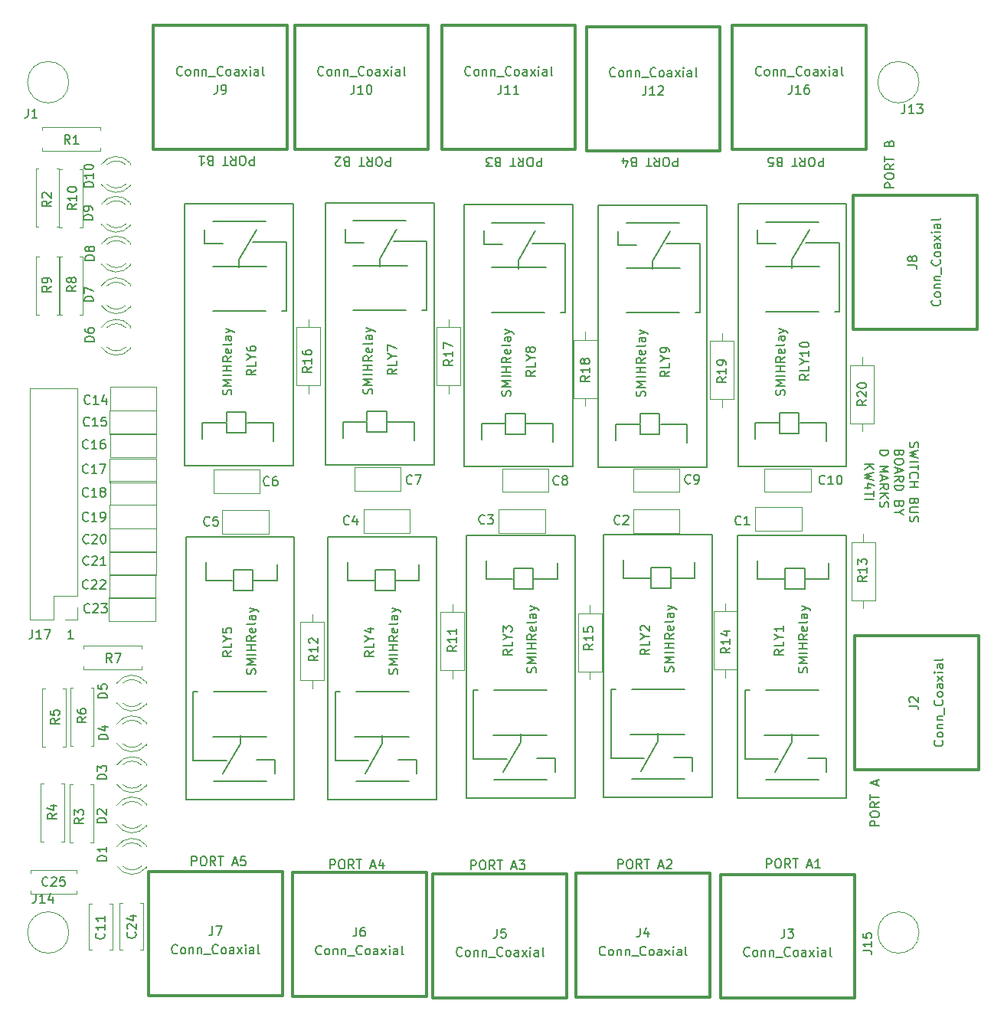
<source format=gbr>
G04 #@! TF.FileFunction,Legend,Top*
%FSLAX46Y46*%
G04 Gerber Fmt 4.6, Leading zero omitted, Abs format (unit mm)*
G04 Created by KiCad (PCBNEW 4.0.7) date 04/02/19 23:37:16*
%MOMM*%
%LPD*%
G01*
G04 APERTURE LIST*
%ADD10C,0.100000*%
%ADD11C,0.150000*%
%ADD12C,0.200000*%
%ADD13C,0.120000*%
%ADD14C,0.300000*%
G04 APERTURE END LIST*
D10*
D11*
X138710610Y-61320419D02*
X138710610Y-62320419D01*
X138329657Y-62320419D01*
X138234419Y-62272800D01*
X138186800Y-62225181D01*
X138139181Y-62129943D01*
X138139181Y-61987086D01*
X138186800Y-61891848D01*
X138234419Y-61844229D01*
X138329657Y-61796610D01*
X138710610Y-61796610D01*
X137520134Y-62320419D02*
X137329657Y-62320419D01*
X137234419Y-62272800D01*
X137139181Y-62177562D01*
X137091562Y-61987086D01*
X137091562Y-61653752D01*
X137139181Y-61463276D01*
X137234419Y-61368038D01*
X137329657Y-61320419D01*
X137520134Y-61320419D01*
X137615372Y-61368038D01*
X137710610Y-61463276D01*
X137758229Y-61653752D01*
X137758229Y-61987086D01*
X137710610Y-62177562D01*
X137615372Y-62272800D01*
X137520134Y-62320419D01*
X136091562Y-61320419D02*
X136424896Y-61796610D01*
X136662991Y-61320419D02*
X136662991Y-62320419D01*
X136282038Y-62320419D01*
X136186800Y-62272800D01*
X136139181Y-62225181D01*
X136091562Y-62129943D01*
X136091562Y-61987086D01*
X136139181Y-61891848D01*
X136186800Y-61844229D01*
X136282038Y-61796610D01*
X136662991Y-61796610D01*
X135805848Y-62320419D02*
X135234419Y-62320419D01*
X135520134Y-61320419D02*
X135520134Y-62320419D01*
X133805847Y-61844229D02*
X133662990Y-61796610D01*
X133615371Y-61748990D01*
X133567752Y-61653752D01*
X133567752Y-61510895D01*
X133615371Y-61415657D01*
X133662990Y-61368038D01*
X133758228Y-61320419D01*
X134139181Y-61320419D01*
X134139181Y-62320419D01*
X133805847Y-62320419D01*
X133710609Y-62272800D01*
X133662990Y-62225181D01*
X133615371Y-62129943D01*
X133615371Y-62034705D01*
X133662990Y-61939467D01*
X133710609Y-61891848D01*
X133805847Y-61844229D01*
X134139181Y-61844229D01*
X132662990Y-62320419D02*
X133139181Y-62320419D01*
X133186800Y-61844229D01*
X133139181Y-61891848D01*
X133043943Y-61939467D01*
X132805847Y-61939467D01*
X132710609Y-61891848D01*
X132662990Y-61844229D01*
X132615371Y-61748990D01*
X132615371Y-61510895D01*
X132662990Y-61415657D01*
X132710609Y-61368038D01*
X132805847Y-61320419D01*
X133043943Y-61320419D01*
X133139181Y-61368038D01*
X133186800Y-61415657D01*
X122607010Y-61320419D02*
X122607010Y-62320419D01*
X122226057Y-62320419D01*
X122130819Y-62272800D01*
X122083200Y-62225181D01*
X122035581Y-62129943D01*
X122035581Y-61987086D01*
X122083200Y-61891848D01*
X122130819Y-61844229D01*
X122226057Y-61796610D01*
X122607010Y-61796610D01*
X121416534Y-62320419D02*
X121226057Y-62320419D01*
X121130819Y-62272800D01*
X121035581Y-62177562D01*
X120987962Y-61987086D01*
X120987962Y-61653752D01*
X121035581Y-61463276D01*
X121130819Y-61368038D01*
X121226057Y-61320419D01*
X121416534Y-61320419D01*
X121511772Y-61368038D01*
X121607010Y-61463276D01*
X121654629Y-61653752D01*
X121654629Y-61987086D01*
X121607010Y-62177562D01*
X121511772Y-62272800D01*
X121416534Y-62320419D01*
X119987962Y-61320419D02*
X120321296Y-61796610D01*
X120559391Y-61320419D02*
X120559391Y-62320419D01*
X120178438Y-62320419D01*
X120083200Y-62272800D01*
X120035581Y-62225181D01*
X119987962Y-62129943D01*
X119987962Y-61987086D01*
X120035581Y-61891848D01*
X120083200Y-61844229D01*
X120178438Y-61796610D01*
X120559391Y-61796610D01*
X119702248Y-62320419D02*
X119130819Y-62320419D01*
X119416534Y-61320419D02*
X119416534Y-62320419D01*
X117702247Y-61844229D02*
X117559390Y-61796610D01*
X117511771Y-61748990D01*
X117464152Y-61653752D01*
X117464152Y-61510895D01*
X117511771Y-61415657D01*
X117559390Y-61368038D01*
X117654628Y-61320419D01*
X118035581Y-61320419D01*
X118035581Y-62320419D01*
X117702247Y-62320419D01*
X117607009Y-62272800D01*
X117559390Y-62225181D01*
X117511771Y-62129943D01*
X117511771Y-62034705D01*
X117559390Y-61939467D01*
X117607009Y-61891848D01*
X117702247Y-61844229D01*
X118035581Y-61844229D01*
X116607009Y-61987086D02*
X116607009Y-61320419D01*
X116845105Y-62368038D02*
X117083200Y-61653752D01*
X116464152Y-61653752D01*
X107570210Y-61320419D02*
X107570210Y-62320419D01*
X107189257Y-62320419D01*
X107094019Y-62272800D01*
X107046400Y-62225181D01*
X106998781Y-62129943D01*
X106998781Y-61987086D01*
X107046400Y-61891848D01*
X107094019Y-61844229D01*
X107189257Y-61796610D01*
X107570210Y-61796610D01*
X106379734Y-62320419D02*
X106189257Y-62320419D01*
X106094019Y-62272800D01*
X105998781Y-62177562D01*
X105951162Y-61987086D01*
X105951162Y-61653752D01*
X105998781Y-61463276D01*
X106094019Y-61368038D01*
X106189257Y-61320419D01*
X106379734Y-61320419D01*
X106474972Y-61368038D01*
X106570210Y-61463276D01*
X106617829Y-61653752D01*
X106617829Y-61987086D01*
X106570210Y-62177562D01*
X106474972Y-62272800D01*
X106379734Y-62320419D01*
X104951162Y-61320419D02*
X105284496Y-61796610D01*
X105522591Y-61320419D02*
X105522591Y-62320419D01*
X105141638Y-62320419D01*
X105046400Y-62272800D01*
X104998781Y-62225181D01*
X104951162Y-62129943D01*
X104951162Y-61987086D01*
X104998781Y-61891848D01*
X105046400Y-61844229D01*
X105141638Y-61796610D01*
X105522591Y-61796610D01*
X104665448Y-62320419D02*
X104094019Y-62320419D01*
X104379734Y-61320419D02*
X104379734Y-62320419D01*
X102665447Y-61844229D02*
X102522590Y-61796610D01*
X102474971Y-61748990D01*
X102427352Y-61653752D01*
X102427352Y-61510895D01*
X102474971Y-61415657D01*
X102522590Y-61368038D01*
X102617828Y-61320419D01*
X102998781Y-61320419D01*
X102998781Y-62320419D01*
X102665447Y-62320419D01*
X102570209Y-62272800D01*
X102522590Y-62225181D01*
X102474971Y-62129943D01*
X102474971Y-62034705D01*
X102522590Y-61939467D01*
X102570209Y-61891848D01*
X102665447Y-61844229D01*
X102998781Y-61844229D01*
X102094019Y-62320419D02*
X101474971Y-62320419D01*
X101808305Y-61939467D01*
X101665447Y-61939467D01*
X101570209Y-61891848D01*
X101522590Y-61844229D01*
X101474971Y-61748990D01*
X101474971Y-61510895D01*
X101522590Y-61415657D01*
X101570209Y-61368038D01*
X101665447Y-61320419D01*
X101951162Y-61320419D01*
X102046400Y-61368038D01*
X102094019Y-61415657D01*
X90857010Y-61269619D02*
X90857010Y-62269619D01*
X90476057Y-62269619D01*
X90380819Y-62222000D01*
X90333200Y-62174381D01*
X90285581Y-62079143D01*
X90285581Y-61936286D01*
X90333200Y-61841048D01*
X90380819Y-61793429D01*
X90476057Y-61745810D01*
X90857010Y-61745810D01*
X89666534Y-62269619D02*
X89476057Y-62269619D01*
X89380819Y-62222000D01*
X89285581Y-62126762D01*
X89237962Y-61936286D01*
X89237962Y-61602952D01*
X89285581Y-61412476D01*
X89380819Y-61317238D01*
X89476057Y-61269619D01*
X89666534Y-61269619D01*
X89761772Y-61317238D01*
X89857010Y-61412476D01*
X89904629Y-61602952D01*
X89904629Y-61936286D01*
X89857010Y-62126762D01*
X89761772Y-62222000D01*
X89666534Y-62269619D01*
X88237962Y-61269619D02*
X88571296Y-61745810D01*
X88809391Y-61269619D02*
X88809391Y-62269619D01*
X88428438Y-62269619D01*
X88333200Y-62222000D01*
X88285581Y-62174381D01*
X88237962Y-62079143D01*
X88237962Y-61936286D01*
X88285581Y-61841048D01*
X88333200Y-61793429D01*
X88428438Y-61745810D01*
X88809391Y-61745810D01*
X87952248Y-62269619D02*
X87380819Y-62269619D01*
X87666534Y-61269619D02*
X87666534Y-62269619D01*
X85952247Y-61793429D02*
X85809390Y-61745810D01*
X85761771Y-61698190D01*
X85714152Y-61602952D01*
X85714152Y-61460095D01*
X85761771Y-61364857D01*
X85809390Y-61317238D01*
X85904628Y-61269619D01*
X86285581Y-61269619D01*
X86285581Y-62269619D01*
X85952247Y-62269619D01*
X85857009Y-62222000D01*
X85809390Y-62174381D01*
X85761771Y-62079143D01*
X85761771Y-61983905D01*
X85809390Y-61888667D01*
X85857009Y-61841048D01*
X85952247Y-61793429D01*
X86285581Y-61793429D01*
X85333200Y-62174381D02*
X85285581Y-62222000D01*
X85190343Y-62269619D01*
X84952247Y-62269619D01*
X84857009Y-62222000D01*
X84809390Y-62174381D01*
X84761771Y-62079143D01*
X84761771Y-61983905D01*
X84809390Y-61841048D01*
X85380819Y-61269619D01*
X84761771Y-61269619D01*
X75769410Y-61168019D02*
X75769410Y-62168019D01*
X75388457Y-62168019D01*
X75293219Y-62120400D01*
X75245600Y-62072781D01*
X75197981Y-61977543D01*
X75197981Y-61834686D01*
X75245600Y-61739448D01*
X75293219Y-61691829D01*
X75388457Y-61644210D01*
X75769410Y-61644210D01*
X74578934Y-62168019D02*
X74388457Y-62168019D01*
X74293219Y-62120400D01*
X74197981Y-62025162D01*
X74150362Y-61834686D01*
X74150362Y-61501352D01*
X74197981Y-61310876D01*
X74293219Y-61215638D01*
X74388457Y-61168019D01*
X74578934Y-61168019D01*
X74674172Y-61215638D01*
X74769410Y-61310876D01*
X74817029Y-61501352D01*
X74817029Y-61834686D01*
X74769410Y-62025162D01*
X74674172Y-62120400D01*
X74578934Y-62168019D01*
X73150362Y-61168019D02*
X73483696Y-61644210D01*
X73721791Y-61168019D02*
X73721791Y-62168019D01*
X73340838Y-62168019D01*
X73245600Y-62120400D01*
X73197981Y-62072781D01*
X73150362Y-61977543D01*
X73150362Y-61834686D01*
X73197981Y-61739448D01*
X73245600Y-61691829D01*
X73340838Y-61644210D01*
X73721791Y-61644210D01*
X72864648Y-62168019D02*
X72293219Y-62168019D01*
X72578934Y-61168019D02*
X72578934Y-62168019D01*
X70864647Y-61691829D02*
X70721790Y-61644210D01*
X70674171Y-61596590D01*
X70626552Y-61501352D01*
X70626552Y-61358495D01*
X70674171Y-61263257D01*
X70721790Y-61215638D01*
X70817028Y-61168019D01*
X71197981Y-61168019D01*
X71197981Y-62168019D01*
X70864647Y-62168019D01*
X70769409Y-62120400D01*
X70721790Y-62072781D01*
X70674171Y-61977543D01*
X70674171Y-61882305D01*
X70721790Y-61787067D01*
X70769409Y-61739448D01*
X70864647Y-61691829D01*
X71197981Y-61691829D01*
X69674171Y-61168019D02*
X70245600Y-61168019D01*
X69959886Y-61168019D02*
X69959886Y-62168019D01*
X70055124Y-62025162D01*
X70150362Y-61929924D01*
X70245600Y-61882305D01*
X146502381Y-64676019D02*
X145502381Y-64676019D01*
X145502381Y-64295066D01*
X145550000Y-64199828D01*
X145597619Y-64152209D01*
X145692857Y-64104590D01*
X145835714Y-64104590D01*
X145930952Y-64152209D01*
X145978571Y-64199828D01*
X146026190Y-64295066D01*
X146026190Y-64676019D01*
X145502381Y-63485543D02*
X145502381Y-63295066D01*
X145550000Y-63199828D01*
X145645238Y-63104590D01*
X145835714Y-63056971D01*
X146169048Y-63056971D01*
X146359524Y-63104590D01*
X146454762Y-63199828D01*
X146502381Y-63295066D01*
X146502381Y-63485543D01*
X146454762Y-63580781D01*
X146359524Y-63676019D01*
X146169048Y-63723638D01*
X145835714Y-63723638D01*
X145645238Y-63676019D01*
X145550000Y-63580781D01*
X145502381Y-63485543D01*
X146502381Y-62056971D02*
X146026190Y-62390305D01*
X146502381Y-62628400D02*
X145502381Y-62628400D01*
X145502381Y-62247447D01*
X145550000Y-62152209D01*
X145597619Y-62104590D01*
X145692857Y-62056971D01*
X145835714Y-62056971D01*
X145930952Y-62104590D01*
X145978571Y-62152209D01*
X146026190Y-62247447D01*
X146026190Y-62628400D01*
X145502381Y-61771257D02*
X145502381Y-61199828D01*
X146502381Y-61485543D02*
X145502381Y-61485543D01*
X145978571Y-59771256D02*
X146026190Y-59628399D01*
X146073810Y-59580780D01*
X146169048Y-59533161D01*
X146311905Y-59533161D01*
X146407143Y-59580780D01*
X146454762Y-59628399D01*
X146502381Y-59723637D01*
X146502381Y-60104590D01*
X145502381Y-60104590D01*
X145502381Y-59771256D01*
X145550000Y-59676018D01*
X145597619Y-59628399D01*
X145692857Y-59580780D01*
X145788095Y-59580780D01*
X145883333Y-59628399D01*
X145930952Y-59676018D01*
X145978571Y-59771256D01*
X145978571Y-60104590D01*
X68878819Y-139593581D02*
X68878819Y-138593581D01*
X69259772Y-138593581D01*
X69355010Y-138641200D01*
X69402629Y-138688819D01*
X69450248Y-138784057D01*
X69450248Y-138926914D01*
X69402629Y-139022152D01*
X69355010Y-139069771D01*
X69259772Y-139117390D01*
X68878819Y-139117390D01*
X70069295Y-138593581D02*
X70259772Y-138593581D01*
X70355010Y-138641200D01*
X70450248Y-138736438D01*
X70497867Y-138926914D01*
X70497867Y-139260248D01*
X70450248Y-139450724D01*
X70355010Y-139545962D01*
X70259772Y-139593581D01*
X70069295Y-139593581D01*
X69974057Y-139545962D01*
X69878819Y-139450724D01*
X69831200Y-139260248D01*
X69831200Y-138926914D01*
X69878819Y-138736438D01*
X69974057Y-138641200D01*
X70069295Y-138593581D01*
X71497867Y-139593581D02*
X71164533Y-139117390D01*
X70926438Y-139593581D02*
X70926438Y-138593581D01*
X71307391Y-138593581D01*
X71402629Y-138641200D01*
X71450248Y-138688819D01*
X71497867Y-138784057D01*
X71497867Y-138926914D01*
X71450248Y-139022152D01*
X71402629Y-139069771D01*
X71307391Y-139117390D01*
X70926438Y-139117390D01*
X71783581Y-138593581D02*
X72355010Y-138593581D01*
X72069295Y-139593581D02*
X72069295Y-138593581D01*
X73402629Y-139307867D02*
X73878820Y-139307867D01*
X73307391Y-139593581D02*
X73640724Y-138593581D01*
X73974058Y-139593581D01*
X74783582Y-138593581D02*
X74307391Y-138593581D01*
X74259772Y-139069771D01*
X74307391Y-139022152D01*
X74402629Y-138974533D01*
X74640725Y-138974533D01*
X74735963Y-139022152D01*
X74783582Y-139069771D01*
X74831201Y-139165010D01*
X74831201Y-139403105D01*
X74783582Y-139498343D01*
X74735963Y-139545962D01*
X74640725Y-139593581D01*
X74402629Y-139593581D01*
X74307391Y-139545962D01*
X74259772Y-139498343D01*
X84169619Y-139949181D02*
X84169619Y-138949181D01*
X84550572Y-138949181D01*
X84645810Y-138996800D01*
X84693429Y-139044419D01*
X84741048Y-139139657D01*
X84741048Y-139282514D01*
X84693429Y-139377752D01*
X84645810Y-139425371D01*
X84550572Y-139472990D01*
X84169619Y-139472990D01*
X85360095Y-138949181D02*
X85550572Y-138949181D01*
X85645810Y-138996800D01*
X85741048Y-139092038D01*
X85788667Y-139282514D01*
X85788667Y-139615848D01*
X85741048Y-139806324D01*
X85645810Y-139901562D01*
X85550572Y-139949181D01*
X85360095Y-139949181D01*
X85264857Y-139901562D01*
X85169619Y-139806324D01*
X85122000Y-139615848D01*
X85122000Y-139282514D01*
X85169619Y-139092038D01*
X85264857Y-138996800D01*
X85360095Y-138949181D01*
X86788667Y-139949181D02*
X86455333Y-139472990D01*
X86217238Y-139949181D02*
X86217238Y-138949181D01*
X86598191Y-138949181D01*
X86693429Y-138996800D01*
X86741048Y-139044419D01*
X86788667Y-139139657D01*
X86788667Y-139282514D01*
X86741048Y-139377752D01*
X86693429Y-139425371D01*
X86598191Y-139472990D01*
X86217238Y-139472990D01*
X87074381Y-138949181D02*
X87645810Y-138949181D01*
X87360095Y-139949181D02*
X87360095Y-138949181D01*
X88693429Y-139663467D02*
X89169620Y-139663467D01*
X88598191Y-139949181D02*
X88931524Y-138949181D01*
X89264858Y-139949181D01*
X90026763Y-139282514D02*
X90026763Y-139949181D01*
X89788667Y-138901562D02*
X89550572Y-139615848D01*
X90169620Y-139615848D01*
X99739819Y-140025381D02*
X99739819Y-139025381D01*
X100120772Y-139025381D01*
X100216010Y-139073000D01*
X100263629Y-139120619D01*
X100311248Y-139215857D01*
X100311248Y-139358714D01*
X100263629Y-139453952D01*
X100216010Y-139501571D01*
X100120772Y-139549190D01*
X99739819Y-139549190D01*
X100930295Y-139025381D02*
X101120772Y-139025381D01*
X101216010Y-139073000D01*
X101311248Y-139168238D01*
X101358867Y-139358714D01*
X101358867Y-139692048D01*
X101311248Y-139882524D01*
X101216010Y-139977762D01*
X101120772Y-140025381D01*
X100930295Y-140025381D01*
X100835057Y-139977762D01*
X100739819Y-139882524D01*
X100692200Y-139692048D01*
X100692200Y-139358714D01*
X100739819Y-139168238D01*
X100835057Y-139073000D01*
X100930295Y-139025381D01*
X102358867Y-140025381D02*
X102025533Y-139549190D01*
X101787438Y-140025381D02*
X101787438Y-139025381D01*
X102168391Y-139025381D01*
X102263629Y-139073000D01*
X102311248Y-139120619D01*
X102358867Y-139215857D01*
X102358867Y-139358714D01*
X102311248Y-139453952D01*
X102263629Y-139501571D01*
X102168391Y-139549190D01*
X101787438Y-139549190D01*
X102644581Y-139025381D02*
X103216010Y-139025381D01*
X102930295Y-140025381D02*
X102930295Y-139025381D01*
X104263629Y-139739667D02*
X104739820Y-139739667D01*
X104168391Y-140025381D02*
X104501724Y-139025381D01*
X104835058Y-140025381D01*
X105073153Y-139025381D02*
X105692201Y-139025381D01*
X105358867Y-139406333D01*
X105501725Y-139406333D01*
X105596963Y-139453952D01*
X105644582Y-139501571D01*
X105692201Y-139596810D01*
X105692201Y-139834905D01*
X105644582Y-139930143D01*
X105596963Y-139977762D01*
X105501725Y-140025381D01*
X105216010Y-140025381D01*
X105120772Y-139977762D01*
X105073153Y-139930143D01*
X115995819Y-139936481D02*
X115995819Y-138936481D01*
X116376772Y-138936481D01*
X116472010Y-138984100D01*
X116519629Y-139031719D01*
X116567248Y-139126957D01*
X116567248Y-139269814D01*
X116519629Y-139365052D01*
X116472010Y-139412671D01*
X116376772Y-139460290D01*
X115995819Y-139460290D01*
X117186295Y-138936481D02*
X117376772Y-138936481D01*
X117472010Y-138984100D01*
X117567248Y-139079338D01*
X117614867Y-139269814D01*
X117614867Y-139603148D01*
X117567248Y-139793624D01*
X117472010Y-139888862D01*
X117376772Y-139936481D01*
X117186295Y-139936481D01*
X117091057Y-139888862D01*
X116995819Y-139793624D01*
X116948200Y-139603148D01*
X116948200Y-139269814D01*
X116995819Y-139079338D01*
X117091057Y-138984100D01*
X117186295Y-138936481D01*
X118614867Y-139936481D02*
X118281533Y-139460290D01*
X118043438Y-139936481D02*
X118043438Y-138936481D01*
X118424391Y-138936481D01*
X118519629Y-138984100D01*
X118567248Y-139031719D01*
X118614867Y-139126957D01*
X118614867Y-139269814D01*
X118567248Y-139365052D01*
X118519629Y-139412671D01*
X118424391Y-139460290D01*
X118043438Y-139460290D01*
X118900581Y-138936481D02*
X119472010Y-138936481D01*
X119186295Y-139936481D02*
X119186295Y-138936481D01*
X120519629Y-139650767D02*
X120995820Y-139650767D01*
X120424391Y-139936481D02*
X120757724Y-138936481D01*
X121091058Y-139936481D01*
X121376772Y-139031719D02*
X121424391Y-138984100D01*
X121519629Y-138936481D01*
X121757725Y-138936481D01*
X121852963Y-138984100D01*
X121900582Y-139031719D01*
X121948201Y-139126957D01*
X121948201Y-139222195D01*
X121900582Y-139365052D01*
X121329153Y-139936481D01*
X121948201Y-139936481D01*
X132416919Y-139860281D02*
X132416919Y-138860281D01*
X132797872Y-138860281D01*
X132893110Y-138907900D01*
X132940729Y-138955519D01*
X132988348Y-139050757D01*
X132988348Y-139193614D01*
X132940729Y-139288852D01*
X132893110Y-139336471D01*
X132797872Y-139384090D01*
X132416919Y-139384090D01*
X133607395Y-138860281D02*
X133797872Y-138860281D01*
X133893110Y-138907900D01*
X133988348Y-139003138D01*
X134035967Y-139193614D01*
X134035967Y-139526948D01*
X133988348Y-139717424D01*
X133893110Y-139812662D01*
X133797872Y-139860281D01*
X133607395Y-139860281D01*
X133512157Y-139812662D01*
X133416919Y-139717424D01*
X133369300Y-139526948D01*
X133369300Y-139193614D01*
X133416919Y-139003138D01*
X133512157Y-138907900D01*
X133607395Y-138860281D01*
X135035967Y-139860281D02*
X134702633Y-139384090D01*
X134464538Y-139860281D02*
X134464538Y-138860281D01*
X134845491Y-138860281D01*
X134940729Y-138907900D01*
X134988348Y-138955519D01*
X135035967Y-139050757D01*
X135035967Y-139193614D01*
X134988348Y-139288852D01*
X134940729Y-139336471D01*
X134845491Y-139384090D01*
X134464538Y-139384090D01*
X135321681Y-138860281D02*
X135893110Y-138860281D01*
X135607395Y-139860281D02*
X135607395Y-138860281D01*
X136940729Y-139574567D02*
X137416920Y-139574567D01*
X136845491Y-139860281D02*
X137178824Y-138860281D01*
X137512158Y-139860281D01*
X138369301Y-139860281D02*
X137797872Y-139860281D01*
X138083586Y-139860281D02*
X138083586Y-138860281D01*
X137988348Y-139003138D01*
X137893110Y-139098376D01*
X137797872Y-139145995D01*
X144876781Y-135216591D02*
X143876781Y-135216591D01*
X143876781Y-134835638D01*
X143924400Y-134740400D01*
X143972019Y-134692781D01*
X144067257Y-134645162D01*
X144210114Y-134645162D01*
X144305352Y-134692781D01*
X144352971Y-134740400D01*
X144400590Y-134835638D01*
X144400590Y-135216591D01*
X143876781Y-134026115D02*
X143876781Y-133835638D01*
X143924400Y-133740400D01*
X144019638Y-133645162D01*
X144210114Y-133597543D01*
X144543448Y-133597543D01*
X144733924Y-133645162D01*
X144829162Y-133740400D01*
X144876781Y-133835638D01*
X144876781Y-134026115D01*
X144829162Y-134121353D01*
X144733924Y-134216591D01*
X144543448Y-134264210D01*
X144210114Y-134264210D01*
X144019638Y-134216591D01*
X143924400Y-134121353D01*
X143876781Y-134026115D01*
X144876781Y-132597543D02*
X144400590Y-132930877D01*
X144876781Y-133168972D02*
X143876781Y-133168972D01*
X143876781Y-132788019D01*
X143924400Y-132692781D01*
X143972019Y-132645162D01*
X144067257Y-132597543D01*
X144210114Y-132597543D01*
X144305352Y-132645162D01*
X144352971Y-132692781D01*
X144400590Y-132788019D01*
X144400590Y-133168972D01*
X143876781Y-132311829D02*
X143876781Y-131740400D01*
X144876781Y-132026115D02*
X143876781Y-132026115D01*
X144591067Y-130692781D02*
X144591067Y-130216590D01*
X144876781Y-130788019D02*
X143876781Y-130454686D01*
X144876781Y-130121352D01*
X55784715Y-114498381D02*
X55213286Y-114498381D01*
X55499000Y-114498381D02*
X55499000Y-113498381D01*
X55403762Y-113641238D01*
X55308524Y-113736476D01*
X55213286Y-113784095D01*
X148272638Y-92799448D02*
X148225019Y-92942305D01*
X148225019Y-93180401D01*
X148272638Y-93275639D01*
X148320257Y-93323258D01*
X148415495Y-93370877D01*
X148510733Y-93370877D01*
X148605971Y-93323258D01*
X148653590Y-93275639D01*
X148701210Y-93180401D01*
X148748829Y-92989924D01*
X148796448Y-92894686D01*
X148844067Y-92847067D01*
X148939305Y-92799448D01*
X149034543Y-92799448D01*
X149129781Y-92847067D01*
X149177400Y-92894686D01*
X149225019Y-92989924D01*
X149225019Y-93228020D01*
X149177400Y-93370877D01*
X149225019Y-93704210D02*
X148225019Y-93942305D01*
X148939305Y-94132782D01*
X148225019Y-94323258D01*
X149225019Y-94561353D01*
X148225019Y-94942305D02*
X149225019Y-94942305D01*
X149225019Y-95275638D02*
X149225019Y-95847067D01*
X148225019Y-95561352D02*
X149225019Y-95561352D01*
X148320257Y-96751829D02*
X148272638Y-96704210D01*
X148225019Y-96561353D01*
X148225019Y-96466115D01*
X148272638Y-96323257D01*
X148367876Y-96228019D01*
X148463114Y-96180400D01*
X148653590Y-96132781D01*
X148796448Y-96132781D01*
X148986924Y-96180400D01*
X149082162Y-96228019D01*
X149177400Y-96323257D01*
X149225019Y-96466115D01*
X149225019Y-96561353D01*
X149177400Y-96704210D01*
X149129781Y-96751829D01*
X148225019Y-97180400D02*
X149225019Y-97180400D01*
X148748829Y-97180400D02*
X148748829Y-97751829D01*
X148225019Y-97751829D02*
X149225019Y-97751829D01*
X148748829Y-99323258D02*
X148701210Y-99466115D01*
X148653590Y-99513734D01*
X148558352Y-99561353D01*
X148415495Y-99561353D01*
X148320257Y-99513734D01*
X148272638Y-99466115D01*
X148225019Y-99370877D01*
X148225019Y-98989924D01*
X149225019Y-98989924D01*
X149225019Y-99323258D01*
X149177400Y-99418496D01*
X149129781Y-99466115D01*
X149034543Y-99513734D01*
X148939305Y-99513734D01*
X148844067Y-99466115D01*
X148796448Y-99418496D01*
X148748829Y-99323258D01*
X148748829Y-98989924D01*
X149225019Y-99989924D02*
X148415495Y-99989924D01*
X148320257Y-100037543D01*
X148272638Y-100085162D01*
X148225019Y-100180400D01*
X148225019Y-100370877D01*
X148272638Y-100466115D01*
X148320257Y-100513734D01*
X148415495Y-100561353D01*
X149225019Y-100561353D01*
X148272638Y-100989924D02*
X148225019Y-101132781D01*
X148225019Y-101370877D01*
X148272638Y-101466115D01*
X148320257Y-101513734D01*
X148415495Y-101561353D01*
X148510733Y-101561353D01*
X148605971Y-101513734D01*
X148653590Y-101466115D01*
X148701210Y-101370877D01*
X148748829Y-101180400D01*
X148796448Y-101085162D01*
X148844067Y-101037543D01*
X148939305Y-100989924D01*
X149034543Y-100989924D01*
X149129781Y-101037543D01*
X149177400Y-101085162D01*
X149225019Y-101180400D01*
X149225019Y-101418496D01*
X149177400Y-101561353D01*
X147098829Y-93989924D02*
X147051210Y-94132781D01*
X147003590Y-94180400D01*
X146908352Y-94228019D01*
X146765495Y-94228019D01*
X146670257Y-94180400D01*
X146622638Y-94132781D01*
X146575019Y-94037543D01*
X146575019Y-93656590D01*
X147575019Y-93656590D01*
X147575019Y-93989924D01*
X147527400Y-94085162D01*
X147479781Y-94132781D01*
X147384543Y-94180400D01*
X147289305Y-94180400D01*
X147194067Y-94132781D01*
X147146448Y-94085162D01*
X147098829Y-93989924D01*
X147098829Y-93656590D01*
X147575019Y-94847066D02*
X147575019Y-95037543D01*
X147527400Y-95132781D01*
X147432162Y-95228019D01*
X147241686Y-95275638D01*
X146908352Y-95275638D01*
X146717876Y-95228019D01*
X146622638Y-95132781D01*
X146575019Y-95037543D01*
X146575019Y-94847066D01*
X146622638Y-94751828D01*
X146717876Y-94656590D01*
X146908352Y-94608971D01*
X147241686Y-94608971D01*
X147432162Y-94656590D01*
X147527400Y-94751828D01*
X147575019Y-94847066D01*
X146860733Y-95656590D02*
X146860733Y-96132781D01*
X146575019Y-95561352D02*
X147575019Y-95894685D01*
X146575019Y-96228019D01*
X146575019Y-97132781D02*
X147051210Y-96799447D01*
X146575019Y-96561352D02*
X147575019Y-96561352D01*
X147575019Y-96942305D01*
X147527400Y-97037543D01*
X147479781Y-97085162D01*
X147384543Y-97132781D01*
X147241686Y-97132781D01*
X147146448Y-97085162D01*
X147098829Y-97037543D01*
X147051210Y-96942305D01*
X147051210Y-96561352D01*
X146575019Y-97561352D02*
X147575019Y-97561352D01*
X147575019Y-97799447D01*
X147527400Y-97942305D01*
X147432162Y-98037543D01*
X147336924Y-98085162D01*
X147146448Y-98132781D01*
X147003590Y-98132781D01*
X146813114Y-98085162D01*
X146717876Y-98037543D01*
X146622638Y-97942305D01*
X146575019Y-97799447D01*
X146575019Y-97561352D01*
X147098829Y-99656591D02*
X147051210Y-99799448D01*
X147003590Y-99847067D01*
X146908352Y-99894686D01*
X146765495Y-99894686D01*
X146670257Y-99847067D01*
X146622638Y-99799448D01*
X146575019Y-99704210D01*
X146575019Y-99323257D01*
X147575019Y-99323257D01*
X147575019Y-99656591D01*
X147527400Y-99751829D01*
X147479781Y-99799448D01*
X147384543Y-99847067D01*
X147289305Y-99847067D01*
X147194067Y-99799448D01*
X147146448Y-99751829D01*
X147098829Y-99656591D01*
X147098829Y-99323257D01*
X147051210Y-100513733D02*
X146575019Y-100513733D01*
X147575019Y-100180400D02*
X147051210Y-100513733D01*
X147575019Y-100847067D01*
X144925019Y-93680400D02*
X145925019Y-93680400D01*
X145925019Y-93918495D01*
X145877400Y-94061353D01*
X145782162Y-94156591D01*
X145686924Y-94204210D01*
X145496448Y-94251829D01*
X145353590Y-94251829D01*
X145163114Y-94204210D01*
X145067876Y-94156591D01*
X144972638Y-94061353D01*
X144925019Y-93918495D01*
X144925019Y-93680400D01*
X144925019Y-95442305D02*
X145925019Y-95442305D01*
X145210733Y-95775639D01*
X145925019Y-96108972D01*
X144925019Y-96108972D01*
X145210733Y-96537543D02*
X145210733Y-97013734D01*
X144925019Y-96442305D02*
X145925019Y-96775638D01*
X144925019Y-97108972D01*
X144925019Y-98013734D02*
X145401210Y-97680400D01*
X144925019Y-97442305D02*
X145925019Y-97442305D01*
X145925019Y-97823258D01*
X145877400Y-97918496D01*
X145829781Y-97966115D01*
X145734543Y-98013734D01*
X145591686Y-98013734D01*
X145496448Y-97966115D01*
X145448829Y-97918496D01*
X145401210Y-97823258D01*
X145401210Y-97442305D01*
X144925019Y-98442305D02*
X145925019Y-98442305D01*
X144925019Y-99013734D02*
X145496448Y-98585162D01*
X145925019Y-99013734D02*
X145353590Y-98442305D01*
X144972638Y-99394686D02*
X144925019Y-99537543D01*
X144925019Y-99775639D01*
X144972638Y-99870877D01*
X145020257Y-99918496D01*
X145115495Y-99966115D01*
X145210733Y-99966115D01*
X145305971Y-99918496D01*
X145353590Y-99870877D01*
X145401210Y-99775639D01*
X145448829Y-99585162D01*
X145496448Y-99489924D01*
X145544067Y-99442305D01*
X145639305Y-99394686D01*
X145734543Y-99394686D01*
X145829781Y-99442305D01*
X145877400Y-99489924D01*
X145925019Y-99585162D01*
X145925019Y-99823258D01*
X145877400Y-99966115D01*
X143275019Y-95251829D02*
X144275019Y-95251829D01*
X143275019Y-95823258D02*
X143846448Y-95394686D01*
X144275019Y-95823258D02*
X143703590Y-95251829D01*
X144275019Y-96156591D02*
X143275019Y-96394686D01*
X143989305Y-96585163D01*
X143275019Y-96775639D01*
X144275019Y-97013734D01*
X143941686Y-97823258D02*
X143275019Y-97823258D01*
X144322638Y-97585162D02*
X143608352Y-97347067D01*
X143608352Y-97966115D01*
X144275019Y-98204210D02*
X144275019Y-98775639D01*
X143275019Y-98489924D02*
X144275019Y-98489924D01*
X143275019Y-99108972D02*
X144275019Y-99108972D01*
D12*
X68100000Y-95400000D02*
X68100000Y-66400000D01*
X68100000Y-66400000D02*
X80100000Y-66400000D01*
X80100000Y-66400000D02*
X80100000Y-95400000D01*
X80100000Y-95400000D02*
X68100000Y-95400000D01*
X74100000Y-73494000D02*
X74100000Y-72605000D01*
X74100000Y-72605000D02*
X76005000Y-69303000D01*
X78799000Y-78320000D02*
X79307000Y-78320000D01*
X79307000Y-78320000D02*
X79307000Y-70954000D01*
X79307000Y-70954000D02*
X79307000Y-70700000D01*
X79307000Y-70700000D02*
X75624000Y-70700000D01*
X70290000Y-69303000D02*
X70290000Y-70827000D01*
X70290000Y-70827000D02*
X72322000Y-70827000D01*
X77021000Y-68414000D02*
X71179000Y-68414000D01*
X71179000Y-73367000D02*
X77148000Y-73367000D01*
X71179000Y-78320000D02*
X77021000Y-78320000D01*
X74989000Y-90639000D02*
X77910000Y-90639000D01*
X77910000Y-90639000D02*
X77910000Y-92671000D01*
X70036000Y-92417000D02*
X70036000Y-90639000D01*
X70036000Y-90639000D02*
X72703000Y-90639000D01*
X72703000Y-90639000D02*
X72703000Y-91782000D01*
X72703000Y-91782000D02*
X74862000Y-91782000D01*
X74862000Y-91782000D02*
X74862000Y-89496000D01*
X74862000Y-89496000D02*
X72703000Y-89496000D01*
X72703000Y-89496000D02*
X72703000Y-90512000D01*
D13*
X54459700Y-130521000D02*
X54789700Y-130521000D01*
X54789700Y-130521000D02*
X54789700Y-136941000D01*
X54789700Y-136941000D02*
X54459700Y-136941000D01*
X52499700Y-130521000D02*
X52169700Y-130521000D01*
X52169700Y-130521000D02*
X52169700Y-136941000D01*
X52169700Y-136941000D02*
X52499700Y-136941000D01*
X76410000Y-98470000D02*
X71290000Y-98470000D01*
X76410000Y-95850000D02*
X71290000Y-95850000D01*
X76410000Y-98470000D02*
X76410000Y-95850000D01*
X71290000Y-98470000D02*
X71290000Y-95850000D01*
X64845560Y-112567080D02*
X59725560Y-112567080D01*
X64845560Y-109947080D02*
X59725560Y-109947080D01*
X64845560Y-112567080D02*
X64845560Y-109947080D01*
X59725560Y-112567080D02*
X59725560Y-109947080D01*
X60595765Y-130631308D02*
G75*
G03X63828100Y-130788216I1672335J1078608D01*
G01*
X60595765Y-128474092D02*
G75*
G02X63828100Y-128317184I1672335J-1078608D01*
G01*
X61226970Y-130632537D02*
G75*
G03X63309061Y-130632700I1041130J1079837D01*
G01*
X61226970Y-128472863D02*
G75*
G02X63309061Y-128472700I1041130J-1079837D01*
G01*
X63828100Y-130788700D02*
X63828100Y-130632700D01*
X63828100Y-128472700D02*
X63828100Y-128316700D01*
X53926300Y-72291500D02*
X54256300Y-72291500D01*
X54256300Y-72291500D02*
X54256300Y-78711500D01*
X54256300Y-78711500D02*
X53926300Y-78711500D01*
X51966300Y-72291500D02*
X51636300Y-72291500D01*
X51636300Y-72291500D02*
X51636300Y-78711500D01*
X51636300Y-78711500D02*
X51966300Y-78711500D01*
X60595765Y-139661008D02*
G75*
G03X63828100Y-139817916I1672335J1078608D01*
G01*
X60595765Y-137503792D02*
G75*
G02X63828100Y-137346884I1672335J-1078608D01*
G01*
X61226970Y-139662237D02*
G75*
G03X63309061Y-139662400I1041130J1079837D01*
G01*
X61226970Y-137502563D02*
G75*
G02X63309061Y-137502400I1041130J-1079837D01*
G01*
X63828100Y-139818400D02*
X63828100Y-139662400D01*
X63828100Y-137502400D02*
X63828100Y-137346400D01*
X60595765Y-135076308D02*
G75*
G03X63828100Y-135233216I1672335J1078608D01*
G01*
X60595765Y-132919092D02*
G75*
G02X63828100Y-132762184I1672335J-1078608D01*
G01*
X61226970Y-135077537D02*
G75*
G03X63309061Y-135077700I1041130J1079837D01*
G01*
X61226970Y-132917863D02*
G75*
G02X63309061Y-132917700I1041130J-1079837D01*
G01*
X63828100Y-135233700D02*
X63828100Y-135077700D01*
X63828100Y-132917700D02*
X63828100Y-132761700D01*
X131190000Y-99940000D02*
X136310000Y-99940000D01*
X131190000Y-102560000D02*
X136310000Y-102560000D01*
X131190000Y-99940000D02*
X131190000Y-102560000D01*
X136310000Y-99940000D02*
X136310000Y-102560000D01*
X117690000Y-100190000D02*
X122810000Y-100190000D01*
X117690000Y-102810000D02*
X122810000Y-102810000D01*
X117690000Y-100190000D02*
X117690000Y-102810000D01*
X122810000Y-100190000D02*
X122810000Y-102810000D01*
X102815000Y-100215000D02*
X107935000Y-100215000D01*
X102815000Y-102835000D02*
X107935000Y-102835000D01*
X102815000Y-100215000D02*
X102815000Y-102835000D01*
X107935000Y-100215000D02*
X107935000Y-102835000D01*
X87890000Y-100190000D02*
X93010000Y-100190000D01*
X87890000Y-102810000D02*
X93010000Y-102810000D01*
X87890000Y-100190000D02*
X87890000Y-102810000D01*
X93010000Y-100190000D02*
X93010000Y-102810000D01*
X72240000Y-100290000D02*
X77360000Y-100290000D01*
X72240000Y-102910000D02*
X77360000Y-102910000D01*
X72240000Y-100290000D02*
X72240000Y-102910000D01*
X77360000Y-100290000D02*
X77360000Y-102910000D01*
X91988000Y-98211000D02*
X86868000Y-98211000D01*
X91988000Y-95591000D02*
X86868000Y-95591000D01*
X91988000Y-98211000D02*
X91988000Y-95591000D01*
X86868000Y-98211000D02*
X86868000Y-95591000D01*
X108310000Y-98310000D02*
X103190000Y-98310000D01*
X108310000Y-95690000D02*
X103190000Y-95690000D01*
X108310000Y-98310000D02*
X108310000Y-95690000D01*
X103190000Y-98310000D02*
X103190000Y-95690000D01*
X122810000Y-98310000D02*
X117690000Y-98310000D01*
X122810000Y-95690000D02*
X117690000Y-95690000D01*
X122810000Y-98310000D02*
X122810000Y-95690000D01*
X117690000Y-98310000D02*
X117690000Y-95690000D01*
X137310000Y-98310000D02*
X132190000Y-98310000D01*
X137310000Y-95690000D02*
X132190000Y-95690000D01*
X137310000Y-98310000D02*
X137310000Y-95690000D01*
X132190000Y-98310000D02*
X132190000Y-95690000D01*
X58734400Y-60263600D02*
X58734400Y-60593600D01*
X58734400Y-60593600D02*
X52314400Y-60593600D01*
X52314400Y-60593600D02*
X52314400Y-60263600D01*
X58734400Y-58303600D02*
X58734400Y-57973600D01*
X58734400Y-57973600D02*
X52314400Y-57973600D01*
X52314400Y-57973600D02*
X52314400Y-58303600D01*
X149286000Y-53000000D02*
G75*
G03X149286000Y-53000000I-2286000J0D01*
G01*
X55286000Y-147000000D02*
G75*
G03X55286000Y-147000000I-2286000J0D01*
G01*
X51940900Y-68996000D02*
X51610900Y-68996000D01*
X51610900Y-68996000D02*
X51610900Y-62576000D01*
X51610900Y-62576000D02*
X51940900Y-62576000D01*
X53900900Y-68996000D02*
X54230900Y-68996000D01*
X54230900Y-68996000D02*
X54230900Y-62576000D01*
X54230900Y-62576000D02*
X53900900Y-62576000D01*
X60595765Y-126110108D02*
G75*
G03X63828100Y-126267016I1672335J1078608D01*
G01*
X60595765Y-123952892D02*
G75*
G02X63828100Y-123795984I1672335J-1078608D01*
G01*
X61226970Y-126111337D02*
G75*
G03X63309061Y-126111500I1041130J1079837D01*
G01*
X61226970Y-123951663D02*
G75*
G02X63309061Y-123951500I1041130J-1079837D01*
G01*
X63828100Y-126267500D02*
X63828100Y-126111500D01*
X63828100Y-123951500D02*
X63828100Y-123795500D01*
X60570365Y-121614308D02*
G75*
G03X63802700Y-121771216I1672335J1078608D01*
G01*
X60570365Y-119457092D02*
G75*
G02X63802700Y-119300184I1672335J-1078608D01*
G01*
X61201570Y-121615537D02*
G75*
G03X63283661Y-121615700I1041130J1079837D01*
G01*
X61201570Y-119455863D02*
G75*
G02X63283661Y-119455700I1041130J-1079837D01*
G01*
X63802700Y-121771700D02*
X63802700Y-121615700D01*
X63802700Y-119455700D02*
X63802700Y-119299700D01*
X58857665Y-82278608D02*
G75*
G03X62090000Y-82435516I1672335J1078608D01*
G01*
X58857665Y-80121392D02*
G75*
G02X62090000Y-79964484I1672335J-1078608D01*
G01*
X59488870Y-82279837D02*
G75*
G03X61570961Y-82280000I1041130J1079837D01*
G01*
X59488870Y-80120163D02*
G75*
G02X61570961Y-80120000I1041130J-1079837D01*
G01*
X62090000Y-82436000D02*
X62090000Y-82280000D01*
X62090000Y-80120000D02*
X62090000Y-79964000D01*
X58857665Y-77678608D02*
G75*
G03X62090000Y-77835516I1672335J1078608D01*
G01*
X58857665Y-75521392D02*
G75*
G02X62090000Y-75364484I1672335J-1078608D01*
G01*
X59488870Y-77679837D02*
G75*
G03X61570961Y-77680000I1041130J1079837D01*
G01*
X59488870Y-75520163D02*
G75*
G02X61570961Y-75520000I1041130J-1079837D01*
G01*
X62090000Y-77836000D02*
X62090000Y-77680000D01*
X62090000Y-75520000D02*
X62090000Y-75364000D01*
X58857665Y-73078608D02*
G75*
G03X62090000Y-73235516I1672335J1078608D01*
G01*
X58857665Y-70921392D02*
G75*
G02X62090000Y-70764484I1672335J-1078608D01*
G01*
X59488870Y-73079837D02*
G75*
G03X61570961Y-73080000I1041130J1079837D01*
G01*
X59488870Y-70920163D02*
G75*
G02X61570961Y-70920000I1041130J-1079837D01*
G01*
X62090000Y-73236000D02*
X62090000Y-73080000D01*
X62090000Y-70920000D02*
X62090000Y-70764000D01*
X57647400Y-130648000D02*
X57977400Y-130648000D01*
X57977400Y-130648000D02*
X57977400Y-137068000D01*
X57977400Y-137068000D02*
X57647400Y-137068000D01*
X55687400Y-130648000D02*
X55357400Y-130648000D01*
X55357400Y-130648000D02*
X55357400Y-137068000D01*
X55357400Y-137068000D02*
X55687400Y-137068000D01*
X52664800Y-126425400D02*
X52334800Y-126425400D01*
X52334800Y-126425400D02*
X52334800Y-120005400D01*
X52334800Y-120005400D02*
X52664800Y-120005400D01*
X54624800Y-126425400D02*
X54954800Y-126425400D01*
X54954800Y-126425400D02*
X54954800Y-120005400D01*
X54954800Y-120005400D02*
X54624800Y-120005400D01*
X55750900Y-126349200D02*
X55420900Y-126349200D01*
X55420900Y-126349200D02*
X55420900Y-119929200D01*
X55420900Y-119929200D02*
X55750900Y-119929200D01*
X57710900Y-126349200D02*
X58040900Y-126349200D01*
X58040900Y-126349200D02*
X58040900Y-119929200D01*
X58040900Y-119929200D02*
X57710900Y-119929200D01*
X56873700Y-115644100D02*
X56873700Y-115314100D01*
X56873700Y-115314100D02*
X63293700Y-115314100D01*
X63293700Y-115314100D02*
X63293700Y-115644100D01*
X56873700Y-117604100D02*
X56873700Y-117934100D01*
X56873700Y-117934100D02*
X63293700Y-117934100D01*
X63293700Y-117934100D02*
X63293700Y-117604100D01*
X54545000Y-78725000D02*
X54215000Y-78725000D01*
X54215000Y-78725000D02*
X54215000Y-72305000D01*
X54215000Y-72305000D02*
X54545000Y-72305000D01*
X56505000Y-78725000D02*
X56835000Y-78725000D01*
X56835000Y-78725000D02*
X56835000Y-72305000D01*
X56835000Y-72305000D02*
X56505000Y-72305000D01*
X54495000Y-69025000D02*
X54165000Y-69025000D01*
X54165000Y-69025000D02*
X54165000Y-62605000D01*
X54165000Y-62605000D02*
X54495000Y-62605000D01*
X56455000Y-69025000D02*
X56785000Y-69025000D01*
X56785000Y-69025000D02*
X56785000Y-62605000D01*
X56785000Y-62605000D02*
X56455000Y-62605000D01*
X58857665Y-68678608D02*
G75*
G03X62090000Y-68835516I1672335J1078608D01*
G01*
X58857665Y-66521392D02*
G75*
G02X62090000Y-66364484I1672335J-1078608D01*
G01*
X59488870Y-68679837D02*
G75*
G03X61570961Y-68680000I1041130J1079837D01*
G01*
X59488870Y-66520163D02*
G75*
G02X61570961Y-66520000I1041130J-1079837D01*
G01*
X62090000Y-68836000D02*
X62090000Y-68680000D01*
X62090000Y-66520000D02*
X62090000Y-66364000D01*
X58857665Y-64278608D02*
G75*
G03X62090000Y-64435516I1672335J1078608D01*
G01*
X58857665Y-62121392D02*
G75*
G02X62090000Y-61964484I1672335J-1078608D01*
G01*
X59488870Y-64279837D02*
G75*
G03X61570961Y-64280000I1041130J1079837D01*
G01*
X59488870Y-62120163D02*
G75*
G02X61570961Y-62120000I1041130J-1079837D01*
G01*
X62090000Y-64436000D02*
X62090000Y-64280000D01*
X62090000Y-62120000D02*
X62090000Y-61964000D01*
X56194000Y-86871500D02*
X50994000Y-86871500D01*
X56194000Y-109791500D02*
X56194000Y-86871500D01*
X50994000Y-112391500D02*
X50994000Y-86871500D01*
X56194000Y-109791500D02*
X53594000Y-109791500D01*
X53594000Y-109791500D02*
X53594000Y-112391500D01*
X53594000Y-112391500D02*
X50994000Y-112391500D01*
X56194000Y-111061500D02*
X56194000Y-112391500D01*
X56194000Y-112391500D02*
X54864000Y-112391500D01*
X64962400Y-89321000D02*
X59842400Y-89321000D01*
X64962400Y-86701000D02*
X59842400Y-86701000D01*
X64962400Y-89321000D02*
X64962400Y-86701000D01*
X59842400Y-89321000D02*
X59842400Y-86701000D01*
X64911600Y-91937200D02*
X59791600Y-91937200D01*
X64911600Y-89317200D02*
X59791600Y-89317200D01*
X64911600Y-91937200D02*
X64911600Y-89317200D01*
X59791600Y-91937200D02*
X59791600Y-89317200D01*
X64962400Y-94451800D02*
X59842400Y-94451800D01*
X64962400Y-91831800D02*
X59842400Y-91831800D01*
X64962400Y-94451800D02*
X64962400Y-91831800D01*
X59842400Y-94451800D02*
X59842400Y-91831800D01*
X64911600Y-97245800D02*
X59791600Y-97245800D01*
X64911600Y-94625800D02*
X59791600Y-94625800D01*
X64911600Y-97245800D02*
X64911600Y-94625800D01*
X59791600Y-97245800D02*
X59791600Y-94625800D01*
X64962400Y-99709600D02*
X59842400Y-99709600D01*
X64962400Y-97089600D02*
X59842400Y-97089600D01*
X64962400Y-99709600D02*
X64962400Y-97089600D01*
X59842400Y-99709600D02*
X59842400Y-97089600D01*
X64911600Y-102351200D02*
X59791600Y-102351200D01*
X64911600Y-99731200D02*
X59791600Y-99731200D01*
X64911600Y-102351200D02*
X64911600Y-99731200D01*
X59791600Y-102351200D02*
X59791600Y-99731200D01*
X64937000Y-104942000D02*
X59817000Y-104942000D01*
X64937000Y-102322000D02*
X59817000Y-102322000D01*
X64937000Y-104942000D02*
X64937000Y-102322000D01*
X59817000Y-104942000D02*
X59817000Y-102322000D01*
X64937000Y-107456600D02*
X59817000Y-107456600D01*
X64937000Y-104836600D02*
X59817000Y-104836600D01*
X64937000Y-107456600D02*
X64937000Y-104836600D01*
X59817000Y-107456600D02*
X59817000Y-104836600D01*
X64901440Y-109996600D02*
X59781440Y-109996600D01*
X64901440Y-107376600D02*
X59781440Y-107376600D01*
X64901440Y-109996600D02*
X64901440Y-107376600D01*
X59781440Y-109996600D02*
X59781440Y-107376600D01*
X57480840Y-148919240D02*
X57480840Y-143799240D01*
X60100840Y-148919240D02*
X60100840Y-143799240D01*
X57480840Y-148919240D02*
X57794840Y-148919240D01*
X59786840Y-148919240D02*
X60100840Y-148919240D01*
X57480840Y-143799240D02*
X57794840Y-143799240D01*
X59786840Y-143799240D02*
X60100840Y-143799240D01*
X60881900Y-148865900D02*
X60881900Y-143745900D01*
X63501900Y-148865900D02*
X63501900Y-143745900D01*
X60881900Y-148865900D02*
X61195900Y-148865900D01*
X63187900Y-148865900D02*
X63501900Y-148865900D01*
X60881900Y-143745900D02*
X61195900Y-143745900D01*
X63187900Y-143745900D02*
X63501900Y-143745900D01*
X56181300Y-142711800D02*
X51061300Y-142711800D01*
X56181300Y-140091800D02*
X51061300Y-140091800D01*
X56181300Y-142711800D02*
X56181300Y-142397800D01*
X56181300Y-140405800D02*
X56181300Y-140091800D01*
X51061300Y-142711800D02*
X51061300Y-142397800D01*
X51061300Y-140405800D02*
X51061300Y-140091800D01*
X149286000Y-147000000D02*
G75*
G03X149286000Y-147000000I-2286000J0D01*
G01*
D12*
X129255000Y-95439000D02*
X129255000Y-66439000D01*
X129255000Y-66439000D02*
X141255000Y-66439000D01*
X141255000Y-66439000D02*
X141255000Y-95439000D01*
X141255000Y-95439000D02*
X129255000Y-95439000D01*
X135255000Y-73533000D02*
X135255000Y-72644000D01*
X135255000Y-72644000D02*
X137160000Y-69342000D01*
X139954000Y-78359000D02*
X140462000Y-78359000D01*
X140462000Y-78359000D02*
X140462000Y-70993000D01*
X140462000Y-70993000D02*
X140462000Y-70739000D01*
X140462000Y-70739000D02*
X136779000Y-70739000D01*
X131445000Y-69342000D02*
X131445000Y-70866000D01*
X131445000Y-70866000D02*
X133477000Y-70866000D01*
X138176000Y-68453000D02*
X132334000Y-68453000D01*
X132334000Y-73406000D02*
X138303000Y-73406000D01*
X132334000Y-78359000D02*
X138176000Y-78359000D01*
X136144000Y-90678000D02*
X139065000Y-90678000D01*
X139065000Y-90678000D02*
X139065000Y-92710000D01*
X131191000Y-92456000D02*
X131191000Y-90678000D01*
X131191000Y-90678000D02*
X133858000Y-90678000D01*
X133858000Y-90678000D02*
X133858000Y-91821000D01*
X133858000Y-91821000D02*
X136017000Y-91821000D01*
X136017000Y-91821000D02*
X136017000Y-89535000D01*
X136017000Y-89535000D02*
X133858000Y-89535000D01*
X133858000Y-89535000D02*
X133858000Y-90551000D01*
X98965500Y-95502500D02*
X98965500Y-66502500D01*
X98965500Y-66502500D02*
X110965500Y-66502500D01*
X110965500Y-66502500D02*
X110965500Y-95502500D01*
X110965500Y-95502500D02*
X98965500Y-95502500D01*
X104965500Y-73596500D02*
X104965500Y-72707500D01*
X104965500Y-72707500D02*
X106870500Y-69405500D01*
X109664500Y-78422500D02*
X110172500Y-78422500D01*
X110172500Y-78422500D02*
X110172500Y-71056500D01*
X110172500Y-71056500D02*
X110172500Y-70802500D01*
X110172500Y-70802500D02*
X106489500Y-70802500D01*
X101155500Y-69405500D02*
X101155500Y-70929500D01*
X101155500Y-70929500D02*
X103187500Y-70929500D01*
X107886500Y-68516500D02*
X102044500Y-68516500D01*
X102044500Y-73469500D02*
X108013500Y-73469500D01*
X102044500Y-78422500D02*
X107886500Y-78422500D01*
X105854500Y-90741500D02*
X108775500Y-90741500D01*
X108775500Y-90741500D02*
X108775500Y-92773500D01*
X100901500Y-92519500D02*
X100901500Y-90741500D01*
X100901500Y-90741500D02*
X103568500Y-90741500D01*
X103568500Y-90741500D02*
X103568500Y-91884500D01*
X103568500Y-91884500D02*
X105727500Y-91884500D01*
X105727500Y-91884500D02*
X105727500Y-89598500D01*
X105727500Y-89598500D02*
X103568500Y-89598500D01*
X103568500Y-89598500D02*
X103568500Y-90614500D01*
X83662000Y-95312000D02*
X83662000Y-66312000D01*
X83662000Y-66312000D02*
X95662000Y-66312000D01*
X95662000Y-66312000D02*
X95662000Y-95312000D01*
X95662000Y-95312000D02*
X83662000Y-95312000D01*
X89662000Y-73406000D02*
X89662000Y-72517000D01*
X89662000Y-72517000D02*
X91567000Y-69215000D01*
X94361000Y-78232000D02*
X94869000Y-78232000D01*
X94869000Y-78232000D02*
X94869000Y-70866000D01*
X94869000Y-70866000D02*
X94869000Y-70612000D01*
X94869000Y-70612000D02*
X91186000Y-70612000D01*
X85852000Y-69215000D02*
X85852000Y-70739000D01*
X85852000Y-70739000D02*
X87884000Y-70739000D01*
X92583000Y-68326000D02*
X86741000Y-68326000D01*
X86741000Y-73279000D02*
X92710000Y-73279000D01*
X86741000Y-78232000D02*
X92583000Y-78232000D01*
X90551000Y-90551000D02*
X93472000Y-90551000D01*
X93472000Y-90551000D02*
X93472000Y-92583000D01*
X85598000Y-92329000D02*
X85598000Y-90551000D01*
X85598000Y-90551000D02*
X88265000Y-90551000D01*
X88265000Y-90551000D02*
X88265000Y-91694000D01*
X88265000Y-91694000D02*
X90424000Y-91694000D01*
X90424000Y-91694000D02*
X90424000Y-89408000D01*
X90424000Y-89408000D02*
X88265000Y-89408000D01*
X88265000Y-89408000D02*
X88265000Y-90424000D01*
X80225000Y-103300000D02*
X80225000Y-132300000D01*
X80225000Y-132300000D02*
X68225000Y-132300000D01*
X68225000Y-132300000D02*
X68225000Y-103300000D01*
X68225000Y-103300000D02*
X80225000Y-103300000D01*
X74225000Y-125206000D02*
X74225000Y-126095000D01*
X74225000Y-126095000D02*
X72320000Y-129397000D01*
X69526000Y-120380000D02*
X69018000Y-120380000D01*
X69018000Y-120380000D02*
X69018000Y-127746000D01*
X69018000Y-127746000D02*
X69018000Y-128000000D01*
X69018000Y-128000000D02*
X72701000Y-128000000D01*
X78035000Y-129397000D02*
X78035000Y-127873000D01*
X78035000Y-127873000D02*
X76003000Y-127873000D01*
X71304000Y-130286000D02*
X77146000Y-130286000D01*
X77146000Y-125333000D02*
X71177000Y-125333000D01*
X77146000Y-120380000D02*
X71304000Y-120380000D01*
X73336000Y-108061000D02*
X70415000Y-108061000D01*
X70415000Y-108061000D02*
X70415000Y-106029000D01*
X78289000Y-106283000D02*
X78289000Y-108061000D01*
X78289000Y-108061000D02*
X75622000Y-108061000D01*
X75622000Y-108061000D02*
X75622000Y-106918000D01*
X75622000Y-106918000D02*
X73463000Y-106918000D01*
X73463000Y-106918000D02*
X73463000Y-109204000D01*
X73463000Y-109204000D02*
X75622000Y-109204000D01*
X75622000Y-109204000D02*
X75622000Y-108188000D01*
X95925000Y-103300000D02*
X95925000Y-132300000D01*
X95925000Y-132300000D02*
X83925000Y-132300000D01*
X83925000Y-132300000D02*
X83925000Y-103300000D01*
X83925000Y-103300000D02*
X95925000Y-103300000D01*
X89925000Y-125206000D02*
X89925000Y-126095000D01*
X89925000Y-126095000D02*
X88020000Y-129397000D01*
X85226000Y-120380000D02*
X84718000Y-120380000D01*
X84718000Y-120380000D02*
X84718000Y-127746000D01*
X84718000Y-127746000D02*
X84718000Y-128000000D01*
X84718000Y-128000000D02*
X88401000Y-128000000D01*
X93735000Y-129397000D02*
X93735000Y-127873000D01*
X93735000Y-127873000D02*
X91703000Y-127873000D01*
X87004000Y-130286000D02*
X92846000Y-130286000D01*
X92846000Y-125333000D02*
X86877000Y-125333000D01*
X92846000Y-120380000D02*
X87004000Y-120380000D01*
X89036000Y-108061000D02*
X86115000Y-108061000D01*
X86115000Y-108061000D02*
X86115000Y-106029000D01*
X93989000Y-106283000D02*
X93989000Y-108061000D01*
X93989000Y-108061000D02*
X91322000Y-108061000D01*
X91322000Y-108061000D02*
X91322000Y-106918000D01*
X91322000Y-106918000D02*
X89163000Y-106918000D01*
X89163000Y-106918000D02*
X89163000Y-109204000D01*
X89163000Y-109204000D02*
X91322000Y-109204000D01*
X91322000Y-109204000D02*
X91322000Y-108188000D01*
X126425000Y-103050000D02*
X126425000Y-132050000D01*
X126425000Y-132050000D02*
X114425000Y-132050000D01*
X114425000Y-132050000D02*
X114425000Y-103050000D01*
X114425000Y-103050000D02*
X126425000Y-103050000D01*
X120425000Y-124956000D02*
X120425000Y-125845000D01*
X120425000Y-125845000D02*
X118520000Y-129147000D01*
X115726000Y-120130000D02*
X115218000Y-120130000D01*
X115218000Y-120130000D02*
X115218000Y-127496000D01*
X115218000Y-127496000D02*
X115218000Y-127750000D01*
X115218000Y-127750000D02*
X118901000Y-127750000D01*
X124235000Y-129147000D02*
X124235000Y-127623000D01*
X124235000Y-127623000D02*
X122203000Y-127623000D01*
X117504000Y-130036000D02*
X123346000Y-130036000D01*
X123346000Y-125083000D02*
X117377000Y-125083000D01*
X123346000Y-120130000D02*
X117504000Y-120130000D01*
X119536000Y-107811000D02*
X116615000Y-107811000D01*
X116615000Y-107811000D02*
X116615000Y-105779000D01*
X124489000Y-106033000D02*
X124489000Y-107811000D01*
X124489000Y-107811000D02*
X121822000Y-107811000D01*
X121822000Y-107811000D02*
X121822000Y-106668000D01*
X121822000Y-106668000D02*
X119663000Y-106668000D01*
X119663000Y-106668000D02*
X119663000Y-108954000D01*
X119663000Y-108954000D02*
X121822000Y-108954000D01*
X121822000Y-108954000D02*
X121822000Y-107938000D01*
X141225000Y-103125000D02*
X141225000Y-132125000D01*
X141225000Y-132125000D02*
X129225000Y-132125000D01*
X129225000Y-132125000D02*
X129225000Y-103125000D01*
X129225000Y-103125000D02*
X141225000Y-103125000D01*
X135225000Y-125031000D02*
X135225000Y-125920000D01*
X135225000Y-125920000D02*
X133320000Y-129222000D01*
X130526000Y-120205000D02*
X130018000Y-120205000D01*
X130018000Y-120205000D02*
X130018000Y-127571000D01*
X130018000Y-127571000D02*
X130018000Y-127825000D01*
X130018000Y-127825000D02*
X133701000Y-127825000D01*
X139035000Y-129222000D02*
X139035000Y-127698000D01*
X139035000Y-127698000D02*
X137003000Y-127698000D01*
X132304000Y-130111000D02*
X138146000Y-130111000D01*
X138146000Y-125158000D02*
X132177000Y-125158000D01*
X138146000Y-120205000D02*
X132304000Y-120205000D01*
X134336000Y-107886000D02*
X131415000Y-107886000D01*
X131415000Y-107886000D02*
X131415000Y-105854000D01*
X139289000Y-106108000D02*
X139289000Y-107886000D01*
X139289000Y-107886000D02*
X136622000Y-107886000D01*
X136622000Y-107886000D02*
X136622000Y-106743000D01*
X136622000Y-106743000D02*
X134463000Y-106743000D01*
X134463000Y-106743000D02*
X134463000Y-109029000D01*
X134463000Y-109029000D02*
X136622000Y-109029000D01*
X136622000Y-109029000D02*
X136622000Y-108013000D01*
X111225000Y-103125000D02*
X111225000Y-132125000D01*
X111225000Y-132125000D02*
X99225000Y-132125000D01*
X99225000Y-132125000D02*
X99225000Y-103125000D01*
X99225000Y-103125000D02*
X111225000Y-103125000D01*
X105225000Y-125031000D02*
X105225000Y-125920000D01*
X105225000Y-125920000D02*
X103320000Y-129222000D01*
X100526000Y-120205000D02*
X100018000Y-120205000D01*
X100018000Y-120205000D02*
X100018000Y-127571000D01*
X100018000Y-127571000D02*
X100018000Y-127825000D01*
X100018000Y-127825000D02*
X103701000Y-127825000D01*
X109035000Y-129222000D02*
X109035000Y-127698000D01*
X109035000Y-127698000D02*
X107003000Y-127698000D01*
X102304000Y-130111000D02*
X108146000Y-130111000D01*
X108146000Y-125158000D02*
X102177000Y-125158000D01*
X108146000Y-120205000D02*
X102304000Y-120205000D01*
X104336000Y-107886000D02*
X101415000Y-107886000D01*
X101415000Y-107886000D02*
X101415000Y-105854000D01*
X109289000Y-106108000D02*
X109289000Y-107886000D01*
X109289000Y-107886000D02*
X106622000Y-107886000D01*
X106622000Y-107886000D02*
X106622000Y-106743000D01*
X106622000Y-106743000D02*
X104463000Y-106743000D01*
X104463000Y-106743000D02*
X104463000Y-109029000D01*
X104463000Y-109029000D02*
X106622000Y-109029000D01*
X106622000Y-109029000D02*
X106622000Y-108013000D01*
X113824500Y-95566000D02*
X113824500Y-66566000D01*
X113824500Y-66566000D02*
X125824500Y-66566000D01*
X125824500Y-66566000D02*
X125824500Y-95566000D01*
X125824500Y-95566000D02*
X113824500Y-95566000D01*
X119824500Y-73660000D02*
X119824500Y-72771000D01*
X119824500Y-72771000D02*
X121729500Y-69469000D01*
X124523500Y-78486000D02*
X125031500Y-78486000D01*
X125031500Y-78486000D02*
X125031500Y-71120000D01*
X125031500Y-71120000D02*
X125031500Y-70866000D01*
X125031500Y-70866000D02*
X121348500Y-70866000D01*
X116014500Y-69469000D02*
X116014500Y-70993000D01*
X116014500Y-70993000D02*
X118046500Y-70993000D01*
X122745500Y-68580000D02*
X116903500Y-68580000D01*
X116903500Y-73533000D02*
X122872500Y-73533000D01*
X116903500Y-78486000D02*
X122745500Y-78486000D01*
X120713500Y-90805000D02*
X123634500Y-90805000D01*
X123634500Y-90805000D02*
X123634500Y-92837000D01*
X115760500Y-92583000D02*
X115760500Y-90805000D01*
X115760500Y-90805000D02*
X118427500Y-90805000D01*
X118427500Y-90805000D02*
X118427500Y-91948000D01*
X118427500Y-91948000D02*
X120586500Y-91948000D01*
X120586500Y-91948000D02*
X120586500Y-89662000D01*
X120586500Y-89662000D02*
X118427500Y-89662000D01*
X118427500Y-89662000D02*
X118427500Y-90678000D01*
D13*
X55286000Y-53000000D02*
G75*
G03X55286000Y-53000000I-2286000J0D01*
G01*
D14*
X155854400Y-114215200D02*
X142154400Y-114215200D01*
X142154400Y-129015200D02*
X155854400Y-129015200D01*
X142154400Y-129015200D02*
X142154400Y-114215200D01*
X155854400Y-129015200D02*
X155854400Y-114215200D01*
X142121600Y-154266900D02*
X142121600Y-140566900D01*
X127321600Y-140566900D02*
X127321600Y-154266900D01*
X127321600Y-140566900D02*
X142121600Y-140566900D01*
X127321600Y-154266900D02*
X142121600Y-154266900D01*
X126170400Y-154152600D02*
X126170400Y-140452600D01*
X111370400Y-140452600D02*
X111370400Y-154152600D01*
X111370400Y-140452600D02*
X126170400Y-140452600D01*
X111370400Y-154152600D02*
X126170400Y-154152600D01*
X110346200Y-154254200D02*
X110346200Y-140554200D01*
X95546200Y-140554200D02*
X95546200Y-154254200D01*
X95546200Y-140554200D02*
X110346200Y-140554200D01*
X95546200Y-154254200D02*
X110346200Y-154254200D01*
X94801400Y-154076400D02*
X94801400Y-140376400D01*
X80001400Y-140376400D02*
X80001400Y-154076400D01*
X80001400Y-140376400D02*
X94801400Y-140376400D01*
X80001400Y-154076400D02*
X94801400Y-154076400D01*
X78875600Y-153974800D02*
X78875600Y-140274800D01*
X64075600Y-140274800D02*
X64075600Y-153974800D01*
X64075600Y-140274800D02*
X78875600Y-140274800D01*
X64075600Y-153974800D02*
X78875600Y-153974800D01*
X155702000Y-65498000D02*
X142002000Y-65498000D01*
X142002000Y-80298000D02*
X155702000Y-80298000D01*
X142002000Y-80298000D02*
X142002000Y-65498000D01*
X155702000Y-80298000D02*
X155702000Y-65498000D01*
D13*
X99010000Y-111595000D02*
X96390000Y-111595000D01*
X96390000Y-111595000D02*
X96390000Y-118015000D01*
X96390000Y-118015000D02*
X99010000Y-118015000D01*
X99010000Y-118015000D02*
X99010000Y-111595000D01*
X97700000Y-110705000D02*
X97700000Y-111595000D01*
X97700000Y-118905000D02*
X97700000Y-118015000D01*
X83510000Y-112680000D02*
X80890000Y-112680000D01*
X80890000Y-112680000D02*
X80890000Y-119100000D01*
X80890000Y-119100000D02*
X83510000Y-119100000D01*
X83510000Y-119100000D02*
X83510000Y-112680000D01*
X82200000Y-111790000D02*
X82200000Y-112680000D01*
X82200000Y-119990000D02*
X82200000Y-119100000D01*
X144439000Y-103851000D02*
X141819000Y-103851000D01*
X141819000Y-103851000D02*
X141819000Y-110271000D01*
X141819000Y-110271000D02*
X144439000Y-110271000D01*
X144439000Y-110271000D02*
X144439000Y-103851000D01*
X143129000Y-102961000D02*
X143129000Y-103851000D01*
X143129000Y-111161000D02*
X143129000Y-110271000D01*
X129160000Y-111495000D02*
X126540000Y-111495000D01*
X126540000Y-111495000D02*
X126540000Y-117915000D01*
X126540000Y-117915000D02*
X129160000Y-117915000D01*
X129160000Y-117915000D02*
X129160000Y-111495000D01*
X127850000Y-110605000D02*
X127850000Y-111495000D01*
X127850000Y-118805000D02*
X127850000Y-117915000D01*
X114210000Y-111720000D02*
X111590000Y-111720000D01*
X111590000Y-111720000D02*
X111590000Y-118140000D01*
X111590000Y-118140000D02*
X114210000Y-118140000D01*
X114210000Y-118140000D02*
X114210000Y-111720000D01*
X112900000Y-110830000D02*
X112900000Y-111720000D01*
X112900000Y-119030000D02*
X112900000Y-118140000D01*
D14*
X64609000Y-46736000D02*
X64609000Y-60436000D01*
X79409000Y-60436000D02*
X79409000Y-46736000D01*
X79409000Y-60436000D02*
X64609000Y-60436000D01*
X79409000Y-46736000D02*
X64609000Y-46736000D01*
X80230000Y-46736000D02*
X80230000Y-60436000D01*
X95030000Y-60436000D02*
X95030000Y-46736000D01*
X95030000Y-60436000D02*
X80230000Y-60436000D01*
X95030000Y-46736000D02*
X80230000Y-46736000D01*
X96486000Y-46736000D02*
X96486000Y-60436000D01*
X111286000Y-60436000D02*
X111286000Y-46736000D01*
X111286000Y-60436000D02*
X96486000Y-60436000D01*
X111286000Y-46736000D02*
X96486000Y-46736000D01*
X112488000Y-46863000D02*
X112488000Y-60563000D01*
X127288000Y-60563000D02*
X127288000Y-46863000D01*
X127288000Y-60563000D02*
X112488000Y-60563000D01*
X127288000Y-46863000D02*
X112488000Y-46863000D01*
X128617000Y-46736000D02*
X128617000Y-60436000D01*
X143417000Y-60436000D02*
X143417000Y-46736000D01*
X143417000Y-60436000D02*
X128617000Y-60436000D01*
X143417000Y-46736000D02*
X128617000Y-46736000D01*
D13*
X80478000Y-86522000D02*
X83098000Y-86522000D01*
X83098000Y-86522000D02*
X83098000Y-80102000D01*
X83098000Y-80102000D02*
X80478000Y-80102000D01*
X80478000Y-80102000D02*
X80478000Y-86522000D01*
X81788000Y-87412000D02*
X81788000Y-86522000D01*
X81788000Y-79212000D02*
X81788000Y-80102000D01*
X95972000Y-86522000D02*
X98592000Y-86522000D01*
X98592000Y-86522000D02*
X98592000Y-80102000D01*
X98592000Y-80102000D02*
X95972000Y-80102000D01*
X95972000Y-80102000D02*
X95972000Y-86522000D01*
X97282000Y-87412000D02*
X97282000Y-86522000D01*
X97282000Y-79212000D02*
X97282000Y-80102000D01*
X111085000Y-87919000D02*
X113705000Y-87919000D01*
X113705000Y-87919000D02*
X113705000Y-81499000D01*
X113705000Y-81499000D02*
X111085000Y-81499000D01*
X111085000Y-81499000D02*
X111085000Y-87919000D01*
X112395000Y-88809000D02*
X112395000Y-87919000D01*
X112395000Y-80609000D02*
X112395000Y-81499000D01*
X126198000Y-88046000D02*
X128818000Y-88046000D01*
X128818000Y-88046000D02*
X128818000Y-81626000D01*
X128818000Y-81626000D02*
X126198000Y-81626000D01*
X126198000Y-81626000D02*
X126198000Y-88046000D01*
X127508000Y-88936000D02*
X127508000Y-88046000D01*
X127508000Y-80736000D02*
X127508000Y-81626000D01*
X141692000Y-90713000D02*
X144312000Y-90713000D01*
X144312000Y-90713000D02*
X144312000Y-84293000D01*
X144312000Y-84293000D02*
X141692000Y-84293000D01*
X141692000Y-84293000D02*
X141692000Y-90713000D01*
X143002000Y-91603000D02*
X143002000Y-90713000D01*
X143002000Y-83403000D02*
X143002000Y-84293000D01*
D11*
X75949381Y-84781000D02*
X75473190Y-85114334D01*
X75949381Y-85352429D02*
X74949381Y-85352429D01*
X74949381Y-84971476D01*
X74997000Y-84876238D01*
X75044619Y-84828619D01*
X75139857Y-84781000D01*
X75282714Y-84781000D01*
X75377952Y-84828619D01*
X75425571Y-84876238D01*
X75473190Y-84971476D01*
X75473190Y-85352429D01*
X75949381Y-83876238D02*
X75949381Y-84352429D01*
X74949381Y-84352429D01*
X75473190Y-83352429D02*
X75949381Y-83352429D01*
X74949381Y-83685762D02*
X75473190Y-83352429D01*
X74949381Y-83019095D01*
X74949381Y-82257190D02*
X74949381Y-82447667D01*
X74997000Y-82542905D01*
X75044619Y-82590524D01*
X75187476Y-82685762D01*
X75377952Y-82733381D01*
X75758905Y-82733381D01*
X75854143Y-82685762D01*
X75901762Y-82638143D01*
X75949381Y-82542905D01*
X75949381Y-82352428D01*
X75901762Y-82257190D01*
X75854143Y-82209571D01*
X75758905Y-82161952D01*
X75520810Y-82161952D01*
X75425571Y-82209571D01*
X75377952Y-82257190D01*
X75330333Y-82352428D01*
X75330333Y-82542905D01*
X75377952Y-82638143D01*
X75425571Y-82685762D01*
X75520810Y-82733381D01*
X73234762Y-87550857D02*
X73282381Y-87408000D01*
X73282381Y-87169904D01*
X73234762Y-87074666D01*
X73187143Y-87027047D01*
X73091905Y-86979428D01*
X72996667Y-86979428D01*
X72901429Y-87027047D01*
X72853810Y-87074666D01*
X72806190Y-87169904D01*
X72758571Y-87360381D01*
X72710952Y-87455619D01*
X72663333Y-87503238D01*
X72568095Y-87550857D01*
X72472857Y-87550857D01*
X72377619Y-87503238D01*
X72330000Y-87455619D01*
X72282381Y-87360381D01*
X72282381Y-87122285D01*
X72330000Y-86979428D01*
X73282381Y-86550857D02*
X72282381Y-86550857D01*
X72996667Y-86217523D01*
X72282381Y-85884190D01*
X73282381Y-85884190D01*
X73282381Y-85408000D02*
X72282381Y-85408000D01*
X73282381Y-84931810D02*
X72282381Y-84931810D01*
X72758571Y-84931810D02*
X72758571Y-84360381D01*
X73282381Y-84360381D02*
X72282381Y-84360381D01*
X73282381Y-83312762D02*
X72806190Y-83646096D01*
X73282381Y-83884191D02*
X72282381Y-83884191D01*
X72282381Y-83503238D01*
X72330000Y-83408000D01*
X72377619Y-83360381D01*
X72472857Y-83312762D01*
X72615714Y-83312762D01*
X72710952Y-83360381D01*
X72758571Y-83408000D01*
X72806190Y-83503238D01*
X72806190Y-83884191D01*
X73234762Y-82503238D02*
X73282381Y-82598476D01*
X73282381Y-82788953D01*
X73234762Y-82884191D01*
X73139524Y-82931810D01*
X72758571Y-82931810D01*
X72663333Y-82884191D01*
X72615714Y-82788953D01*
X72615714Y-82598476D01*
X72663333Y-82503238D01*
X72758571Y-82455619D01*
X72853810Y-82455619D01*
X72949048Y-82931810D01*
X73282381Y-81884191D02*
X73234762Y-81979429D01*
X73139524Y-82027048D01*
X72282381Y-82027048D01*
X73282381Y-81074666D02*
X72758571Y-81074666D01*
X72663333Y-81122285D01*
X72615714Y-81217523D01*
X72615714Y-81408000D01*
X72663333Y-81503238D01*
X73234762Y-81074666D02*
X73282381Y-81169904D01*
X73282381Y-81408000D01*
X73234762Y-81503238D01*
X73139524Y-81550857D01*
X73044286Y-81550857D01*
X72949048Y-81503238D01*
X72901429Y-81408000D01*
X72901429Y-81169904D01*
X72853810Y-81074666D01*
X72615714Y-80693714D02*
X73282381Y-80455619D01*
X72615714Y-80217523D02*
X73282381Y-80455619D01*
X73520476Y-80550857D01*
X73568095Y-80598476D01*
X73615714Y-80693714D01*
X53906681Y-133834166D02*
X53430490Y-134167500D01*
X53906681Y-134405595D02*
X52906681Y-134405595D01*
X52906681Y-134024642D01*
X52954300Y-133929404D01*
X53001919Y-133881785D01*
X53097157Y-133834166D01*
X53240014Y-133834166D01*
X53335252Y-133881785D01*
X53382871Y-133929404D01*
X53430490Y-134024642D01*
X53430490Y-134405595D01*
X53240014Y-132977023D02*
X53906681Y-132977023D01*
X52859062Y-133215119D02*
X53573348Y-133453214D01*
X53573348Y-132834166D01*
X77415734Y-97504943D02*
X77368115Y-97552562D01*
X77225258Y-97600181D01*
X77130020Y-97600181D01*
X76987162Y-97552562D01*
X76891924Y-97457324D01*
X76844305Y-97362086D01*
X76796686Y-97171610D01*
X76796686Y-97028752D01*
X76844305Y-96838276D01*
X76891924Y-96743038D01*
X76987162Y-96647800D01*
X77130020Y-96600181D01*
X77225258Y-96600181D01*
X77368115Y-96647800D01*
X77415734Y-96695419D01*
X78272877Y-96600181D02*
X78082400Y-96600181D01*
X77987162Y-96647800D01*
X77939543Y-96695419D01*
X77844305Y-96838276D01*
X77796686Y-97028752D01*
X77796686Y-97409705D01*
X77844305Y-97504943D01*
X77891924Y-97552562D01*
X77987162Y-97600181D01*
X78177639Y-97600181D01*
X78272877Y-97552562D01*
X78320496Y-97504943D01*
X78368115Y-97409705D01*
X78368115Y-97171610D01*
X78320496Y-97076371D01*
X78272877Y-97028752D01*
X78177639Y-96981133D01*
X77987162Y-96981133D01*
X77891924Y-97028752D01*
X77844305Y-97076371D01*
X77796686Y-97171610D01*
X57584103Y-111558343D02*
X57536484Y-111605962D01*
X57393627Y-111653581D01*
X57298389Y-111653581D01*
X57155531Y-111605962D01*
X57060293Y-111510724D01*
X57012674Y-111415486D01*
X56965055Y-111225010D01*
X56965055Y-111082152D01*
X57012674Y-110891676D01*
X57060293Y-110796438D01*
X57155531Y-110701200D01*
X57298389Y-110653581D01*
X57393627Y-110653581D01*
X57536484Y-110701200D01*
X57584103Y-110748819D01*
X57965055Y-110748819D02*
X58012674Y-110701200D01*
X58107912Y-110653581D01*
X58346008Y-110653581D01*
X58441246Y-110701200D01*
X58488865Y-110748819D01*
X58536484Y-110844057D01*
X58536484Y-110939295D01*
X58488865Y-111082152D01*
X57917436Y-111653581D01*
X58536484Y-111653581D01*
X58869817Y-110653581D02*
X59488865Y-110653581D01*
X59155531Y-111034533D01*
X59298389Y-111034533D01*
X59393627Y-111082152D01*
X59441246Y-111129771D01*
X59488865Y-111225010D01*
X59488865Y-111463105D01*
X59441246Y-111558343D01*
X59393627Y-111605962D01*
X59298389Y-111653581D01*
X59012674Y-111653581D01*
X58917436Y-111605962D01*
X58869817Y-111558343D01*
X59454041Y-130062195D02*
X58454041Y-130062195D01*
X58454041Y-129824100D01*
X58501660Y-129681242D01*
X58596898Y-129586004D01*
X58692136Y-129538385D01*
X58882612Y-129490766D01*
X59025470Y-129490766D01*
X59215946Y-129538385D01*
X59311184Y-129586004D01*
X59406422Y-129681242D01*
X59454041Y-129824100D01*
X59454041Y-130062195D01*
X58454041Y-129157433D02*
X58454041Y-128538385D01*
X58834993Y-128871719D01*
X58834993Y-128728861D01*
X58882612Y-128633623D01*
X58930231Y-128586004D01*
X59025470Y-128538385D01*
X59263565Y-128538385D01*
X59358803Y-128586004D01*
X59406422Y-128633623D01*
X59454041Y-128728861D01*
X59454041Y-129014576D01*
X59406422Y-129109814D01*
X59358803Y-129157433D01*
X53322481Y-75566566D02*
X52846290Y-75899900D01*
X53322481Y-76137995D02*
X52322481Y-76137995D01*
X52322481Y-75757042D01*
X52370100Y-75661804D01*
X52417719Y-75614185D01*
X52512957Y-75566566D01*
X52655814Y-75566566D01*
X52751052Y-75614185D01*
X52798671Y-75661804D01*
X52846290Y-75757042D01*
X52846290Y-76137995D01*
X53322481Y-75090376D02*
X53322481Y-74899900D01*
X53274862Y-74804661D01*
X53227243Y-74757042D01*
X53084386Y-74661804D01*
X52893910Y-74614185D01*
X52512957Y-74614185D01*
X52417719Y-74661804D01*
X52370100Y-74709423D01*
X52322481Y-74804661D01*
X52322481Y-74995138D01*
X52370100Y-75090376D01*
X52417719Y-75137995D01*
X52512957Y-75185614D01*
X52751052Y-75185614D01*
X52846290Y-75137995D01*
X52893910Y-75090376D01*
X52941529Y-74995138D01*
X52941529Y-74804661D01*
X52893910Y-74709423D01*
X52846290Y-74661804D01*
X52751052Y-74614185D01*
X59456581Y-139053795D02*
X58456581Y-139053795D01*
X58456581Y-138815700D01*
X58504200Y-138672842D01*
X58599438Y-138577604D01*
X58694676Y-138529985D01*
X58885152Y-138482366D01*
X59028010Y-138482366D01*
X59218486Y-138529985D01*
X59313724Y-138577604D01*
X59408962Y-138672842D01*
X59456581Y-138815700D01*
X59456581Y-139053795D01*
X59456581Y-137529985D02*
X59456581Y-138101414D01*
X59456581Y-137815700D02*
X58456581Y-137815700D01*
X58599438Y-137910938D01*
X58694676Y-138006176D01*
X58742295Y-138101414D01*
X59408321Y-134878035D02*
X58408321Y-134878035D01*
X58408321Y-134639940D01*
X58455940Y-134497082D01*
X58551178Y-134401844D01*
X58646416Y-134354225D01*
X58836892Y-134306606D01*
X58979750Y-134306606D01*
X59170226Y-134354225D01*
X59265464Y-134401844D01*
X59360702Y-134497082D01*
X59408321Y-134639940D01*
X59408321Y-134878035D01*
X58503559Y-133925654D02*
X58455940Y-133878035D01*
X58408321Y-133782797D01*
X58408321Y-133544701D01*
X58455940Y-133449463D01*
X58503559Y-133401844D01*
X58598797Y-133354225D01*
X58694035Y-133354225D01*
X58836892Y-133401844D01*
X59408321Y-133973273D01*
X59408321Y-133354225D01*
X129583334Y-101857143D02*
X129535715Y-101904762D01*
X129392858Y-101952381D01*
X129297620Y-101952381D01*
X129154762Y-101904762D01*
X129059524Y-101809524D01*
X129011905Y-101714286D01*
X128964286Y-101523810D01*
X128964286Y-101380952D01*
X129011905Y-101190476D01*
X129059524Y-101095238D01*
X129154762Y-101000000D01*
X129297620Y-100952381D01*
X129392858Y-100952381D01*
X129535715Y-101000000D01*
X129583334Y-101047619D01*
X130535715Y-101952381D02*
X129964286Y-101952381D01*
X130250000Y-101952381D02*
X130250000Y-100952381D01*
X130154762Y-101095238D01*
X130059524Y-101190476D01*
X129964286Y-101238095D01*
X116197734Y-101791543D02*
X116150115Y-101839162D01*
X116007258Y-101886781D01*
X115912020Y-101886781D01*
X115769162Y-101839162D01*
X115673924Y-101743924D01*
X115626305Y-101648686D01*
X115578686Y-101458210D01*
X115578686Y-101315352D01*
X115626305Y-101124876D01*
X115673924Y-101029638D01*
X115769162Y-100934400D01*
X115912020Y-100886781D01*
X116007258Y-100886781D01*
X116150115Y-100934400D01*
X116197734Y-100982019D01*
X116578686Y-100982019D02*
X116626305Y-100934400D01*
X116721543Y-100886781D01*
X116959639Y-100886781D01*
X117054877Y-100934400D01*
X117102496Y-100982019D01*
X117150115Y-101077257D01*
X117150115Y-101172495D01*
X117102496Y-101315352D01*
X116531067Y-101886781D01*
X117150115Y-101886781D01*
X101240934Y-101741143D02*
X101193315Y-101788762D01*
X101050458Y-101836381D01*
X100955220Y-101836381D01*
X100812362Y-101788762D01*
X100717124Y-101693524D01*
X100669505Y-101598286D01*
X100621886Y-101407810D01*
X100621886Y-101264952D01*
X100669505Y-101074476D01*
X100717124Y-100979238D01*
X100812362Y-100884000D01*
X100955220Y-100836381D01*
X101050458Y-100836381D01*
X101193315Y-100884000D01*
X101240934Y-100931619D01*
X101574267Y-100836381D02*
X102193315Y-100836381D01*
X101859981Y-101217333D01*
X102002839Y-101217333D01*
X102098077Y-101264952D01*
X102145696Y-101312571D01*
X102193315Y-101407810D01*
X102193315Y-101645905D01*
X102145696Y-101741143D01*
X102098077Y-101788762D01*
X102002839Y-101836381D01*
X101717124Y-101836381D01*
X101621886Y-101788762D01*
X101574267Y-101741143D01*
X86279734Y-101839543D02*
X86232115Y-101887162D01*
X86089258Y-101934781D01*
X85994020Y-101934781D01*
X85851162Y-101887162D01*
X85755924Y-101791924D01*
X85708305Y-101696686D01*
X85660686Y-101506210D01*
X85660686Y-101363352D01*
X85708305Y-101172876D01*
X85755924Y-101077638D01*
X85851162Y-100982400D01*
X85994020Y-100934781D01*
X86089258Y-100934781D01*
X86232115Y-100982400D01*
X86279734Y-101030019D01*
X87136877Y-101268114D02*
X87136877Y-101934781D01*
X86898781Y-100887162D02*
X86660686Y-101601448D01*
X87279734Y-101601448D01*
X70834534Y-101944743D02*
X70786915Y-101992362D01*
X70644058Y-102039981D01*
X70548820Y-102039981D01*
X70405962Y-101992362D01*
X70310724Y-101897124D01*
X70263105Y-101801886D01*
X70215486Y-101611410D01*
X70215486Y-101468552D01*
X70263105Y-101278076D01*
X70310724Y-101182838D01*
X70405962Y-101087600D01*
X70548820Y-101039981D01*
X70644058Y-101039981D01*
X70786915Y-101087600D01*
X70834534Y-101135219D01*
X71739296Y-101039981D02*
X71263105Y-101039981D01*
X71215486Y-101516171D01*
X71263105Y-101468552D01*
X71358343Y-101420933D01*
X71596439Y-101420933D01*
X71691677Y-101468552D01*
X71739296Y-101516171D01*
X71786915Y-101611410D01*
X71786915Y-101849505D01*
X71739296Y-101944743D01*
X71691677Y-101992362D01*
X71596439Y-102039981D01*
X71358343Y-102039981D01*
X71263105Y-101992362D01*
X71215486Y-101944743D01*
X93212934Y-97345943D02*
X93165315Y-97393562D01*
X93022458Y-97441181D01*
X92927220Y-97441181D01*
X92784362Y-97393562D01*
X92689124Y-97298324D01*
X92641505Y-97203086D01*
X92593886Y-97012610D01*
X92593886Y-96869752D01*
X92641505Y-96679276D01*
X92689124Y-96584038D01*
X92784362Y-96488800D01*
X92927220Y-96441181D01*
X93022458Y-96441181D01*
X93165315Y-96488800D01*
X93212934Y-96536419D01*
X93546267Y-96441181D02*
X94212934Y-96441181D01*
X93784362Y-97441181D01*
X109443734Y-97419143D02*
X109396115Y-97466762D01*
X109253258Y-97514381D01*
X109158020Y-97514381D01*
X109015162Y-97466762D01*
X108919924Y-97371524D01*
X108872305Y-97276286D01*
X108824686Y-97085810D01*
X108824686Y-96942952D01*
X108872305Y-96752476D01*
X108919924Y-96657238D01*
X109015162Y-96562000D01*
X109158020Y-96514381D01*
X109253258Y-96514381D01*
X109396115Y-96562000D01*
X109443734Y-96609619D01*
X110015162Y-96942952D02*
X109919924Y-96895333D01*
X109872305Y-96847714D01*
X109824686Y-96752476D01*
X109824686Y-96704857D01*
X109872305Y-96609619D01*
X109919924Y-96562000D01*
X110015162Y-96514381D01*
X110205639Y-96514381D01*
X110300877Y-96562000D01*
X110348496Y-96609619D01*
X110396115Y-96704857D01*
X110396115Y-96752476D01*
X110348496Y-96847714D01*
X110300877Y-96895333D01*
X110205639Y-96942952D01*
X110015162Y-96942952D01*
X109919924Y-96990571D01*
X109872305Y-97038190D01*
X109824686Y-97133429D01*
X109824686Y-97323905D01*
X109872305Y-97419143D01*
X109919924Y-97466762D01*
X110015162Y-97514381D01*
X110205639Y-97514381D01*
X110300877Y-97466762D01*
X110348496Y-97419143D01*
X110396115Y-97323905D01*
X110396115Y-97133429D01*
X110348496Y-97038190D01*
X110300877Y-96990571D01*
X110205639Y-96942952D01*
X124020734Y-97295343D02*
X123973115Y-97342962D01*
X123830258Y-97390581D01*
X123735020Y-97390581D01*
X123592162Y-97342962D01*
X123496924Y-97247724D01*
X123449305Y-97152486D01*
X123401686Y-96962010D01*
X123401686Y-96819152D01*
X123449305Y-96628676D01*
X123496924Y-96533438D01*
X123592162Y-96438200D01*
X123735020Y-96390581D01*
X123830258Y-96390581D01*
X123973115Y-96438200D01*
X124020734Y-96485819D01*
X124496924Y-97390581D02*
X124687400Y-97390581D01*
X124782639Y-97342962D01*
X124830258Y-97295343D01*
X124925496Y-97152486D01*
X124973115Y-96962010D01*
X124973115Y-96581057D01*
X124925496Y-96485819D01*
X124877877Y-96438200D01*
X124782639Y-96390581D01*
X124592162Y-96390581D01*
X124496924Y-96438200D01*
X124449305Y-96485819D01*
X124401686Y-96581057D01*
X124401686Y-96819152D01*
X124449305Y-96914390D01*
X124496924Y-96962010D01*
X124592162Y-97009629D01*
X124782639Y-97009629D01*
X124877877Y-96962010D01*
X124925496Y-96914390D01*
X124973115Y-96819152D01*
X138857143Y-97357143D02*
X138809524Y-97404762D01*
X138666667Y-97452381D01*
X138571429Y-97452381D01*
X138428571Y-97404762D01*
X138333333Y-97309524D01*
X138285714Y-97214286D01*
X138238095Y-97023810D01*
X138238095Y-96880952D01*
X138285714Y-96690476D01*
X138333333Y-96595238D01*
X138428571Y-96500000D01*
X138571429Y-96452381D01*
X138666667Y-96452381D01*
X138809524Y-96500000D01*
X138857143Y-96547619D01*
X139809524Y-97452381D02*
X139238095Y-97452381D01*
X139523809Y-97452381D02*
X139523809Y-96452381D01*
X139428571Y-96595238D01*
X139333333Y-96690476D01*
X139238095Y-96738095D01*
X140428571Y-96452381D02*
X140523810Y-96452381D01*
X140619048Y-96500000D01*
X140666667Y-96547619D01*
X140714286Y-96642857D01*
X140761905Y-96833333D01*
X140761905Y-97071429D01*
X140714286Y-97261905D01*
X140666667Y-97357143D01*
X140619048Y-97404762D01*
X140523810Y-97452381D01*
X140428571Y-97452381D01*
X140333333Y-97404762D01*
X140285714Y-97357143D01*
X140238095Y-97261905D01*
X140190476Y-97071429D01*
X140190476Y-96833333D01*
X140238095Y-96642857D01*
X140285714Y-96547619D01*
X140333333Y-96500000D01*
X140428571Y-96452381D01*
X55408534Y-59837581D02*
X55075200Y-59361390D01*
X54837105Y-59837581D02*
X54837105Y-58837581D01*
X55218058Y-58837581D01*
X55313296Y-58885200D01*
X55360915Y-58932819D01*
X55408534Y-59028057D01*
X55408534Y-59170914D01*
X55360915Y-59266152D01*
X55313296Y-59313771D01*
X55218058Y-59361390D01*
X54837105Y-59361390D01*
X56360915Y-59837581D02*
X55789486Y-59837581D01*
X56075200Y-59837581D02*
X56075200Y-58837581D01*
X55979962Y-58980438D01*
X55884724Y-59075676D01*
X55789486Y-59123295D01*
X147704277Y-55459381D02*
X147704277Y-56173667D01*
X147656657Y-56316524D01*
X147561419Y-56411762D01*
X147418562Y-56459381D01*
X147323324Y-56459381D01*
X148704277Y-56459381D02*
X148132848Y-56459381D01*
X148418562Y-56459381D02*
X148418562Y-55459381D01*
X148323324Y-55602238D01*
X148228086Y-55697476D01*
X148132848Y-55745095D01*
X149037610Y-55459381D02*
X149656658Y-55459381D01*
X149323324Y-55840333D01*
X149466182Y-55840333D01*
X149561420Y-55887952D01*
X149609039Y-55935571D01*
X149656658Y-56030810D01*
X149656658Y-56268905D01*
X149609039Y-56364143D01*
X149561420Y-56411762D01*
X149466182Y-56459381D01*
X149180467Y-56459381D01*
X149085229Y-56411762D01*
X149037610Y-56364143D01*
X51641477Y-142708381D02*
X51641477Y-143422667D01*
X51593857Y-143565524D01*
X51498619Y-143660762D01*
X51355762Y-143708381D01*
X51260524Y-143708381D01*
X52641477Y-143708381D02*
X52070048Y-143708381D01*
X52355762Y-143708381D02*
X52355762Y-142708381D01*
X52260524Y-142851238D01*
X52165286Y-142946476D01*
X52070048Y-142994095D01*
X53498620Y-143041714D02*
X53498620Y-143708381D01*
X53260524Y-142660762D02*
X53022429Y-143375048D01*
X53641477Y-143375048D01*
X53322481Y-66155866D02*
X52846290Y-66489200D01*
X53322481Y-66727295D02*
X52322481Y-66727295D01*
X52322481Y-66346342D01*
X52370100Y-66251104D01*
X52417719Y-66203485D01*
X52512957Y-66155866D01*
X52655814Y-66155866D01*
X52751052Y-66203485D01*
X52798671Y-66251104D01*
X52846290Y-66346342D01*
X52846290Y-66727295D01*
X52417719Y-65774914D02*
X52370100Y-65727295D01*
X52322481Y-65632057D01*
X52322481Y-65393961D01*
X52370100Y-65298723D01*
X52417719Y-65251104D01*
X52512957Y-65203485D01*
X52608195Y-65203485D01*
X52751052Y-65251104D01*
X53322481Y-65822533D01*
X53322481Y-65203485D01*
X59570881Y-125652755D02*
X58570881Y-125652755D01*
X58570881Y-125414660D01*
X58618500Y-125271802D01*
X58713738Y-125176564D01*
X58808976Y-125128945D01*
X58999452Y-125081326D01*
X59142310Y-125081326D01*
X59332786Y-125128945D01*
X59428024Y-125176564D01*
X59523262Y-125271802D01*
X59570881Y-125414660D01*
X59570881Y-125652755D01*
X58904214Y-124224183D02*
X59570881Y-124224183D01*
X58523262Y-124462279D02*
X59237548Y-124700374D01*
X59237548Y-124081326D01*
X59494681Y-121070595D02*
X58494681Y-121070595D01*
X58494681Y-120832500D01*
X58542300Y-120689642D01*
X58637538Y-120594404D01*
X58732776Y-120546785D01*
X58923252Y-120499166D01*
X59066110Y-120499166D01*
X59256586Y-120546785D01*
X59351824Y-120594404D01*
X59447062Y-120689642D01*
X59494681Y-120832500D01*
X59494681Y-121070595D01*
X58494681Y-119594404D02*
X58494681Y-120070595D01*
X58970871Y-120118214D01*
X58923252Y-120070595D01*
X58875633Y-119975357D01*
X58875633Y-119737261D01*
X58923252Y-119642023D01*
X58970871Y-119594404D01*
X59066110Y-119546785D01*
X59304205Y-119546785D01*
X59399443Y-119594404D01*
X59447062Y-119642023D01*
X59494681Y-119737261D01*
X59494681Y-119975357D01*
X59447062Y-120070595D01*
X59399443Y-120118214D01*
X58058841Y-81668855D02*
X57058841Y-81668855D01*
X57058841Y-81430760D01*
X57106460Y-81287902D01*
X57201698Y-81192664D01*
X57296936Y-81145045D01*
X57487412Y-81097426D01*
X57630270Y-81097426D01*
X57820746Y-81145045D01*
X57915984Y-81192664D01*
X58011222Y-81287902D01*
X58058841Y-81430760D01*
X58058841Y-81668855D01*
X57058841Y-80240283D02*
X57058841Y-80430760D01*
X57106460Y-80525998D01*
X57154079Y-80573617D01*
X57296936Y-80668855D01*
X57487412Y-80716474D01*
X57868365Y-80716474D01*
X57963603Y-80668855D01*
X58011222Y-80621236D01*
X58058841Y-80525998D01*
X58058841Y-80335521D01*
X58011222Y-80240283D01*
X57963603Y-80192664D01*
X57868365Y-80145045D01*
X57630270Y-80145045D01*
X57535031Y-80192664D01*
X57487412Y-80240283D01*
X57439793Y-80335521D01*
X57439793Y-80525998D01*
X57487412Y-80621236D01*
X57535031Y-80668855D01*
X57630270Y-80716474D01*
X57982641Y-77221255D02*
X56982641Y-77221255D01*
X56982641Y-76983160D01*
X57030260Y-76840302D01*
X57125498Y-76745064D01*
X57220736Y-76697445D01*
X57411212Y-76649826D01*
X57554070Y-76649826D01*
X57744546Y-76697445D01*
X57839784Y-76745064D01*
X57935022Y-76840302D01*
X57982641Y-76983160D01*
X57982641Y-77221255D01*
X56982641Y-76316493D02*
X56982641Y-75649826D01*
X57982641Y-76078398D01*
X58096941Y-72661895D02*
X57096941Y-72661895D01*
X57096941Y-72423800D01*
X57144560Y-72280942D01*
X57239798Y-72185704D01*
X57335036Y-72138085D01*
X57525512Y-72090466D01*
X57668370Y-72090466D01*
X57858846Y-72138085D01*
X57954084Y-72185704D01*
X58049322Y-72280942D01*
X58096941Y-72423800D01*
X58096941Y-72661895D01*
X57525512Y-71519038D02*
X57477893Y-71614276D01*
X57430274Y-71661895D01*
X57335036Y-71709514D01*
X57287417Y-71709514D01*
X57192179Y-71661895D01*
X57144560Y-71614276D01*
X57096941Y-71519038D01*
X57096941Y-71328561D01*
X57144560Y-71233323D01*
X57192179Y-71185704D01*
X57287417Y-71138085D01*
X57335036Y-71138085D01*
X57430274Y-71185704D01*
X57477893Y-71233323D01*
X57525512Y-71328561D01*
X57525512Y-71519038D01*
X57573131Y-71614276D01*
X57620750Y-71661895D01*
X57715989Y-71709514D01*
X57906465Y-71709514D01*
X58001703Y-71661895D01*
X58049322Y-71614276D01*
X58096941Y-71519038D01*
X58096941Y-71328561D01*
X58049322Y-71233323D01*
X58001703Y-71185704D01*
X57906465Y-71138085D01*
X57715989Y-71138085D01*
X57620750Y-71185704D01*
X57573131Y-71233323D01*
X57525512Y-71328561D01*
X56891181Y-134367566D02*
X56414990Y-134700900D01*
X56891181Y-134938995D02*
X55891181Y-134938995D01*
X55891181Y-134558042D01*
X55938800Y-134462804D01*
X55986419Y-134415185D01*
X56081657Y-134367566D01*
X56224514Y-134367566D01*
X56319752Y-134415185D01*
X56367371Y-134462804D01*
X56414990Y-134558042D01*
X56414990Y-134938995D01*
X55891181Y-134034233D02*
X55891181Y-133415185D01*
X56272133Y-133748519D01*
X56272133Y-133605661D01*
X56319752Y-133510423D01*
X56367371Y-133462804D01*
X56462610Y-133415185D01*
X56700705Y-133415185D01*
X56795943Y-133462804D01*
X56843562Y-133510423D01*
X56891181Y-133605661D01*
X56891181Y-133891376D01*
X56843562Y-133986614D01*
X56795943Y-134034233D01*
X54236881Y-123369366D02*
X53760690Y-123702700D01*
X54236881Y-123940795D02*
X53236881Y-123940795D01*
X53236881Y-123559842D01*
X53284500Y-123464604D01*
X53332119Y-123416985D01*
X53427357Y-123369366D01*
X53570214Y-123369366D01*
X53665452Y-123416985D01*
X53713071Y-123464604D01*
X53760690Y-123559842D01*
X53760690Y-123940795D01*
X53236881Y-122464604D02*
X53236881Y-122940795D01*
X53713071Y-122988414D01*
X53665452Y-122940795D01*
X53617833Y-122845557D01*
X53617833Y-122607461D01*
X53665452Y-122512223D01*
X53713071Y-122464604D01*
X53808310Y-122416985D01*
X54046405Y-122416985D01*
X54141643Y-122464604D01*
X54189262Y-122512223D01*
X54236881Y-122607461D01*
X54236881Y-122845557D01*
X54189262Y-122940795D01*
X54141643Y-122988414D01*
X57195981Y-123178866D02*
X56719790Y-123512200D01*
X57195981Y-123750295D02*
X56195981Y-123750295D01*
X56195981Y-123369342D01*
X56243600Y-123274104D01*
X56291219Y-123226485D01*
X56386457Y-123178866D01*
X56529314Y-123178866D01*
X56624552Y-123226485D01*
X56672171Y-123274104D01*
X56719790Y-123369342D01*
X56719790Y-123750295D01*
X56195981Y-122321723D02*
X56195981Y-122512200D01*
X56243600Y-122607438D01*
X56291219Y-122655057D01*
X56434076Y-122750295D01*
X56624552Y-122797914D01*
X57005505Y-122797914D01*
X57100743Y-122750295D01*
X57148362Y-122702676D01*
X57195981Y-122607438D01*
X57195981Y-122416961D01*
X57148362Y-122321723D01*
X57100743Y-122274104D01*
X57005505Y-122226485D01*
X56767410Y-122226485D01*
X56672171Y-122274104D01*
X56624552Y-122321723D01*
X56576933Y-122416961D01*
X56576933Y-122607438D01*
X56624552Y-122702676D01*
X56672171Y-122750295D01*
X56767410Y-122797914D01*
X60018634Y-117152681D02*
X59685300Y-116676490D01*
X59447205Y-117152681D02*
X59447205Y-116152681D01*
X59828158Y-116152681D01*
X59923396Y-116200300D01*
X59971015Y-116247919D01*
X60018634Y-116343157D01*
X60018634Y-116486014D01*
X59971015Y-116581252D01*
X59923396Y-116628871D01*
X59828158Y-116676490D01*
X59447205Y-116676490D01*
X60351967Y-116152681D02*
X61018634Y-116152681D01*
X60590062Y-117152681D01*
X56078981Y-75529266D02*
X55602790Y-75862600D01*
X56078981Y-76100695D02*
X55078981Y-76100695D01*
X55078981Y-75719742D01*
X55126600Y-75624504D01*
X55174219Y-75576885D01*
X55269457Y-75529266D01*
X55412314Y-75529266D01*
X55507552Y-75576885D01*
X55555171Y-75624504D01*
X55602790Y-75719742D01*
X55602790Y-76100695D01*
X55507552Y-74957838D02*
X55459933Y-75053076D01*
X55412314Y-75100695D01*
X55317076Y-75148314D01*
X55269457Y-75148314D01*
X55174219Y-75100695D01*
X55126600Y-75053076D01*
X55078981Y-74957838D01*
X55078981Y-74767361D01*
X55126600Y-74672123D01*
X55174219Y-74624504D01*
X55269457Y-74576885D01*
X55317076Y-74576885D01*
X55412314Y-74624504D01*
X55459933Y-74672123D01*
X55507552Y-74767361D01*
X55507552Y-74957838D01*
X55555171Y-75053076D01*
X55602790Y-75100695D01*
X55698029Y-75148314D01*
X55888505Y-75148314D01*
X55983743Y-75100695D01*
X56031362Y-75053076D01*
X56078981Y-74957838D01*
X56078981Y-74767361D01*
X56031362Y-74672123D01*
X55983743Y-74624504D01*
X55888505Y-74576885D01*
X55698029Y-74576885D01*
X55602790Y-74624504D01*
X55555171Y-74672123D01*
X55507552Y-74767361D01*
X56143281Y-66470557D02*
X55667090Y-66803891D01*
X56143281Y-67041986D02*
X55143281Y-67041986D01*
X55143281Y-66661033D01*
X55190900Y-66565795D01*
X55238519Y-66518176D01*
X55333757Y-66470557D01*
X55476614Y-66470557D01*
X55571852Y-66518176D01*
X55619471Y-66565795D01*
X55667090Y-66661033D01*
X55667090Y-67041986D01*
X56143281Y-65518176D02*
X56143281Y-66089605D01*
X56143281Y-65803891D02*
X55143281Y-65803891D01*
X55286138Y-65899129D01*
X55381376Y-65994367D01*
X55428995Y-66089605D01*
X55143281Y-64899129D02*
X55143281Y-64803890D01*
X55190900Y-64708652D01*
X55238519Y-64661033D01*
X55333757Y-64613414D01*
X55524233Y-64565795D01*
X55762329Y-64565795D01*
X55952805Y-64613414D01*
X56048043Y-64661033D01*
X56095662Y-64708652D01*
X56143281Y-64803890D01*
X56143281Y-64899129D01*
X56095662Y-64994367D01*
X56048043Y-65041986D01*
X55952805Y-65089605D01*
X55762329Y-65137224D01*
X55524233Y-65137224D01*
X55333757Y-65089605D01*
X55238519Y-65041986D01*
X55190900Y-64994367D01*
X55143281Y-64899129D01*
X57911521Y-68198395D02*
X56911521Y-68198395D01*
X56911521Y-67960300D01*
X56959140Y-67817442D01*
X57054378Y-67722204D01*
X57149616Y-67674585D01*
X57340092Y-67626966D01*
X57482950Y-67626966D01*
X57673426Y-67674585D01*
X57768664Y-67722204D01*
X57863902Y-67817442D01*
X57911521Y-67960300D01*
X57911521Y-68198395D01*
X57911521Y-67150776D02*
X57911521Y-66960300D01*
X57863902Y-66865061D01*
X57816283Y-66817442D01*
X57673426Y-66722204D01*
X57482950Y-66674585D01*
X57101997Y-66674585D01*
X57006759Y-66722204D01*
X56959140Y-66769823D01*
X56911521Y-66865061D01*
X56911521Y-67055538D01*
X56959140Y-67150776D01*
X57006759Y-67198395D01*
X57101997Y-67246014D01*
X57340092Y-67246014D01*
X57435330Y-67198395D01*
X57482950Y-67150776D01*
X57530569Y-67055538D01*
X57530569Y-66865061D01*
X57482950Y-66769823D01*
X57435330Y-66722204D01*
X57340092Y-66674585D01*
X57969941Y-64553986D02*
X56969941Y-64553986D01*
X56969941Y-64315891D01*
X57017560Y-64173033D01*
X57112798Y-64077795D01*
X57208036Y-64030176D01*
X57398512Y-63982557D01*
X57541370Y-63982557D01*
X57731846Y-64030176D01*
X57827084Y-64077795D01*
X57922322Y-64173033D01*
X57969941Y-64315891D01*
X57969941Y-64553986D01*
X57969941Y-63030176D02*
X57969941Y-63601605D01*
X57969941Y-63315891D02*
X56969941Y-63315891D01*
X57112798Y-63411129D01*
X57208036Y-63506367D01*
X57255655Y-63601605D01*
X56969941Y-62411129D02*
X56969941Y-62315890D01*
X57017560Y-62220652D01*
X57065179Y-62173033D01*
X57160417Y-62125414D01*
X57350893Y-62077795D01*
X57588989Y-62077795D01*
X57779465Y-62125414D01*
X57874703Y-62173033D01*
X57922322Y-62220652D01*
X57969941Y-62315890D01*
X57969941Y-62411129D01*
X57922322Y-62506367D01*
X57874703Y-62553986D01*
X57779465Y-62601605D01*
X57588989Y-62649224D01*
X57350893Y-62649224D01*
X57160417Y-62601605D01*
X57065179Y-62553986D01*
X57017560Y-62506367D01*
X56969941Y-62411129D01*
X51260477Y-113498381D02*
X51260477Y-114212667D01*
X51212857Y-114355524D01*
X51117619Y-114450762D01*
X50974762Y-114498381D01*
X50879524Y-114498381D01*
X52260477Y-114498381D02*
X51689048Y-114498381D01*
X51974762Y-114498381D02*
X51974762Y-113498381D01*
X51879524Y-113641238D01*
X51784286Y-113736476D01*
X51689048Y-113784095D01*
X52593810Y-113498381D02*
X53260477Y-113498381D01*
X52831905Y-114498381D01*
X57614583Y-88484983D02*
X57566964Y-88532602D01*
X57424107Y-88580221D01*
X57328869Y-88580221D01*
X57186011Y-88532602D01*
X57090773Y-88437364D01*
X57043154Y-88342126D01*
X56995535Y-88151650D01*
X56995535Y-88008792D01*
X57043154Y-87818316D01*
X57090773Y-87723078D01*
X57186011Y-87627840D01*
X57328869Y-87580221D01*
X57424107Y-87580221D01*
X57566964Y-87627840D01*
X57614583Y-87675459D01*
X58566964Y-88580221D02*
X57995535Y-88580221D01*
X58281249Y-88580221D02*
X58281249Y-87580221D01*
X58186011Y-87723078D01*
X58090773Y-87818316D01*
X57995535Y-87865935D01*
X59424107Y-87913554D02*
X59424107Y-88580221D01*
X59186011Y-87532602D02*
X58947916Y-88246888D01*
X59566964Y-88246888D01*
X57538383Y-90923383D02*
X57490764Y-90971002D01*
X57347907Y-91018621D01*
X57252669Y-91018621D01*
X57109811Y-90971002D01*
X57014573Y-90875764D01*
X56966954Y-90780526D01*
X56919335Y-90590050D01*
X56919335Y-90447192D01*
X56966954Y-90256716D01*
X57014573Y-90161478D01*
X57109811Y-90066240D01*
X57252669Y-90018621D01*
X57347907Y-90018621D01*
X57490764Y-90066240D01*
X57538383Y-90113859D01*
X58490764Y-91018621D02*
X57919335Y-91018621D01*
X58205049Y-91018621D02*
X58205049Y-90018621D01*
X58109811Y-90161478D01*
X58014573Y-90256716D01*
X57919335Y-90304335D01*
X59395526Y-90018621D02*
X58919335Y-90018621D01*
X58871716Y-90494811D01*
X58919335Y-90447192D01*
X59014573Y-90399573D01*
X59252669Y-90399573D01*
X59347907Y-90447192D01*
X59395526Y-90494811D01*
X59443145Y-90590050D01*
X59443145Y-90828145D01*
X59395526Y-90923383D01*
X59347907Y-90971002D01*
X59252669Y-91018621D01*
X59014573Y-91018621D01*
X58919335Y-90971002D01*
X58871716Y-90923383D01*
X57421543Y-93437983D02*
X57373924Y-93485602D01*
X57231067Y-93533221D01*
X57135829Y-93533221D01*
X56992971Y-93485602D01*
X56897733Y-93390364D01*
X56850114Y-93295126D01*
X56802495Y-93104650D01*
X56802495Y-92961792D01*
X56850114Y-92771316D01*
X56897733Y-92676078D01*
X56992971Y-92580840D01*
X57135829Y-92533221D01*
X57231067Y-92533221D01*
X57373924Y-92580840D01*
X57421543Y-92628459D01*
X58373924Y-93533221D02*
X57802495Y-93533221D01*
X58088209Y-93533221D02*
X58088209Y-92533221D01*
X57992971Y-92676078D01*
X57897733Y-92771316D01*
X57802495Y-92818935D01*
X59231067Y-92533221D02*
X59040590Y-92533221D01*
X58945352Y-92580840D01*
X58897733Y-92628459D01*
X58802495Y-92771316D01*
X58754876Y-92961792D01*
X58754876Y-93342745D01*
X58802495Y-93437983D01*
X58850114Y-93485602D01*
X58945352Y-93533221D01*
X59135829Y-93533221D01*
X59231067Y-93485602D01*
X59278686Y-93437983D01*
X59326305Y-93342745D01*
X59326305Y-93104650D01*
X59278686Y-93009411D01*
X59231067Y-92961792D01*
X59135829Y-92914173D01*
X58945352Y-92914173D01*
X58850114Y-92961792D01*
X58802495Y-93009411D01*
X58754876Y-93104650D01*
X57421543Y-96140543D02*
X57373924Y-96188162D01*
X57231067Y-96235781D01*
X57135829Y-96235781D01*
X56992971Y-96188162D01*
X56897733Y-96092924D01*
X56850114Y-95997686D01*
X56802495Y-95807210D01*
X56802495Y-95664352D01*
X56850114Y-95473876D01*
X56897733Y-95378638D01*
X56992971Y-95283400D01*
X57135829Y-95235781D01*
X57231067Y-95235781D01*
X57373924Y-95283400D01*
X57421543Y-95331019D01*
X58373924Y-96235781D02*
X57802495Y-96235781D01*
X58088209Y-96235781D02*
X58088209Y-95235781D01*
X57992971Y-95378638D01*
X57897733Y-95473876D01*
X57802495Y-95521495D01*
X58707257Y-95235781D02*
X59373924Y-95235781D01*
X58945352Y-96235781D01*
X57421543Y-98731343D02*
X57373924Y-98778962D01*
X57231067Y-98826581D01*
X57135829Y-98826581D01*
X56992971Y-98778962D01*
X56897733Y-98683724D01*
X56850114Y-98588486D01*
X56802495Y-98398010D01*
X56802495Y-98255152D01*
X56850114Y-98064676D01*
X56897733Y-97969438D01*
X56992971Y-97874200D01*
X57135829Y-97826581D01*
X57231067Y-97826581D01*
X57373924Y-97874200D01*
X57421543Y-97921819D01*
X58373924Y-98826581D02*
X57802495Y-98826581D01*
X58088209Y-98826581D02*
X58088209Y-97826581D01*
X57992971Y-97969438D01*
X57897733Y-98064676D01*
X57802495Y-98112295D01*
X58945352Y-98255152D02*
X58850114Y-98207533D01*
X58802495Y-98159914D01*
X58754876Y-98064676D01*
X58754876Y-98017057D01*
X58802495Y-97921819D01*
X58850114Y-97874200D01*
X58945352Y-97826581D01*
X59135829Y-97826581D01*
X59231067Y-97874200D01*
X59278686Y-97921819D01*
X59326305Y-98017057D01*
X59326305Y-98064676D01*
X59278686Y-98159914D01*
X59231067Y-98207533D01*
X59135829Y-98255152D01*
X58945352Y-98255152D01*
X58850114Y-98302771D01*
X58802495Y-98350390D01*
X58754876Y-98445629D01*
X58754876Y-98636105D01*
X58802495Y-98731343D01*
X58850114Y-98778962D01*
X58945352Y-98826581D01*
X59135829Y-98826581D01*
X59231067Y-98778962D01*
X59278686Y-98731343D01*
X59326305Y-98636105D01*
X59326305Y-98445629D01*
X59278686Y-98350390D01*
X59231067Y-98302771D01*
X59135829Y-98255152D01*
X57416463Y-101444063D02*
X57368844Y-101491682D01*
X57225987Y-101539301D01*
X57130749Y-101539301D01*
X56987891Y-101491682D01*
X56892653Y-101396444D01*
X56845034Y-101301206D01*
X56797415Y-101110730D01*
X56797415Y-100967872D01*
X56845034Y-100777396D01*
X56892653Y-100682158D01*
X56987891Y-100586920D01*
X57130749Y-100539301D01*
X57225987Y-100539301D01*
X57368844Y-100586920D01*
X57416463Y-100634539D01*
X58368844Y-101539301D02*
X57797415Y-101539301D01*
X58083129Y-101539301D02*
X58083129Y-100539301D01*
X57987891Y-100682158D01*
X57892653Y-100777396D01*
X57797415Y-100825015D01*
X58845034Y-101539301D02*
X59035510Y-101539301D01*
X59130749Y-101491682D01*
X59178368Y-101444063D01*
X59273606Y-101301206D01*
X59321225Y-101110730D01*
X59321225Y-100729777D01*
X59273606Y-100634539D01*
X59225987Y-100586920D01*
X59130749Y-100539301D01*
X58940272Y-100539301D01*
X58845034Y-100586920D01*
X58797415Y-100634539D01*
X58749796Y-100729777D01*
X58749796Y-100967872D01*
X58797415Y-101063110D01*
X58845034Y-101110730D01*
X58940272Y-101158349D01*
X59130749Y-101158349D01*
X59225987Y-101110730D01*
X59273606Y-101063110D01*
X59321225Y-100967872D01*
X57472343Y-103902783D02*
X57424724Y-103950402D01*
X57281867Y-103998021D01*
X57186629Y-103998021D01*
X57043771Y-103950402D01*
X56948533Y-103855164D01*
X56900914Y-103759926D01*
X56853295Y-103569450D01*
X56853295Y-103426592D01*
X56900914Y-103236116D01*
X56948533Y-103140878D01*
X57043771Y-103045640D01*
X57186629Y-102998021D01*
X57281867Y-102998021D01*
X57424724Y-103045640D01*
X57472343Y-103093259D01*
X57853295Y-103093259D02*
X57900914Y-103045640D01*
X57996152Y-102998021D01*
X58234248Y-102998021D01*
X58329486Y-103045640D01*
X58377105Y-103093259D01*
X58424724Y-103188497D01*
X58424724Y-103283735D01*
X58377105Y-103426592D01*
X57805676Y-103998021D01*
X58424724Y-103998021D01*
X59043771Y-102998021D02*
X59139010Y-102998021D01*
X59234248Y-103045640D01*
X59281867Y-103093259D01*
X59329486Y-103188497D01*
X59377105Y-103378973D01*
X59377105Y-103617069D01*
X59329486Y-103807545D01*
X59281867Y-103902783D01*
X59234248Y-103950402D01*
X59139010Y-103998021D01*
X59043771Y-103998021D01*
X58948533Y-103950402D01*
X58900914Y-103902783D01*
X58853295Y-103807545D01*
X58805676Y-103617069D01*
X58805676Y-103378973D01*
X58853295Y-103188497D01*
X58900914Y-103093259D01*
X58948533Y-103045640D01*
X59043771Y-102998021D01*
X57472343Y-106305623D02*
X57424724Y-106353242D01*
X57281867Y-106400861D01*
X57186629Y-106400861D01*
X57043771Y-106353242D01*
X56948533Y-106258004D01*
X56900914Y-106162766D01*
X56853295Y-105972290D01*
X56853295Y-105829432D01*
X56900914Y-105638956D01*
X56948533Y-105543718D01*
X57043771Y-105448480D01*
X57186629Y-105400861D01*
X57281867Y-105400861D01*
X57424724Y-105448480D01*
X57472343Y-105496099D01*
X57853295Y-105496099D02*
X57900914Y-105448480D01*
X57996152Y-105400861D01*
X58234248Y-105400861D01*
X58329486Y-105448480D01*
X58377105Y-105496099D01*
X58424724Y-105591337D01*
X58424724Y-105686575D01*
X58377105Y-105829432D01*
X57805676Y-106400861D01*
X58424724Y-106400861D01*
X59377105Y-106400861D02*
X58805676Y-106400861D01*
X59091390Y-106400861D02*
X59091390Y-105400861D01*
X58996152Y-105543718D01*
X58900914Y-105638956D01*
X58805676Y-105686575D01*
X57416463Y-108931983D02*
X57368844Y-108979602D01*
X57225987Y-109027221D01*
X57130749Y-109027221D01*
X56987891Y-108979602D01*
X56892653Y-108884364D01*
X56845034Y-108789126D01*
X56797415Y-108598650D01*
X56797415Y-108455792D01*
X56845034Y-108265316D01*
X56892653Y-108170078D01*
X56987891Y-108074840D01*
X57130749Y-108027221D01*
X57225987Y-108027221D01*
X57368844Y-108074840D01*
X57416463Y-108122459D01*
X57797415Y-108122459D02*
X57845034Y-108074840D01*
X57940272Y-108027221D01*
X58178368Y-108027221D01*
X58273606Y-108074840D01*
X58321225Y-108122459D01*
X58368844Y-108217697D01*
X58368844Y-108312935D01*
X58321225Y-108455792D01*
X57749796Y-109027221D01*
X58368844Y-109027221D01*
X58749796Y-108122459D02*
X58797415Y-108074840D01*
X58892653Y-108027221D01*
X59130749Y-108027221D01*
X59225987Y-108074840D01*
X59273606Y-108122459D01*
X59321225Y-108217697D01*
X59321225Y-108312935D01*
X59273606Y-108455792D01*
X58702177Y-109027221D01*
X59321225Y-109027221D01*
X59147983Y-147089097D02*
X59195602Y-147136716D01*
X59243221Y-147279573D01*
X59243221Y-147374811D01*
X59195602Y-147517669D01*
X59100364Y-147612907D01*
X59005126Y-147660526D01*
X58814650Y-147708145D01*
X58671792Y-147708145D01*
X58481316Y-147660526D01*
X58386078Y-147612907D01*
X58290840Y-147517669D01*
X58243221Y-147374811D01*
X58243221Y-147279573D01*
X58290840Y-147136716D01*
X58338459Y-147089097D01*
X59243221Y-146136716D02*
X59243221Y-146708145D01*
X59243221Y-146422431D02*
X58243221Y-146422431D01*
X58386078Y-146517669D01*
X58481316Y-146612907D01*
X58528935Y-146708145D01*
X59243221Y-145184335D02*
X59243221Y-145755764D01*
X59243221Y-145470050D02*
X58243221Y-145470050D01*
X58386078Y-145565288D01*
X58481316Y-145660526D01*
X58528935Y-145755764D01*
X62612543Y-146984957D02*
X62660162Y-147032576D01*
X62707781Y-147175433D01*
X62707781Y-147270671D01*
X62660162Y-147413529D01*
X62564924Y-147508767D01*
X62469686Y-147556386D01*
X62279210Y-147604005D01*
X62136352Y-147604005D01*
X61945876Y-147556386D01*
X61850638Y-147508767D01*
X61755400Y-147413529D01*
X61707781Y-147270671D01*
X61707781Y-147175433D01*
X61755400Y-147032576D01*
X61803019Y-146984957D01*
X61803019Y-146604005D02*
X61755400Y-146556386D01*
X61707781Y-146461148D01*
X61707781Y-146223052D01*
X61755400Y-146127814D01*
X61803019Y-146080195D01*
X61898257Y-146032576D01*
X61993495Y-146032576D01*
X62136352Y-146080195D01*
X62707781Y-146651624D01*
X62707781Y-146032576D01*
X62041114Y-145175433D02*
X62707781Y-145175433D01*
X61660162Y-145413529D02*
X62374448Y-145651624D01*
X62374448Y-145032576D01*
X52963843Y-141758943D02*
X52916224Y-141806562D01*
X52773367Y-141854181D01*
X52678129Y-141854181D01*
X52535271Y-141806562D01*
X52440033Y-141711324D01*
X52392414Y-141616086D01*
X52344795Y-141425610D01*
X52344795Y-141282752D01*
X52392414Y-141092276D01*
X52440033Y-140997038D01*
X52535271Y-140901800D01*
X52678129Y-140854181D01*
X52773367Y-140854181D01*
X52916224Y-140901800D01*
X52963843Y-140949419D01*
X53344795Y-140949419D02*
X53392414Y-140901800D01*
X53487652Y-140854181D01*
X53725748Y-140854181D01*
X53820986Y-140901800D01*
X53868605Y-140949419D01*
X53916224Y-141044657D01*
X53916224Y-141139895D01*
X53868605Y-141282752D01*
X53297176Y-141854181D01*
X53916224Y-141854181D01*
X54820986Y-140854181D02*
X54344795Y-140854181D01*
X54297176Y-141330371D01*
X54344795Y-141282752D01*
X54440033Y-141235133D01*
X54678129Y-141235133D01*
X54773367Y-141282752D01*
X54820986Y-141330371D01*
X54868605Y-141425610D01*
X54868605Y-141663705D01*
X54820986Y-141758943D01*
X54773367Y-141806562D01*
X54678129Y-141854181D01*
X54440033Y-141854181D01*
X54344795Y-141806562D01*
X54297176Y-141758943D01*
X143063981Y-148993123D02*
X143778267Y-148993123D01*
X143921124Y-149040743D01*
X144016362Y-149135981D01*
X144063981Y-149278838D01*
X144063981Y-149374076D01*
X144063981Y-147993123D02*
X144063981Y-148564552D01*
X144063981Y-148278838D02*
X143063981Y-148278838D01*
X143206838Y-148374076D01*
X143302076Y-148469314D01*
X143349695Y-148564552D01*
X143063981Y-147088361D02*
X143063981Y-147564552D01*
X143540171Y-147612171D01*
X143492552Y-147564552D01*
X143444933Y-147469314D01*
X143444933Y-147231218D01*
X143492552Y-147135980D01*
X143540171Y-147088361D01*
X143635410Y-147040742D01*
X143873505Y-147040742D01*
X143968743Y-147088361D01*
X144016362Y-147135980D01*
X144063981Y-147231218D01*
X144063981Y-147469314D01*
X144016362Y-147564552D01*
X143968743Y-147612171D01*
X137104381Y-85296190D02*
X136628190Y-85629524D01*
X137104381Y-85867619D02*
X136104381Y-85867619D01*
X136104381Y-85486666D01*
X136152000Y-85391428D01*
X136199619Y-85343809D01*
X136294857Y-85296190D01*
X136437714Y-85296190D01*
X136532952Y-85343809D01*
X136580571Y-85391428D01*
X136628190Y-85486666D01*
X136628190Y-85867619D01*
X137104381Y-84391428D02*
X137104381Y-84867619D01*
X136104381Y-84867619D01*
X136628190Y-83867619D02*
X137104381Y-83867619D01*
X136104381Y-84200952D02*
X136628190Y-83867619D01*
X136104381Y-83534285D01*
X137104381Y-82677142D02*
X137104381Y-83248571D01*
X137104381Y-82962857D02*
X136104381Y-82962857D01*
X136247238Y-83058095D01*
X136342476Y-83153333D01*
X136390095Y-83248571D01*
X136104381Y-82058095D02*
X136104381Y-81962856D01*
X136152000Y-81867618D01*
X136199619Y-81819999D01*
X136294857Y-81772380D01*
X136485333Y-81724761D01*
X136723429Y-81724761D01*
X136913905Y-81772380D01*
X137009143Y-81819999D01*
X137056762Y-81867618D01*
X137104381Y-81962856D01*
X137104381Y-82058095D01*
X137056762Y-82153333D01*
X137009143Y-82200952D01*
X136913905Y-82248571D01*
X136723429Y-82296190D01*
X136485333Y-82296190D01*
X136294857Y-82248571D01*
X136199619Y-82200952D01*
X136152000Y-82153333D01*
X136104381Y-82058095D01*
X134389762Y-87589857D02*
X134437381Y-87447000D01*
X134437381Y-87208904D01*
X134389762Y-87113666D01*
X134342143Y-87066047D01*
X134246905Y-87018428D01*
X134151667Y-87018428D01*
X134056429Y-87066047D01*
X134008810Y-87113666D01*
X133961190Y-87208904D01*
X133913571Y-87399381D01*
X133865952Y-87494619D01*
X133818333Y-87542238D01*
X133723095Y-87589857D01*
X133627857Y-87589857D01*
X133532619Y-87542238D01*
X133485000Y-87494619D01*
X133437381Y-87399381D01*
X133437381Y-87161285D01*
X133485000Y-87018428D01*
X134437381Y-86589857D02*
X133437381Y-86589857D01*
X134151667Y-86256523D01*
X133437381Y-85923190D01*
X134437381Y-85923190D01*
X134437381Y-85447000D02*
X133437381Y-85447000D01*
X134437381Y-84970810D02*
X133437381Y-84970810D01*
X133913571Y-84970810D02*
X133913571Y-84399381D01*
X134437381Y-84399381D02*
X133437381Y-84399381D01*
X134437381Y-83351762D02*
X133961190Y-83685096D01*
X134437381Y-83923191D02*
X133437381Y-83923191D01*
X133437381Y-83542238D01*
X133485000Y-83447000D01*
X133532619Y-83399381D01*
X133627857Y-83351762D01*
X133770714Y-83351762D01*
X133865952Y-83399381D01*
X133913571Y-83447000D01*
X133961190Y-83542238D01*
X133961190Y-83923191D01*
X134389762Y-82542238D02*
X134437381Y-82637476D01*
X134437381Y-82827953D01*
X134389762Y-82923191D01*
X134294524Y-82970810D01*
X133913571Y-82970810D01*
X133818333Y-82923191D01*
X133770714Y-82827953D01*
X133770714Y-82637476D01*
X133818333Y-82542238D01*
X133913571Y-82494619D01*
X134008810Y-82494619D01*
X134104048Y-82970810D01*
X134437381Y-81923191D02*
X134389762Y-82018429D01*
X134294524Y-82066048D01*
X133437381Y-82066048D01*
X134437381Y-81113666D02*
X133913571Y-81113666D01*
X133818333Y-81161285D01*
X133770714Y-81256523D01*
X133770714Y-81447000D01*
X133818333Y-81542238D01*
X134389762Y-81113666D02*
X134437381Y-81208904D01*
X134437381Y-81447000D01*
X134389762Y-81542238D01*
X134294524Y-81589857D01*
X134199286Y-81589857D01*
X134104048Y-81542238D01*
X134056429Y-81447000D01*
X134056429Y-81208904D01*
X134008810Y-81113666D01*
X133770714Y-80732714D02*
X134437381Y-80494619D01*
X133770714Y-80256523D02*
X134437381Y-80494619D01*
X134675476Y-80589857D01*
X134723095Y-80637476D01*
X134770714Y-80732714D01*
X106814881Y-84883500D02*
X106338690Y-85216834D01*
X106814881Y-85454929D02*
X105814881Y-85454929D01*
X105814881Y-85073976D01*
X105862500Y-84978738D01*
X105910119Y-84931119D01*
X106005357Y-84883500D01*
X106148214Y-84883500D01*
X106243452Y-84931119D01*
X106291071Y-84978738D01*
X106338690Y-85073976D01*
X106338690Y-85454929D01*
X106814881Y-83978738D02*
X106814881Y-84454929D01*
X105814881Y-84454929D01*
X106338690Y-83454929D02*
X106814881Y-83454929D01*
X105814881Y-83788262D02*
X106338690Y-83454929D01*
X105814881Y-83121595D01*
X106243452Y-82645405D02*
X106195833Y-82740643D01*
X106148214Y-82788262D01*
X106052976Y-82835881D01*
X106005357Y-82835881D01*
X105910119Y-82788262D01*
X105862500Y-82740643D01*
X105814881Y-82645405D01*
X105814881Y-82454928D01*
X105862500Y-82359690D01*
X105910119Y-82312071D01*
X106005357Y-82264452D01*
X106052976Y-82264452D01*
X106148214Y-82312071D01*
X106195833Y-82359690D01*
X106243452Y-82454928D01*
X106243452Y-82645405D01*
X106291071Y-82740643D01*
X106338690Y-82788262D01*
X106433929Y-82835881D01*
X106624405Y-82835881D01*
X106719643Y-82788262D01*
X106767262Y-82740643D01*
X106814881Y-82645405D01*
X106814881Y-82454928D01*
X106767262Y-82359690D01*
X106719643Y-82312071D01*
X106624405Y-82264452D01*
X106433929Y-82264452D01*
X106338690Y-82312071D01*
X106291071Y-82359690D01*
X106243452Y-82454928D01*
X104100262Y-87653357D02*
X104147881Y-87510500D01*
X104147881Y-87272404D01*
X104100262Y-87177166D01*
X104052643Y-87129547D01*
X103957405Y-87081928D01*
X103862167Y-87081928D01*
X103766929Y-87129547D01*
X103719310Y-87177166D01*
X103671690Y-87272404D01*
X103624071Y-87462881D01*
X103576452Y-87558119D01*
X103528833Y-87605738D01*
X103433595Y-87653357D01*
X103338357Y-87653357D01*
X103243119Y-87605738D01*
X103195500Y-87558119D01*
X103147881Y-87462881D01*
X103147881Y-87224785D01*
X103195500Y-87081928D01*
X104147881Y-86653357D02*
X103147881Y-86653357D01*
X103862167Y-86320023D01*
X103147881Y-85986690D01*
X104147881Y-85986690D01*
X104147881Y-85510500D02*
X103147881Y-85510500D01*
X104147881Y-85034310D02*
X103147881Y-85034310D01*
X103624071Y-85034310D02*
X103624071Y-84462881D01*
X104147881Y-84462881D02*
X103147881Y-84462881D01*
X104147881Y-83415262D02*
X103671690Y-83748596D01*
X104147881Y-83986691D02*
X103147881Y-83986691D01*
X103147881Y-83605738D01*
X103195500Y-83510500D01*
X103243119Y-83462881D01*
X103338357Y-83415262D01*
X103481214Y-83415262D01*
X103576452Y-83462881D01*
X103624071Y-83510500D01*
X103671690Y-83605738D01*
X103671690Y-83986691D01*
X104100262Y-82605738D02*
X104147881Y-82700976D01*
X104147881Y-82891453D01*
X104100262Y-82986691D01*
X104005024Y-83034310D01*
X103624071Y-83034310D01*
X103528833Y-82986691D01*
X103481214Y-82891453D01*
X103481214Y-82700976D01*
X103528833Y-82605738D01*
X103624071Y-82558119D01*
X103719310Y-82558119D01*
X103814548Y-83034310D01*
X104147881Y-81986691D02*
X104100262Y-82081929D01*
X104005024Y-82129548D01*
X103147881Y-82129548D01*
X104147881Y-81177166D02*
X103624071Y-81177166D01*
X103528833Y-81224785D01*
X103481214Y-81320023D01*
X103481214Y-81510500D01*
X103528833Y-81605738D01*
X104100262Y-81177166D02*
X104147881Y-81272404D01*
X104147881Y-81510500D01*
X104100262Y-81605738D01*
X104005024Y-81653357D01*
X103909786Y-81653357D01*
X103814548Y-81605738D01*
X103766929Y-81510500D01*
X103766929Y-81272404D01*
X103719310Y-81177166D01*
X103481214Y-80796214D02*
X104147881Y-80558119D01*
X103481214Y-80320023D02*
X104147881Y-80558119D01*
X104385976Y-80653357D01*
X104433595Y-80700976D01*
X104481214Y-80796214D01*
X91511381Y-84693000D02*
X91035190Y-85026334D01*
X91511381Y-85264429D02*
X90511381Y-85264429D01*
X90511381Y-84883476D01*
X90559000Y-84788238D01*
X90606619Y-84740619D01*
X90701857Y-84693000D01*
X90844714Y-84693000D01*
X90939952Y-84740619D01*
X90987571Y-84788238D01*
X91035190Y-84883476D01*
X91035190Y-85264429D01*
X91511381Y-83788238D02*
X91511381Y-84264429D01*
X90511381Y-84264429D01*
X91035190Y-83264429D02*
X91511381Y-83264429D01*
X90511381Y-83597762D02*
X91035190Y-83264429D01*
X90511381Y-82931095D01*
X90511381Y-82693000D02*
X90511381Y-82026333D01*
X91511381Y-82454905D01*
X88796762Y-87462857D02*
X88844381Y-87320000D01*
X88844381Y-87081904D01*
X88796762Y-86986666D01*
X88749143Y-86939047D01*
X88653905Y-86891428D01*
X88558667Y-86891428D01*
X88463429Y-86939047D01*
X88415810Y-86986666D01*
X88368190Y-87081904D01*
X88320571Y-87272381D01*
X88272952Y-87367619D01*
X88225333Y-87415238D01*
X88130095Y-87462857D01*
X88034857Y-87462857D01*
X87939619Y-87415238D01*
X87892000Y-87367619D01*
X87844381Y-87272381D01*
X87844381Y-87034285D01*
X87892000Y-86891428D01*
X88844381Y-86462857D02*
X87844381Y-86462857D01*
X88558667Y-86129523D01*
X87844381Y-85796190D01*
X88844381Y-85796190D01*
X88844381Y-85320000D02*
X87844381Y-85320000D01*
X88844381Y-84843810D02*
X87844381Y-84843810D01*
X88320571Y-84843810D02*
X88320571Y-84272381D01*
X88844381Y-84272381D02*
X87844381Y-84272381D01*
X88844381Y-83224762D02*
X88368190Y-83558096D01*
X88844381Y-83796191D02*
X87844381Y-83796191D01*
X87844381Y-83415238D01*
X87892000Y-83320000D01*
X87939619Y-83272381D01*
X88034857Y-83224762D01*
X88177714Y-83224762D01*
X88272952Y-83272381D01*
X88320571Y-83320000D01*
X88368190Y-83415238D01*
X88368190Y-83796191D01*
X88796762Y-82415238D02*
X88844381Y-82510476D01*
X88844381Y-82700953D01*
X88796762Y-82796191D01*
X88701524Y-82843810D01*
X88320571Y-82843810D01*
X88225333Y-82796191D01*
X88177714Y-82700953D01*
X88177714Y-82510476D01*
X88225333Y-82415238D01*
X88320571Y-82367619D01*
X88415810Y-82367619D01*
X88511048Y-82843810D01*
X88844381Y-81796191D02*
X88796762Y-81891429D01*
X88701524Y-81939048D01*
X87844381Y-81939048D01*
X88844381Y-80986666D02*
X88320571Y-80986666D01*
X88225333Y-81034285D01*
X88177714Y-81129523D01*
X88177714Y-81320000D01*
X88225333Y-81415238D01*
X88796762Y-80986666D02*
X88844381Y-81081904D01*
X88844381Y-81320000D01*
X88796762Y-81415238D01*
X88701524Y-81462857D01*
X88606286Y-81462857D01*
X88511048Y-81415238D01*
X88463429Y-81320000D01*
X88463429Y-81081904D01*
X88415810Y-80986666D01*
X88177714Y-80605714D02*
X88844381Y-80367619D01*
X88177714Y-80129523D02*
X88844381Y-80367619D01*
X89082476Y-80462857D01*
X89130095Y-80510476D01*
X89177714Y-80605714D01*
X73280381Y-115919000D02*
X72804190Y-116252334D01*
X73280381Y-116490429D02*
X72280381Y-116490429D01*
X72280381Y-116109476D01*
X72328000Y-116014238D01*
X72375619Y-115966619D01*
X72470857Y-115919000D01*
X72613714Y-115919000D01*
X72708952Y-115966619D01*
X72756571Y-116014238D01*
X72804190Y-116109476D01*
X72804190Y-116490429D01*
X73280381Y-115014238D02*
X73280381Y-115490429D01*
X72280381Y-115490429D01*
X72804190Y-114490429D02*
X73280381Y-114490429D01*
X72280381Y-114823762D02*
X72804190Y-114490429D01*
X72280381Y-114157095D01*
X72280381Y-113347571D02*
X72280381Y-113823762D01*
X72756571Y-113871381D01*
X72708952Y-113823762D01*
X72661333Y-113728524D01*
X72661333Y-113490428D01*
X72708952Y-113395190D01*
X72756571Y-113347571D01*
X72851810Y-113299952D01*
X73089905Y-113299952D01*
X73185143Y-113347571D01*
X73232762Y-113395190D01*
X73280381Y-113490428D01*
X73280381Y-113728524D01*
X73232762Y-113823762D01*
X73185143Y-113871381D01*
X75899762Y-118434857D02*
X75947381Y-118292000D01*
X75947381Y-118053904D01*
X75899762Y-117958666D01*
X75852143Y-117911047D01*
X75756905Y-117863428D01*
X75661667Y-117863428D01*
X75566429Y-117911047D01*
X75518810Y-117958666D01*
X75471190Y-118053904D01*
X75423571Y-118244381D01*
X75375952Y-118339619D01*
X75328333Y-118387238D01*
X75233095Y-118434857D01*
X75137857Y-118434857D01*
X75042619Y-118387238D01*
X74995000Y-118339619D01*
X74947381Y-118244381D01*
X74947381Y-118006285D01*
X74995000Y-117863428D01*
X75947381Y-117434857D02*
X74947381Y-117434857D01*
X75661667Y-117101523D01*
X74947381Y-116768190D01*
X75947381Y-116768190D01*
X75947381Y-116292000D02*
X74947381Y-116292000D01*
X75947381Y-115815810D02*
X74947381Y-115815810D01*
X75423571Y-115815810D02*
X75423571Y-115244381D01*
X75947381Y-115244381D02*
X74947381Y-115244381D01*
X75947381Y-114196762D02*
X75471190Y-114530096D01*
X75947381Y-114768191D02*
X74947381Y-114768191D01*
X74947381Y-114387238D01*
X74995000Y-114292000D01*
X75042619Y-114244381D01*
X75137857Y-114196762D01*
X75280714Y-114196762D01*
X75375952Y-114244381D01*
X75423571Y-114292000D01*
X75471190Y-114387238D01*
X75471190Y-114768191D01*
X75899762Y-113387238D02*
X75947381Y-113482476D01*
X75947381Y-113672953D01*
X75899762Y-113768191D01*
X75804524Y-113815810D01*
X75423571Y-113815810D01*
X75328333Y-113768191D01*
X75280714Y-113672953D01*
X75280714Y-113482476D01*
X75328333Y-113387238D01*
X75423571Y-113339619D01*
X75518810Y-113339619D01*
X75614048Y-113815810D01*
X75947381Y-112768191D02*
X75899762Y-112863429D01*
X75804524Y-112911048D01*
X74947381Y-112911048D01*
X75947381Y-111958666D02*
X75423571Y-111958666D01*
X75328333Y-112006285D01*
X75280714Y-112101523D01*
X75280714Y-112292000D01*
X75328333Y-112387238D01*
X75899762Y-111958666D02*
X75947381Y-112053904D01*
X75947381Y-112292000D01*
X75899762Y-112387238D01*
X75804524Y-112434857D01*
X75709286Y-112434857D01*
X75614048Y-112387238D01*
X75566429Y-112292000D01*
X75566429Y-112053904D01*
X75518810Y-111958666D01*
X75280714Y-111577714D02*
X75947381Y-111339619D01*
X75280714Y-111101523D02*
X75947381Y-111339619D01*
X76185476Y-111434857D01*
X76233095Y-111482476D01*
X76280714Y-111577714D01*
X88980381Y-115919000D02*
X88504190Y-116252334D01*
X88980381Y-116490429D02*
X87980381Y-116490429D01*
X87980381Y-116109476D01*
X88028000Y-116014238D01*
X88075619Y-115966619D01*
X88170857Y-115919000D01*
X88313714Y-115919000D01*
X88408952Y-115966619D01*
X88456571Y-116014238D01*
X88504190Y-116109476D01*
X88504190Y-116490429D01*
X88980381Y-115014238D02*
X88980381Y-115490429D01*
X87980381Y-115490429D01*
X88504190Y-114490429D02*
X88980381Y-114490429D01*
X87980381Y-114823762D02*
X88504190Y-114490429D01*
X87980381Y-114157095D01*
X88313714Y-113395190D02*
X88980381Y-113395190D01*
X87932762Y-113633286D02*
X88647048Y-113871381D01*
X88647048Y-113252333D01*
X91599762Y-118434857D02*
X91647381Y-118292000D01*
X91647381Y-118053904D01*
X91599762Y-117958666D01*
X91552143Y-117911047D01*
X91456905Y-117863428D01*
X91361667Y-117863428D01*
X91266429Y-117911047D01*
X91218810Y-117958666D01*
X91171190Y-118053904D01*
X91123571Y-118244381D01*
X91075952Y-118339619D01*
X91028333Y-118387238D01*
X90933095Y-118434857D01*
X90837857Y-118434857D01*
X90742619Y-118387238D01*
X90695000Y-118339619D01*
X90647381Y-118244381D01*
X90647381Y-118006285D01*
X90695000Y-117863428D01*
X91647381Y-117434857D02*
X90647381Y-117434857D01*
X91361667Y-117101523D01*
X90647381Y-116768190D01*
X91647381Y-116768190D01*
X91647381Y-116292000D02*
X90647381Y-116292000D01*
X91647381Y-115815810D02*
X90647381Y-115815810D01*
X91123571Y-115815810D02*
X91123571Y-115244381D01*
X91647381Y-115244381D02*
X90647381Y-115244381D01*
X91647381Y-114196762D02*
X91171190Y-114530096D01*
X91647381Y-114768191D02*
X90647381Y-114768191D01*
X90647381Y-114387238D01*
X90695000Y-114292000D01*
X90742619Y-114244381D01*
X90837857Y-114196762D01*
X90980714Y-114196762D01*
X91075952Y-114244381D01*
X91123571Y-114292000D01*
X91171190Y-114387238D01*
X91171190Y-114768191D01*
X91599762Y-113387238D02*
X91647381Y-113482476D01*
X91647381Y-113672953D01*
X91599762Y-113768191D01*
X91504524Y-113815810D01*
X91123571Y-113815810D01*
X91028333Y-113768191D01*
X90980714Y-113672953D01*
X90980714Y-113482476D01*
X91028333Y-113387238D01*
X91123571Y-113339619D01*
X91218810Y-113339619D01*
X91314048Y-113815810D01*
X91647381Y-112768191D02*
X91599762Y-112863429D01*
X91504524Y-112911048D01*
X90647381Y-112911048D01*
X91647381Y-111958666D02*
X91123571Y-111958666D01*
X91028333Y-112006285D01*
X90980714Y-112101523D01*
X90980714Y-112292000D01*
X91028333Y-112387238D01*
X91599762Y-111958666D02*
X91647381Y-112053904D01*
X91647381Y-112292000D01*
X91599762Y-112387238D01*
X91504524Y-112434857D01*
X91409286Y-112434857D01*
X91314048Y-112387238D01*
X91266429Y-112292000D01*
X91266429Y-112053904D01*
X91218810Y-111958666D01*
X90980714Y-111577714D02*
X91647381Y-111339619D01*
X90980714Y-111101523D02*
X91647381Y-111339619D01*
X91885476Y-111434857D01*
X91933095Y-111482476D01*
X91980714Y-111577714D01*
X119480381Y-115669000D02*
X119004190Y-116002334D01*
X119480381Y-116240429D02*
X118480381Y-116240429D01*
X118480381Y-115859476D01*
X118528000Y-115764238D01*
X118575619Y-115716619D01*
X118670857Y-115669000D01*
X118813714Y-115669000D01*
X118908952Y-115716619D01*
X118956571Y-115764238D01*
X119004190Y-115859476D01*
X119004190Y-116240429D01*
X119480381Y-114764238D02*
X119480381Y-115240429D01*
X118480381Y-115240429D01*
X119004190Y-114240429D02*
X119480381Y-114240429D01*
X118480381Y-114573762D02*
X119004190Y-114240429D01*
X118480381Y-113907095D01*
X118575619Y-113621381D02*
X118528000Y-113573762D01*
X118480381Y-113478524D01*
X118480381Y-113240428D01*
X118528000Y-113145190D01*
X118575619Y-113097571D01*
X118670857Y-113049952D01*
X118766095Y-113049952D01*
X118908952Y-113097571D01*
X119480381Y-113669000D01*
X119480381Y-113049952D01*
X122099762Y-118184857D02*
X122147381Y-118042000D01*
X122147381Y-117803904D01*
X122099762Y-117708666D01*
X122052143Y-117661047D01*
X121956905Y-117613428D01*
X121861667Y-117613428D01*
X121766429Y-117661047D01*
X121718810Y-117708666D01*
X121671190Y-117803904D01*
X121623571Y-117994381D01*
X121575952Y-118089619D01*
X121528333Y-118137238D01*
X121433095Y-118184857D01*
X121337857Y-118184857D01*
X121242619Y-118137238D01*
X121195000Y-118089619D01*
X121147381Y-117994381D01*
X121147381Y-117756285D01*
X121195000Y-117613428D01*
X122147381Y-117184857D02*
X121147381Y-117184857D01*
X121861667Y-116851523D01*
X121147381Y-116518190D01*
X122147381Y-116518190D01*
X122147381Y-116042000D02*
X121147381Y-116042000D01*
X122147381Y-115565810D02*
X121147381Y-115565810D01*
X121623571Y-115565810D02*
X121623571Y-114994381D01*
X122147381Y-114994381D02*
X121147381Y-114994381D01*
X122147381Y-113946762D02*
X121671190Y-114280096D01*
X122147381Y-114518191D02*
X121147381Y-114518191D01*
X121147381Y-114137238D01*
X121195000Y-114042000D01*
X121242619Y-113994381D01*
X121337857Y-113946762D01*
X121480714Y-113946762D01*
X121575952Y-113994381D01*
X121623571Y-114042000D01*
X121671190Y-114137238D01*
X121671190Y-114518191D01*
X122099762Y-113137238D02*
X122147381Y-113232476D01*
X122147381Y-113422953D01*
X122099762Y-113518191D01*
X122004524Y-113565810D01*
X121623571Y-113565810D01*
X121528333Y-113518191D01*
X121480714Y-113422953D01*
X121480714Y-113232476D01*
X121528333Y-113137238D01*
X121623571Y-113089619D01*
X121718810Y-113089619D01*
X121814048Y-113565810D01*
X122147381Y-112518191D02*
X122099762Y-112613429D01*
X122004524Y-112661048D01*
X121147381Y-112661048D01*
X122147381Y-111708666D02*
X121623571Y-111708666D01*
X121528333Y-111756285D01*
X121480714Y-111851523D01*
X121480714Y-112042000D01*
X121528333Y-112137238D01*
X122099762Y-111708666D02*
X122147381Y-111803904D01*
X122147381Y-112042000D01*
X122099762Y-112137238D01*
X122004524Y-112184857D01*
X121909286Y-112184857D01*
X121814048Y-112137238D01*
X121766429Y-112042000D01*
X121766429Y-111803904D01*
X121718810Y-111708666D01*
X121480714Y-111327714D02*
X122147381Y-111089619D01*
X121480714Y-110851523D02*
X122147381Y-111089619D01*
X122385476Y-111184857D01*
X122433095Y-111232476D01*
X122480714Y-111327714D01*
X134280381Y-115744000D02*
X133804190Y-116077334D01*
X134280381Y-116315429D02*
X133280381Y-116315429D01*
X133280381Y-115934476D01*
X133328000Y-115839238D01*
X133375619Y-115791619D01*
X133470857Y-115744000D01*
X133613714Y-115744000D01*
X133708952Y-115791619D01*
X133756571Y-115839238D01*
X133804190Y-115934476D01*
X133804190Y-116315429D01*
X134280381Y-114839238D02*
X134280381Y-115315429D01*
X133280381Y-115315429D01*
X133804190Y-114315429D02*
X134280381Y-114315429D01*
X133280381Y-114648762D02*
X133804190Y-114315429D01*
X133280381Y-113982095D01*
X134280381Y-113124952D02*
X134280381Y-113696381D01*
X134280381Y-113410667D02*
X133280381Y-113410667D01*
X133423238Y-113505905D01*
X133518476Y-113601143D01*
X133566095Y-113696381D01*
X136899762Y-118259857D02*
X136947381Y-118117000D01*
X136947381Y-117878904D01*
X136899762Y-117783666D01*
X136852143Y-117736047D01*
X136756905Y-117688428D01*
X136661667Y-117688428D01*
X136566429Y-117736047D01*
X136518810Y-117783666D01*
X136471190Y-117878904D01*
X136423571Y-118069381D01*
X136375952Y-118164619D01*
X136328333Y-118212238D01*
X136233095Y-118259857D01*
X136137857Y-118259857D01*
X136042619Y-118212238D01*
X135995000Y-118164619D01*
X135947381Y-118069381D01*
X135947381Y-117831285D01*
X135995000Y-117688428D01*
X136947381Y-117259857D02*
X135947381Y-117259857D01*
X136661667Y-116926523D01*
X135947381Y-116593190D01*
X136947381Y-116593190D01*
X136947381Y-116117000D02*
X135947381Y-116117000D01*
X136947381Y-115640810D02*
X135947381Y-115640810D01*
X136423571Y-115640810D02*
X136423571Y-115069381D01*
X136947381Y-115069381D02*
X135947381Y-115069381D01*
X136947381Y-114021762D02*
X136471190Y-114355096D01*
X136947381Y-114593191D02*
X135947381Y-114593191D01*
X135947381Y-114212238D01*
X135995000Y-114117000D01*
X136042619Y-114069381D01*
X136137857Y-114021762D01*
X136280714Y-114021762D01*
X136375952Y-114069381D01*
X136423571Y-114117000D01*
X136471190Y-114212238D01*
X136471190Y-114593191D01*
X136899762Y-113212238D02*
X136947381Y-113307476D01*
X136947381Y-113497953D01*
X136899762Y-113593191D01*
X136804524Y-113640810D01*
X136423571Y-113640810D01*
X136328333Y-113593191D01*
X136280714Y-113497953D01*
X136280714Y-113307476D01*
X136328333Y-113212238D01*
X136423571Y-113164619D01*
X136518810Y-113164619D01*
X136614048Y-113640810D01*
X136947381Y-112593191D02*
X136899762Y-112688429D01*
X136804524Y-112736048D01*
X135947381Y-112736048D01*
X136947381Y-111783666D02*
X136423571Y-111783666D01*
X136328333Y-111831285D01*
X136280714Y-111926523D01*
X136280714Y-112117000D01*
X136328333Y-112212238D01*
X136899762Y-111783666D02*
X136947381Y-111878904D01*
X136947381Y-112117000D01*
X136899762Y-112212238D01*
X136804524Y-112259857D01*
X136709286Y-112259857D01*
X136614048Y-112212238D01*
X136566429Y-112117000D01*
X136566429Y-111878904D01*
X136518810Y-111783666D01*
X136280714Y-111402714D02*
X136947381Y-111164619D01*
X136280714Y-110926523D02*
X136947381Y-111164619D01*
X137185476Y-111259857D01*
X137233095Y-111307476D01*
X137280714Y-111402714D01*
X104280381Y-115744000D02*
X103804190Y-116077334D01*
X104280381Y-116315429D02*
X103280381Y-116315429D01*
X103280381Y-115934476D01*
X103328000Y-115839238D01*
X103375619Y-115791619D01*
X103470857Y-115744000D01*
X103613714Y-115744000D01*
X103708952Y-115791619D01*
X103756571Y-115839238D01*
X103804190Y-115934476D01*
X103804190Y-116315429D01*
X104280381Y-114839238D02*
X104280381Y-115315429D01*
X103280381Y-115315429D01*
X103804190Y-114315429D02*
X104280381Y-114315429D01*
X103280381Y-114648762D02*
X103804190Y-114315429D01*
X103280381Y-113982095D01*
X103280381Y-113744000D02*
X103280381Y-113124952D01*
X103661333Y-113458286D01*
X103661333Y-113315428D01*
X103708952Y-113220190D01*
X103756571Y-113172571D01*
X103851810Y-113124952D01*
X104089905Y-113124952D01*
X104185143Y-113172571D01*
X104232762Y-113220190D01*
X104280381Y-113315428D01*
X104280381Y-113601143D01*
X104232762Y-113696381D01*
X104185143Y-113744000D01*
X106899762Y-118259857D02*
X106947381Y-118117000D01*
X106947381Y-117878904D01*
X106899762Y-117783666D01*
X106852143Y-117736047D01*
X106756905Y-117688428D01*
X106661667Y-117688428D01*
X106566429Y-117736047D01*
X106518810Y-117783666D01*
X106471190Y-117878904D01*
X106423571Y-118069381D01*
X106375952Y-118164619D01*
X106328333Y-118212238D01*
X106233095Y-118259857D01*
X106137857Y-118259857D01*
X106042619Y-118212238D01*
X105995000Y-118164619D01*
X105947381Y-118069381D01*
X105947381Y-117831285D01*
X105995000Y-117688428D01*
X106947381Y-117259857D02*
X105947381Y-117259857D01*
X106661667Y-116926523D01*
X105947381Y-116593190D01*
X106947381Y-116593190D01*
X106947381Y-116117000D02*
X105947381Y-116117000D01*
X106947381Y-115640810D02*
X105947381Y-115640810D01*
X106423571Y-115640810D02*
X106423571Y-115069381D01*
X106947381Y-115069381D02*
X105947381Y-115069381D01*
X106947381Y-114021762D02*
X106471190Y-114355096D01*
X106947381Y-114593191D02*
X105947381Y-114593191D01*
X105947381Y-114212238D01*
X105995000Y-114117000D01*
X106042619Y-114069381D01*
X106137857Y-114021762D01*
X106280714Y-114021762D01*
X106375952Y-114069381D01*
X106423571Y-114117000D01*
X106471190Y-114212238D01*
X106471190Y-114593191D01*
X106899762Y-113212238D02*
X106947381Y-113307476D01*
X106947381Y-113497953D01*
X106899762Y-113593191D01*
X106804524Y-113640810D01*
X106423571Y-113640810D01*
X106328333Y-113593191D01*
X106280714Y-113497953D01*
X106280714Y-113307476D01*
X106328333Y-113212238D01*
X106423571Y-113164619D01*
X106518810Y-113164619D01*
X106614048Y-113640810D01*
X106947381Y-112593191D02*
X106899762Y-112688429D01*
X106804524Y-112736048D01*
X105947381Y-112736048D01*
X106947381Y-111783666D02*
X106423571Y-111783666D01*
X106328333Y-111831285D01*
X106280714Y-111926523D01*
X106280714Y-112117000D01*
X106328333Y-112212238D01*
X106899762Y-111783666D02*
X106947381Y-111878904D01*
X106947381Y-112117000D01*
X106899762Y-112212238D01*
X106804524Y-112259857D01*
X106709286Y-112259857D01*
X106614048Y-112212238D01*
X106566429Y-112117000D01*
X106566429Y-111878904D01*
X106518810Y-111783666D01*
X106280714Y-111402714D02*
X106947381Y-111164619D01*
X106280714Y-110926523D02*
X106947381Y-111164619D01*
X107185476Y-111259857D01*
X107233095Y-111307476D01*
X107280714Y-111402714D01*
X121673881Y-84947000D02*
X121197690Y-85280334D01*
X121673881Y-85518429D02*
X120673881Y-85518429D01*
X120673881Y-85137476D01*
X120721500Y-85042238D01*
X120769119Y-84994619D01*
X120864357Y-84947000D01*
X121007214Y-84947000D01*
X121102452Y-84994619D01*
X121150071Y-85042238D01*
X121197690Y-85137476D01*
X121197690Y-85518429D01*
X121673881Y-84042238D02*
X121673881Y-84518429D01*
X120673881Y-84518429D01*
X121197690Y-83518429D02*
X121673881Y-83518429D01*
X120673881Y-83851762D02*
X121197690Y-83518429D01*
X120673881Y-83185095D01*
X121673881Y-82804143D02*
X121673881Y-82613667D01*
X121626262Y-82518428D01*
X121578643Y-82470809D01*
X121435786Y-82375571D01*
X121245310Y-82327952D01*
X120864357Y-82327952D01*
X120769119Y-82375571D01*
X120721500Y-82423190D01*
X120673881Y-82518428D01*
X120673881Y-82708905D01*
X120721500Y-82804143D01*
X120769119Y-82851762D01*
X120864357Y-82899381D01*
X121102452Y-82899381D01*
X121197690Y-82851762D01*
X121245310Y-82804143D01*
X121292929Y-82708905D01*
X121292929Y-82518428D01*
X121245310Y-82423190D01*
X121197690Y-82375571D01*
X121102452Y-82327952D01*
X118959262Y-87716857D02*
X119006881Y-87574000D01*
X119006881Y-87335904D01*
X118959262Y-87240666D01*
X118911643Y-87193047D01*
X118816405Y-87145428D01*
X118721167Y-87145428D01*
X118625929Y-87193047D01*
X118578310Y-87240666D01*
X118530690Y-87335904D01*
X118483071Y-87526381D01*
X118435452Y-87621619D01*
X118387833Y-87669238D01*
X118292595Y-87716857D01*
X118197357Y-87716857D01*
X118102119Y-87669238D01*
X118054500Y-87621619D01*
X118006881Y-87526381D01*
X118006881Y-87288285D01*
X118054500Y-87145428D01*
X119006881Y-86716857D02*
X118006881Y-86716857D01*
X118721167Y-86383523D01*
X118006881Y-86050190D01*
X119006881Y-86050190D01*
X119006881Y-85574000D02*
X118006881Y-85574000D01*
X119006881Y-85097810D02*
X118006881Y-85097810D01*
X118483071Y-85097810D02*
X118483071Y-84526381D01*
X119006881Y-84526381D02*
X118006881Y-84526381D01*
X119006881Y-83478762D02*
X118530690Y-83812096D01*
X119006881Y-84050191D02*
X118006881Y-84050191D01*
X118006881Y-83669238D01*
X118054500Y-83574000D01*
X118102119Y-83526381D01*
X118197357Y-83478762D01*
X118340214Y-83478762D01*
X118435452Y-83526381D01*
X118483071Y-83574000D01*
X118530690Y-83669238D01*
X118530690Y-84050191D01*
X118959262Y-82669238D02*
X119006881Y-82764476D01*
X119006881Y-82954953D01*
X118959262Y-83050191D01*
X118864024Y-83097810D01*
X118483071Y-83097810D01*
X118387833Y-83050191D01*
X118340214Y-82954953D01*
X118340214Y-82764476D01*
X118387833Y-82669238D01*
X118483071Y-82621619D01*
X118578310Y-82621619D01*
X118673548Y-83097810D01*
X119006881Y-82050191D02*
X118959262Y-82145429D01*
X118864024Y-82193048D01*
X118006881Y-82193048D01*
X119006881Y-81240666D02*
X118483071Y-81240666D01*
X118387833Y-81288285D01*
X118340214Y-81383523D01*
X118340214Y-81574000D01*
X118387833Y-81669238D01*
X118959262Y-81240666D02*
X119006881Y-81335904D01*
X119006881Y-81574000D01*
X118959262Y-81669238D01*
X118864024Y-81716857D01*
X118768786Y-81716857D01*
X118673548Y-81669238D01*
X118625929Y-81574000D01*
X118625929Y-81335904D01*
X118578310Y-81240666D01*
X118340214Y-80859714D02*
X119006881Y-80621619D01*
X118340214Y-80383523D02*
X119006881Y-80621619D01*
X119244976Y-80716857D01*
X119292595Y-80764476D01*
X119340214Y-80859714D01*
X50771467Y-55941981D02*
X50771467Y-56656267D01*
X50723847Y-56799124D01*
X50628609Y-56894362D01*
X50485752Y-56941981D01*
X50390514Y-56941981D01*
X51771467Y-56941981D02*
X51200038Y-56941981D01*
X51485752Y-56941981D02*
X51485752Y-55941981D01*
X51390514Y-56084838D01*
X51295276Y-56180076D01*
X51200038Y-56227695D01*
D12*
X148194781Y-121948533D02*
X148909067Y-121948533D01*
X149051924Y-121996153D01*
X149147162Y-122091391D01*
X149194781Y-122234248D01*
X149194781Y-122329486D01*
X148290019Y-121519962D02*
X148242400Y-121472343D01*
X148194781Y-121377105D01*
X148194781Y-121139009D01*
X148242400Y-121043771D01*
X148290019Y-120996152D01*
X148385257Y-120948533D01*
X148480495Y-120948533D01*
X148623352Y-120996152D01*
X149194781Y-121567581D01*
X149194781Y-120948533D01*
X151842743Y-125780276D02*
X151890362Y-125827895D01*
X151937981Y-125970752D01*
X151937981Y-126065990D01*
X151890362Y-126208848D01*
X151795124Y-126304086D01*
X151699886Y-126351705D01*
X151509410Y-126399324D01*
X151366552Y-126399324D01*
X151176076Y-126351705D01*
X151080838Y-126304086D01*
X150985600Y-126208848D01*
X150937981Y-126065990D01*
X150937981Y-125970752D01*
X150985600Y-125827895D01*
X151033219Y-125780276D01*
X151937981Y-125208848D02*
X151890362Y-125304086D01*
X151842743Y-125351705D01*
X151747505Y-125399324D01*
X151461790Y-125399324D01*
X151366552Y-125351705D01*
X151318933Y-125304086D01*
X151271314Y-125208848D01*
X151271314Y-125065990D01*
X151318933Y-124970752D01*
X151366552Y-124923133D01*
X151461790Y-124875514D01*
X151747505Y-124875514D01*
X151842743Y-124923133D01*
X151890362Y-124970752D01*
X151937981Y-125065990D01*
X151937981Y-125208848D01*
X151271314Y-124446943D02*
X151937981Y-124446943D01*
X151366552Y-124446943D02*
X151318933Y-124399324D01*
X151271314Y-124304086D01*
X151271314Y-124161228D01*
X151318933Y-124065990D01*
X151414171Y-124018371D01*
X151937981Y-124018371D01*
X151271314Y-123542181D02*
X151937981Y-123542181D01*
X151366552Y-123542181D02*
X151318933Y-123494562D01*
X151271314Y-123399324D01*
X151271314Y-123256466D01*
X151318933Y-123161228D01*
X151414171Y-123113609D01*
X151937981Y-123113609D01*
X152033219Y-122875514D02*
X152033219Y-122113609D01*
X151842743Y-121304085D02*
X151890362Y-121351704D01*
X151937981Y-121494561D01*
X151937981Y-121589799D01*
X151890362Y-121732657D01*
X151795124Y-121827895D01*
X151699886Y-121875514D01*
X151509410Y-121923133D01*
X151366552Y-121923133D01*
X151176076Y-121875514D01*
X151080838Y-121827895D01*
X150985600Y-121732657D01*
X150937981Y-121589799D01*
X150937981Y-121494561D01*
X150985600Y-121351704D01*
X151033219Y-121304085D01*
X151937981Y-120732657D02*
X151890362Y-120827895D01*
X151842743Y-120875514D01*
X151747505Y-120923133D01*
X151461790Y-120923133D01*
X151366552Y-120875514D01*
X151318933Y-120827895D01*
X151271314Y-120732657D01*
X151271314Y-120589799D01*
X151318933Y-120494561D01*
X151366552Y-120446942D01*
X151461790Y-120399323D01*
X151747505Y-120399323D01*
X151842743Y-120446942D01*
X151890362Y-120494561D01*
X151937981Y-120589799D01*
X151937981Y-120732657D01*
X151937981Y-119542180D02*
X151414171Y-119542180D01*
X151318933Y-119589799D01*
X151271314Y-119685037D01*
X151271314Y-119875514D01*
X151318933Y-119970752D01*
X151890362Y-119542180D02*
X151937981Y-119637418D01*
X151937981Y-119875514D01*
X151890362Y-119970752D01*
X151795124Y-120018371D01*
X151699886Y-120018371D01*
X151604648Y-119970752D01*
X151557029Y-119875514D01*
X151557029Y-119637418D01*
X151509410Y-119542180D01*
X151937981Y-119161228D02*
X151271314Y-118637418D01*
X151271314Y-119161228D02*
X151937981Y-118637418D01*
X151937981Y-118256466D02*
X151271314Y-118256466D01*
X150937981Y-118256466D02*
X150985600Y-118304085D01*
X151033219Y-118256466D01*
X150985600Y-118208847D01*
X150937981Y-118256466D01*
X151033219Y-118256466D01*
X151937981Y-117351704D02*
X151414171Y-117351704D01*
X151318933Y-117399323D01*
X151271314Y-117494561D01*
X151271314Y-117685038D01*
X151318933Y-117780276D01*
X151890362Y-117351704D02*
X151937981Y-117446942D01*
X151937981Y-117685038D01*
X151890362Y-117780276D01*
X151795124Y-117827895D01*
X151699886Y-117827895D01*
X151604648Y-117780276D01*
X151557029Y-117685038D01*
X151557029Y-117446942D01*
X151509410Y-117351704D01*
X151937981Y-116732657D02*
X151890362Y-116827895D01*
X151795124Y-116875514D01*
X150937981Y-116875514D01*
X134388267Y-146607281D02*
X134388267Y-147321567D01*
X134340647Y-147464424D01*
X134245409Y-147559662D01*
X134102552Y-147607281D01*
X134007314Y-147607281D01*
X134769219Y-146607281D02*
X135388267Y-146607281D01*
X135054933Y-146988233D01*
X135197791Y-146988233D01*
X135293029Y-147035852D01*
X135340648Y-147083471D01*
X135388267Y-147178710D01*
X135388267Y-147416805D01*
X135340648Y-147512043D01*
X135293029Y-147559662D01*
X135197791Y-147607281D01*
X134912076Y-147607281D01*
X134816838Y-147559662D01*
X134769219Y-147512043D01*
X130531124Y-149544043D02*
X130483505Y-149591662D01*
X130340648Y-149639281D01*
X130245410Y-149639281D01*
X130102552Y-149591662D01*
X130007314Y-149496424D01*
X129959695Y-149401186D01*
X129912076Y-149210710D01*
X129912076Y-149067852D01*
X129959695Y-148877376D01*
X130007314Y-148782138D01*
X130102552Y-148686900D01*
X130245410Y-148639281D01*
X130340648Y-148639281D01*
X130483505Y-148686900D01*
X130531124Y-148734519D01*
X131102552Y-149639281D02*
X131007314Y-149591662D01*
X130959695Y-149544043D01*
X130912076Y-149448805D01*
X130912076Y-149163090D01*
X130959695Y-149067852D01*
X131007314Y-149020233D01*
X131102552Y-148972614D01*
X131245410Y-148972614D01*
X131340648Y-149020233D01*
X131388267Y-149067852D01*
X131435886Y-149163090D01*
X131435886Y-149448805D01*
X131388267Y-149544043D01*
X131340648Y-149591662D01*
X131245410Y-149639281D01*
X131102552Y-149639281D01*
X131864457Y-148972614D02*
X131864457Y-149639281D01*
X131864457Y-149067852D02*
X131912076Y-149020233D01*
X132007314Y-148972614D01*
X132150172Y-148972614D01*
X132245410Y-149020233D01*
X132293029Y-149115471D01*
X132293029Y-149639281D01*
X132769219Y-148972614D02*
X132769219Y-149639281D01*
X132769219Y-149067852D02*
X132816838Y-149020233D01*
X132912076Y-148972614D01*
X133054934Y-148972614D01*
X133150172Y-149020233D01*
X133197791Y-149115471D01*
X133197791Y-149639281D01*
X133435886Y-149734519D02*
X134197791Y-149734519D01*
X135007315Y-149544043D02*
X134959696Y-149591662D01*
X134816839Y-149639281D01*
X134721601Y-149639281D01*
X134578743Y-149591662D01*
X134483505Y-149496424D01*
X134435886Y-149401186D01*
X134388267Y-149210710D01*
X134388267Y-149067852D01*
X134435886Y-148877376D01*
X134483505Y-148782138D01*
X134578743Y-148686900D01*
X134721601Y-148639281D01*
X134816839Y-148639281D01*
X134959696Y-148686900D01*
X135007315Y-148734519D01*
X135578743Y-149639281D02*
X135483505Y-149591662D01*
X135435886Y-149544043D01*
X135388267Y-149448805D01*
X135388267Y-149163090D01*
X135435886Y-149067852D01*
X135483505Y-149020233D01*
X135578743Y-148972614D01*
X135721601Y-148972614D01*
X135816839Y-149020233D01*
X135864458Y-149067852D01*
X135912077Y-149163090D01*
X135912077Y-149448805D01*
X135864458Y-149544043D01*
X135816839Y-149591662D01*
X135721601Y-149639281D01*
X135578743Y-149639281D01*
X136769220Y-149639281D02*
X136769220Y-149115471D01*
X136721601Y-149020233D01*
X136626363Y-148972614D01*
X136435886Y-148972614D01*
X136340648Y-149020233D01*
X136769220Y-149591662D02*
X136673982Y-149639281D01*
X136435886Y-149639281D01*
X136340648Y-149591662D01*
X136293029Y-149496424D01*
X136293029Y-149401186D01*
X136340648Y-149305948D01*
X136435886Y-149258329D01*
X136673982Y-149258329D01*
X136769220Y-149210710D01*
X137150172Y-149639281D02*
X137673982Y-148972614D01*
X137150172Y-148972614D02*
X137673982Y-149639281D01*
X138054934Y-149639281D02*
X138054934Y-148972614D01*
X138054934Y-148639281D02*
X138007315Y-148686900D01*
X138054934Y-148734519D01*
X138102553Y-148686900D01*
X138054934Y-148639281D01*
X138054934Y-148734519D01*
X138959696Y-149639281D02*
X138959696Y-149115471D01*
X138912077Y-149020233D01*
X138816839Y-148972614D01*
X138626362Y-148972614D01*
X138531124Y-149020233D01*
X138959696Y-149591662D02*
X138864458Y-149639281D01*
X138626362Y-149639281D01*
X138531124Y-149591662D01*
X138483505Y-149496424D01*
X138483505Y-149401186D01*
X138531124Y-149305948D01*
X138626362Y-149258329D01*
X138864458Y-149258329D01*
X138959696Y-149210710D01*
X139578743Y-149639281D02*
X139483505Y-149591662D01*
X139435886Y-149496424D01*
X139435886Y-148639281D01*
X118437067Y-146492981D02*
X118437067Y-147207267D01*
X118389447Y-147350124D01*
X118294209Y-147445362D01*
X118151352Y-147492981D01*
X118056114Y-147492981D01*
X119341829Y-146826314D02*
X119341829Y-147492981D01*
X119103733Y-146445362D02*
X118865638Y-147159648D01*
X119484686Y-147159648D01*
X114579924Y-149429743D02*
X114532305Y-149477362D01*
X114389448Y-149524981D01*
X114294210Y-149524981D01*
X114151352Y-149477362D01*
X114056114Y-149382124D01*
X114008495Y-149286886D01*
X113960876Y-149096410D01*
X113960876Y-148953552D01*
X114008495Y-148763076D01*
X114056114Y-148667838D01*
X114151352Y-148572600D01*
X114294210Y-148524981D01*
X114389448Y-148524981D01*
X114532305Y-148572600D01*
X114579924Y-148620219D01*
X115151352Y-149524981D02*
X115056114Y-149477362D01*
X115008495Y-149429743D01*
X114960876Y-149334505D01*
X114960876Y-149048790D01*
X115008495Y-148953552D01*
X115056114Y-148905933D01*
X115151352Y-148858314D01*
X115294210Y-148858314D01*
X115389448Y-148905933D01*
X115437067Y-148953552D01*
X115484686Y-149048790D01*
X115484686Y-149334505D01*
X115437067Y-149429743D01*
X115389448Y-149477362D01*
X115294210Y-149524981D01*
X115151352Y-149524981D01*
X115913257Y-148858314D02*
X115913257Y-149524981D01*
X115913257Y-148953552D02*
X115960876Y-148905933D01*
X116056114Y-148858314D01*
X116198972Y-148858314D01*
X116294210Y-148905933D01*
X116341829Y-149001171D01*
X116341829Y-149524981D01*
X116818019Y-148858314D02*
X116818019Y-149524981D01*
X116818019Y-148953552D02*
X116865638Y-148905933D01*
X116960876Y-148858314D01*
X117103734Y-148858314D01*
X117198972Y-148905933D01*
X117246591Y-149001171D01*
X117246591Y-149524981D01*
X117484686Y-149620219D02*
X118246591Y-149620219D01*
X119056115Y-149429743D02*
X119008496Y-149477362D01*
X118865639Y-149524981D01*
X118770401Y-149524981D01*
X118627543Y-149477362D01*
X118532305Y-149382124D01*
X118484686Y-149286886D01*
X118437067Y-149096410D01*
X118437067Y-148953552D01*
X118484686Y-148763076D01*
X118532305Y-148667838D01*
X118627543Y-148572600D01*
X118770401Y-148524981D01*
X118865639Y-148524981D01*
X119008496Y-148572600D01*
X119056115Y-148620219D01*
X119627543Y-149524981D02*
X119532305Y-149477362D01*
X119484686Y-149429743D01*
X119437067Y-149334505D01*
X119437067Y-149048790D01*
X119484686Y-148953552D01*
X119532305Y-148905933D01*
X119627543Y-148858314D01*
X119770401Y-148858314D01*
X119865639Y-148905933D01*
X119913258Y-148953552D01*
X119960877Y-149048790D01*
X119960877Y-149334505D01*
X119913258Y-149429743D01*
X119865639Y-149477362D01*
X119770401Y-149524981D01*
X119627543Y-149524981D01*
X120818020Y-149524981D02*
X120818020Y-149001171D01*
X120770401Y-148905933D01*
X120675163Y-148858314D01*
X120484686Y-148858314D01*
X120389448Y-148905933D01*
X120818020Y-149477362D02*
X120722782Y-149524981D01*
X120484686Y-149524981D01*
X120389448Y-149477362D01*
X120341829Y-149382124D01*
X120341829Y-149286886D01*
X120389448Y-149191648D01*
X120484686Y-149144029D01*
X120722782Y-149144029D01*
X120818020Y-149096410D01*
X121198972Y-149524981D02*
X121722782Y-148858314D01*
X121198972Y-148858314D02*
X121722782Y-149524981D01*
X122103734Y-149524981D02*
X122103734Y-148858314D01*
X122103734Y-148524981D02*
X122056115Y-148572600D01*
X122103734Y-148620219D01*
X122151353Y-148572600D01*
X122103734Y-148524981D01*
X122103734Y-148620219D01*
X123008496Y-149524981D02*
X123008496Y-149001171D01*
X122960877Y-148905933D01*
X122865639Y-148858314D01*
X122675162Y-148858314D01*
X122579924Y-148905933D01*
X123008496Y-149477362D02*
X122913258Y-149524981D01*
X122675162Y-149524981D01*
X122579924Y-149477362D01*
X122532305Y-149382124D01*
X122532305Y-149286886D01*
X122579924Y-149191648D01*
X122675162Y-149144029D01*
X122913258Y-149144029D01*
X123008496Y-149096410D01*
X123627543Y-149524981D02*
X123532305Y-149477362D01*
X123484686Y-149382124D01*
X123484686Y-148524981D01*
X102612867Y-146594581D02*
X102612867Y-147308867D01*
X102565247Y-147451724D01*
X102470009Y-147546962D01*
X102327152Y-147594581D01*
X102231914Y-147594581D01*
X103565248Y-146594581D02*
X103089057Y-146594581D01*
X103041438Y-147070771D01*
X103089057Y-147023152D01*
X103184295Y-146975533D01*
X103422391Y-146975533D01*
X103517629Y-147023152D01*
X103565248Y-147070771D01*
X103612867Y-147166010D01*
X103612867Y-147404105D01*
X103565248Y-147499343D01*
X103517629Y-147546962D01*
X103422391Y-147594581D01*
X103184295Y-147594581D01*
X103089057Y-147546962D01*
X103041438Y-147499343D01*
X98755724Y-149531343D02*
X98708105Y-149578962D01*
X98565248Y-149626581D01*
X98470010Y-149626581D01*
X98327152Y-149578962D01*
X98231914Y-149483724D01*
X98184295Y-149388486D01*
X98136676Y-149198010D01*
X98136676Y-149055152D01*
X98184295Y-148864676D01*
X98231914Y-148769438D01*
X98327152Y-148674200D01*
X98470010Y-148626581D01*
X98565248Y-148626581D01*
X98708105Y-148674200D01*
X98755724Y-148721819D01*
X99327152Y-149626581D02*
X99231914Y-149578962D01*
X99184295Y-149531343D01*
X99136676Y-149436105D01*
X99136676Y-149150390D01*
X99184295Y-149055152D01*
X99231914Y-149007533D01*
X99327152Y-148959914D01*
X99470010Y-148959914D01*
X99565248Y-149007533D01*
X99612867Y-149055152D01*
X99660486Y-149150390D01*
X99660486Y-149436105D01*
X99612867Y-149531343D01*
X99565248Y-149578962D01*
X99470010Y-149626581D01*
X99327152Y-149626581D01*
X100089057Y-148959914D02*
X100089057Y-149626581D01*
X100089057Y-149055152D02*
X100136676Y-149007533D01*
X100231914Y-148959914D01*
X100374772Y-148959914D01*
X100470010Y-149007533D01*
X100517629Y-149102771D01*
X100517629Y-149626581D01*
X100993819Y-148959914D02*
X100993819Y-149626581D01*
X100993819Y-149055152D02*
X101041438Y-149007533D01*
X101136676Y-148959914D01*
X101279534Y-148959914D01*
X101374772Y-149007533D01*
X101422391Y-149102771D01*
X101422391Y-149626581D01*
X101660486Y-149721819D02*
X102422391Y-149721819D01*
X103231915Y-149531343D02*
X103184296Y-149578962D01*
X103041439Y-149626581D01*
X102946201Y-149626581D01*
X102803343Y-149578962D01*
X102708105Y-149483724D01*
X102660486Y-149388486D01*
X102612867Y-149198010D01*
X102612867Y-149055152D01*
X102660486Y-148864676D01*
X102708105Y-148769438D01*
X102803343Y-148674200D01*
X102946201Y-148626581D01*
X103041439Y-148626581D01*
X103184296Y-148674200D01*
X103231915Y-148721819D01*
X103803343Y-149626581D02*
X103708105Y-149578962D01*
X103660486Y-149531343D01*
X103612867Y-149436105D01*
X103612867Y-149150390D01*
X103660486Y-149055152D01*
X103708105Y-149007533D01*
X103803343Y-148959914D01*
X103946201Y-148959914D01*
X104041439Y-149007533D01*
X104089058Y-149055152D01*
X104136677Y-149150390D01*
X104136677Y-149436105D01*
X104089058Y-149531343D01*
X104041439Y-149578962D01*
X103946201Y-149626581D01*
X103803343Y-149626581D01*
X104993820Y-149626581D02*
X104993820Y-149102771D01*
X104946201Y-149007533D01*
X104850963Y-148959914D01*
X104660486Y-148959914D01*
X104565248Y-149007533D01*
X104993820Y-149578962D02*
X104898582Y-149626581D01*
X104660486Y-149626581D01*
X104565248Y-149578962D01*
X104517629Y-149483724D01*
X104517629Y-149388486D01*
X104565248Y-149293248D01*
X104660486Y-149245629D01*
X104898582Y-149245629D01*
X104993820Y-149198010D01*
X105374772Y-149626581D02*
X105898582Y-148959914D01*
X105374772Y-148959914D02*
X105898582Y-149626581D01*
X106279534Y-149626581D02*
X106279534Y-148959914D01*
X106279534Y-148626581D02*
X106231915Y-148674200D01*
X106279534Y-148721819D01*
X106327153Y-148674200D01*
X106279534Y-148626581D01*
X106279534Y-148721819D01*
X107184296Y-149626581D02*
X107184296Y-149102771D01*
X107136677Y-149007533D01*
X107041439Y-148959914D01*
X106850962Y-148959914D01*
X106755724Y-149007533D01*
X107184296Y-149578962D02*
X107089058Y-149626581D01*
X106850962Y-149626581D01*
X106755724Y-149578962D01*
X106708105Y-149483724D01*
X106708105Y-149388486D01*
X106755724Y-149293248D01*
X106850962Y-149245629D01*
X107089058Y-149245629D01*
X107184296Y-149198010D01*
X107803343Y-149626581D02*
X107708105Y-149578962D01*
X107660486Y-149483724D01*
X107660486Y-148626581D01*
X87068067Y-146416781D02*
X87068067Y-147131067D01*
X87020447Y-147273924D01*
X86925209Y-147369162D01*
X86782352Y-147416781D01*
X86687114Y-147416781D01*
X87972829Y-146416781D02*
X87782352Y-146416781D01*
X87687114Y-146464400D01*
X87639495Y-146512019D01*
X87544257Y-146654876D01*
X87496638Y-146845352D01*
X87496638Y-147226305D01*
X87544257Y-147321543D01*
X87591876Y-147369162D01*
X87687114Y-147416781D01*
X87877591Y-147416781D01*
X87972829Y-147369162D01*
X88020448Y-147321543D01*
X88068067Y-147226305D01*
X88068067Y-146988210D01*
X88020448Y-146892971D01*
X87972829Y-146845352D01*
X87877591Y-146797733D01*
X87687114Y-146797733D01*
X87591876Y-146845352D01*
X87544257Y-146892971D01*
X87496638Y-146988210D01*
X83210924Y-149353543D02*
X83163305Y-149401162D01*
X83020448Y-149448781D01*
X82925210Y-149448781D01*
X82782352Y-149401162D01*
X82687114Y-149305924D01*
X82639495Y-149210686D01*
X82591876Y-149020210D01*
X82591876Y-148877352D01*
X82639495Y-148686876D01*
X82687114Y-148591638D01*
X82782352Y-148496400D01*
X82925210Y-148448781D01*
X83020448Y-148448781D01*
X83163305Y-148496400D01*
X83210924Y-148544019D01*
X83782352Y-149448781D02*
X83687114Y-149401162D01*
X83639495Y-149353543D01*
X83591876Y-149258305D01*
X83591876Y-148972590D01*
X83639495Y-148877352D01*
X83687114Y-148829733D01*
X83782352Y-148782114D01*
X83925210Y-148782114D01*
X84020448Y-148829733D01*
X84068067Y-148877352D01*
X84115686Y-148972590D01*
X84115686Y-149258305D01*
X84068067Y-149353543D01*
X84020448Y-149401162D01*
X83925210Y-149448781D01*
X83782352Y-149448781D01*
X84544257Y-148782114D02*
X84544257Y-149448781D01*
X84544257Y-148877352D02*
X84591876Y-148829733D01*
X84687114Y-148782114D01*
X84829972Y-148782114D01*
X84925210Y-148829733D01*
X84972829Y-148924971D01*
X84972829Y-149448781D01*
X85449019Y-148782114D02*
X85449019Y-149448781D01*
X85449019Y-148877352D02*
X85496638Y-148829733D01*
X85591876Y-148782114D01*
X85734734Y-148782114D01*
X85829972Y-148829733D01*
X85877591Y-148924971D01*
X85877591Y-149448781D01*
X86115686Y-149544019D02*
X86877591Y-149544019D01*
X87687115Y-149353543D02*
X87639496Y-149401162D01*
X87496639Y-149448781D01*
X87401401Y-149448781D01*
X87258543Y-149401162D01*
X87163305Y-149305924D01*
X87115686Y-149210686D01*
X87068067Y-149020210D01*
X87068067Y-148877352D01*
X87115686Y-148686876D01*
X87163305Y-148591638D01*
X87258543Y-148496400D01*
X87401401Y-148448781D01*
X87496639Y-148448781D01*
X87639496Y-148496400D01*
X87687115Y-148544019D01*
X88258543Y-149448781D02*
X88163305Y-149401162D01*
X88115686Y-149353543D01*
X88068067Y-149258305D01*
X88068067Y-148972590D01*
X88115686Y-148877352D01*
X88163305Y-148829733D01*
X88258543Y-148782114D01*
X88401401Y-148782114D01*
X88496639Y-148829733D01*
X88544258Y-148877352D01*
X88591877Y-148972590D01*
X88591877Y-149258305D01*
X88544258Y-149353543D01*
X88496639Y-149401162D01*
X88401401Y-149448781D01*
X88258543Y-149448781D01*
X89449020Y-149448781D02*
X89449020Y-148924971D01*
X89401401Y-148829733D01*
X89306163Y-148782114D01*
X89115686Y-148782114D01*
X89020448Y-148829733D01*
X89449020Y-149401162D02*
X89353782Y-149448781D01*
X89115686Y-149448781D01*
X89020448Y-149401162D01*
X88972829Y-149305924D01*
X88972829Y-149210686D01*
X89020448Y-149115448D01*
X89115686Y-149067829D01*
X89353782Y-149067829D01*
X89449020Y-149020210D01*
X89829972Y-149448781D02*
X90353782Y-148782114D01*
X89829972Y-148782114D02*
X90353782Y-149448781D01*
X90734734Y-149448781D02*
X90734734Y-148782114D01*
X90734734Y-148448781D02*
X90687115Y-148496400D01*
X90734734Y-148544019D01*
X90782353Y-148496400D01*
X90734734Y-148448781D01*
X90734734Y-148544019D01*
X91639496Y-149448781D02*
X91639496Y-148924971D01*
X91591877Y-148829733D01*
X91496639Y-148782114D01*
X91306162Y-148782114D01*
X91210924Y-148829733D01*
X91639496Y-149401162D02*
X91544258Y-149448781D01*
X91306162Y-149448781D01*
X91210924Y-149401162D01*
X91163305Y-149305924D01*
X91163305Y-149210686D01*
X91210924Y-149115448D01*
X91306162Y-149067829D01*
X91544258Y-149067829D01*
X91639496Y-149020210D01*
X92258543Y-149448781D02*
X92163305Y-149401162D01*
X92115686Y-149305924D01*
X92115686Y-148448781D01*
X71142267Y-146315181D02*
X71142267Y-147029467D01*
X71094647Y-147172324D01*
X70999409Y-147267562D01*
X70856552Y-147315181D01*
X70761314Y-147315181D01*
X71523219Y-146315181D02*
X72189886Y-146315181D01*
X71761314Y-147315181D01*
X67285124Y-149251943D02*
X67237505Y-149299562D01*
X67094648Y-149347181D01*
X66999410Y-149347181D01*
X66856552Y-149299562D01*
X66761314Y-149204324D01*
X66713695Y-149109086D01*
X66666076Y-148918610D01*
X66666076Y-148775752D01*
X66713695Y-148585276D01*
X66761314Y-148490038D01*
X66856552Y-148394800D01*
X66999410Y-148347181D01*
X67094648Y-148347181D01*
X67237505Y-148394800D01*
X67285124Y-148442419D01*
X67856552Y-149347181D02*
X67761314Y-149299562D01*
X67713695Y-149251943D01*
X67666076Y-149156705D01*
X67666076Y-148870990D01*
X67713695Y-148775752D01*
X67761314Y-148728133D01*
X67856552Y-148680514D01*
X67999410Y-148680514D01*
X68094648Y-148728133D01*
X68142267Y-148775752D01*
X68189886Y-148870990D01*
X68189886Y-149156705D01*
X68142267Y-149251943D01*
X68094648Y-149299562D01*
X67999410Y-149347181D01*
X67856552Y-149347181D01*
X68618457Y-148680514D02*
X68618457Y-149347181D01*
X68618457Y-148775752D02*
X68666076Y-148728133D01*
X68761314Y-148680514D01*
X68904172Y-148680514D01*
X68999410Y-148728133D01*
X69047029Y-148823371D01*
X69047029Y-149347181D01*
X69523219Y-148680514D02*
X69523219Y-149347181D01*
X69523219Y-148775752D02*
X69570838Y-148728133D01*
X69666076Y-148680514D01*
X69808934Y-148680514D01*
X69904172Y-148728133D01*
X69951791Y-148823371D01*
X69951791Y-149347181D01*
X70189886Y-149442419D02*
X70951791Y-149442419D01*
X71761315Y-149251943D02*
X71713696Y-149299562D01*
X71570839Y-149347181D01*
X71475601Y-149347181D01*
X71332743Y-149299562D01*
X71237505Y-149204324D01*
X71189886Y-149109086D01*
X71142267Y-148918610D01*
X71142267Y-148775752D01*
X71189886Y-148585276D01*
X71237505Y-148490038D01*
X71332743Y-148394800D01*
X71475601Y-148347181D01*
X71570839Y-148347181D01*
X71713696Y-148394800D01*
X71761315Y-148442419D01*
X72332743Y-149347181D02*
X72237505Y-149299562D01*
X72189886Y-149251943D01*
X72142267Y-149156705D01*
X72142267Y-148870990D01*
X72189886Y-148775752D01*
X72237505Y-148728133D01*
X72332743Y-148680514D01*
X72475601Y-148680514D01*
X72570839Y-148728133D01*
X72618458Y-148775752D01*
X72666077Y-148870990D01*
X72666077Y-149156705D01*
X72618458Y-149251943D01*
X72570839Y-149299562D01*
X72475601Y-149347181D01*
X72332743Y-149347181D01*
X73523220Y-149347181D02*
X73523220Y-148823371D01*
X73475601Y-148728133D01*
X73380363Y-148680514D01*
X73189886Y-148680514D01*
X73094648Y-148728133D01*
X73523220Y-149299562D02*
X73427982Y-149347181D01*
X73189886Y-149347181D01*
X73094648Y-149299562D01*
X73047029Y-149204324D01*
X73047029Y-149109086D01*
X73094648Y-149013848D01*
X73189886Y-148966229D01*
X73427982Y-148966229D01*
X73523220Y-148918610D01*
X73904172Y-149347181D02*
X74427982Y-148680514D01*
X73904172Y-148680514D02*
X74427982Y-149347181D01*
X74808934Y-149347181D02*
X74808934Y-148680514D01*
X74808934Y-148347181D02*
X74761315Y-148394800D01*
X74808934Y-148442419D01*
X74856553Y-148394800D01*
X74808934Y-148347181D01*
X74808934Y-148442419D01*
X75713696Y-149347181D02*
X75713696Y-148823371D01*
X75666077Y-148728133D01*
X75570839Y-148680514D01*
X75380362Y-148680514D01*
X75285124Y-148728133D01*
X75713696Y-149299562D02*
X75618458Y-149347181D01*
X75380362Y-149347181D01*
X75285124Y-149299562D01*
X75237505Y-149204324D01*
X75237505Y-149109086D01*
X75285124Y-149013848D01*
X75380362Y-148966229D01*
X75618458Y-148966229D01*
X75713696Y-148918610D01*
X76332743Y-149347181D02*
X76237505Y-149299562D01*
X76189886Y-149204324D01*
X76189886Y-148347181D01*
X148042381Y-73231333D02*
X148756667Y-73231333D01*
X148899524Y-73278953D01*
X148994762Y-73374191D01*
X149042381Y-73517048D01*
X149042381Y-73612286D01*
X148470952Y-72612286D02*
X148423333Y-72707524D01*
X148375714Y-72755143D01*
X148280476Y-72802762D01*
X148232857Y-72802762D01*
X148137619Y-72755143D01*
X148090000Y-72707524D01*
X148042381Y-72612286D01*
X148042381Y-72421809D01*
X148090000Y-72326571D01*
X148137619Y-72278952D01*
X148232857Y-72231333D01*
X148280476Y-72231333D01*
X148375714Y-72278952D01*
X148423333Y-72326571D01*
X148470952Y-72421809D01*
X148470952Y-72612286D01*
X148518571Y-72707524D01*
X148566190Y-72755143D01*
X148661429Y-72802762D01*
X148851905Y-72802762D01*
X148947143Y-72755143D01*
X148994762Y-72707524D01*
X149042381Y-72612286D01*
X149042381Y-72421809D01*
X148994762Y-72326571D01*
X148947143Y-72278952D01*
X148851905Y-72231333D01*
X148661429Y-72231333D01*
X148566190Y-72278952D01*
X148518571Y-72326571D01*
X148470952Y-72421809D01*
X151563343Y-77113876D02*
X151610962Y-77161495D01*
X151658581Y-77304352D01*
X151658581Y-77399590D01*
X151610962Y-77542448D01*
X151515724Y-77637686D01*
X151420486Y-77685305D01*
X151230010Y-77732924D01*
X151087152Y-77732924D01*
X150896676Y-77685305D01*
X150801438Y-77637686D01*
X150706200Y-77542448D01*
X150658581Y-77399590D01*
X150658581Y-77304352D01*
X150706200Y-77161495D01*
X150753819Y-77113876D01*
X151658581Y-76542448D02*
X151610962Y-76637686D01*
X151563343Y-76685305D01*
X151468105Y-76732924D01*
X151182390Y-76732924D01*
X151087152Y-76685305D01*
X151039533Y-76637686D01*
X150991914Y-76542448D01*
X150991914Y-76399590D01*
X151039533Y-76304352D01*
X151087152Y-76256733D01*
X151182390Y-76209114D01*
X151468105Y-76209114D01*
X151563343Y-76256733D01*
X151610962Y-76304352D01*
X151658581Y-76399590D01*
X151658581Y-76542448D01*
X150991914Y-75780543D02*
X151658581Y-75780543D01*
X151087152Y-75780543D02*
X151039533Y-75732924D01*
X150991914Y-75637686D01*
X150991914Y-75494828D01*
X151039533Y-75399590D01*
X151134771Y-75351971D01*
X151658581Y-75351971D01*
X150991914Y-74875781D02*
X151658581Y-74875781D01*
X151087152Y-74875781D02*
X151039533Y-74828162D01*
X150991914Y-74732924D01*
X150991914Y-74590066D01*
X151039533Y-74494828D01*
X151134771Y-74447209D01*
X151658581Y-74447209D01*
X151753819Y-74209114D02*
X151753819Y-73447209D01*
X151563343Y-72637685D02*
X151610962Y-72685304D01*
X151658581Y-72828161D01*
X151658581Y-72923399D01*
X151610962Y-73066257D01*
X151515724Y-73161495D01*
X151420486Y-73209114D01*
X151230010Y-73256733D01*
X151087152Y-73256733D01*
X150896676Y-73209114D01*
X150801438Y-73161495D01*
X150706200Y-73066257D01*
X150658581Y-72923399D01*
X150658581Y-72828161D01*
X150706200Y-72685304D01*
X150753819Y-72637685D01*
X151658581Y-72066257D02*
X151610962Y-72161495D01*
X151563343Y-72209114D01*
X151468105Y-72256733D01*
X151182390Y-72256733D01*
X151087152Y-72209114D01*
X151039533Y-72161495D01*
X150991914Y-72066257D01*
X150991914Y-71923399D01*
X151039533Y-71828161D01*
X151087152Y-71780542D01*
X151182390Y-71732923D01*
X151468105Y-71732923D01*
X151563343Y-71780542D01*
X151610962Y-71828161D01*
X151658581Y-71923399D01*
X151658581Y-72066257D01*
X151658581Y-70875780D02*
X151134771Y-70875780D01*
X151039533Y-70923399D01*
X150991914Y-71018637D01*
X150991914Y-71209114D01*
X151039533Y-71304352D01*
X151610962Y-70875780D02*
X151658581Y-70971018D01*
X151658581Y-71209114D01*
X151610962Y-71304352D01*
X151515724Y-71351971D01*
X151420486Y-71351971D01*
X151325248Y-71304352D01*
X151277629Y-71209114D01*
X151277629Y-70971018D01*
X151230010Y-70875780D01*
X151658581Y-70494828D02*
X150991914Y-69971018D01*
X150991914Y-70494828D02*
X151658581Y-69971018D01*
X151658581Y-69590066D02*
X150991914Y-69590066D01*
X150658581Y-69590066D02*
X150706200Y-69637685D01*
X150753819Y-69590066D01*
X150706200Y-69542447D01*
X150658581Y-69590066D01*
X150753819Y-69590066D01*
X151658581Y-68685304D02*
X151134771Y-68685304D01*
X151039533Y-68732923D01*
X150991914Y-68828161D01*
X150991914Y-69018638D01*
X151039533Y-69113876D01*
X151610962Y-68685304D02*
X151658581Y-68780542D01*
X151658581Y-69018638D01*
X151610962Y-69113876D01*
X151515724Y-69161495D01*
X151420486Y-69161495D01*
X151325248Y-69113876D01*
X151277629Y-69018638D01*
X151277629Y-68780542D01*
X151230010Y-68685304D01*
X151658581Y-68066257D02*
X151610962Y-68161495D01*
X151515724Y-68209114D01*
X150658581Y-68209114D01*
D11*
X98152381Y-115317857D02*
X97676190Y-115651191D01*
X98152381Y-115889286D02*
X97152381Y-115889286D01*
X97152381Y-115508333D01*
X97200000Y-115413095D01*
X97247619Y-115365476D01*
X97342857Y-115317857D01*
X97485714Y-115317857D01*
X97580952Y-115365476D01*
X97628571Y-115413095D01*
X97676190Y-115508333D01*
X97676190Y-115889286D01*
X98152381Y-114365476D02*
X98152381Y-114936905D01*
X98152381Y-114651191D02*
X97152381Y-114651191D01*
X97295238Y-114746429D01*
X97390476Y-114841667D01*
X97438095Y-114936905D01*
X98152381Y-113413095D02*
X98152381Y-113984524D01*
X98152381Y-113698810D02*
X97152381Y-113698810D01*
X97295238Y-113794048D01*
X97390476Y-113889286D01*
X97438095Y-113984524D01*
X82827382Y-116352857D02*
X82351191Y-116686191D01*
X82827382Y-116924286D02*
X81827382Y-116924286D01*
X81827382Y-116543333D01*
X81875001Y-116448095D01*
X81922620Y-116400476D01*
X82017858Y-116352857D01*
X82160715Y-116352857D01*
X82255953Y-116400476D01*
X82303572Y-116448095D01*
X82351191Y-116543333D01*
X82351191Y-116924286D01*
X82827382Y-115400476D02*
X82827382Y-115971905D01*
X82827382Y-115686191D02*
X81827382Y-115686191D01*
X81970239Y-115781429D01*
X82065477Y-115876667D01*
X82113096Y-115971905D01*
X81922620Y-115019524D02*
X81875001Y-114971905D01*
X81827382Y-114876667D01*
X81827382Y-114638571D01*
X81875001Y-114543333D01*
X81922620Y-114495714D01*
X82017858Y-114448095D01*
X82113096Y-114448095D01*
X82255953Y-114495714D01*
X82827382Y-115067143D01*
X82827382Y-114448095D01*
X143506381Y-107598857D02*
X143030190Y-107932191D01*
X143506381Y-108170286D02*
X142506381Y-108170286D01*
X142506381Y-107789333D01*
X142554000Y-107694095D01*
X142601619Y-107646476D01*
X142696857Y-107598857D01*
X142839714Y-107598857D01*
X142934952Y-107646476D01*
X142982571Y-107694095D01*
X143030190Y-107789333D01*
X143030190Y-108170286D01*
X143506381Y-106646476D02*
X143506381Y-107217905D01*
X143506381Y-106932191D02*
X142506381Y-106932191D01*
X142649238Y-107027429D01*
X142744476Y-107122667D01*
X142792095Y-107217905D01*
X142506381Y-106313143D02*
X142506381Y-105694095D01*
X142887333Y-106027429D01*
X142887333Y-105884571D01*
X142934952Y-105789333D01*
X142982571Y-105741714D01*
X143077810Y-105694095D01*
X143315905Y-105694095D01*
X143411143Y-105741714D01*
X143458762Y-105789333D01*
X143506381Y-105884571D01*
X143506381Y-106170286D01*
X143458762Y-106265524D01*
X143411143Y-106313143D01*
X128377381Y-115517857D02*
X127901190Y-115851191D01*
X128377381Y-116089286D02*
X127377381Y-116089286D01*
X127377381Y-115708333D01*
X127425000Y-115613095D01*
X127472619Y-115565476D01*
X127567857Y-115517857D01*
X127710714Y-115517857D01*
X127805952Y-115565476D01*
X127853571Y-115613095D01*
X127901190Y-115708333D01*
X127901190Y-116089286D01*
X128377381Y-114565476D02*
X128377381Y-115136905D01*
X128377381Y-114851191D02*
X127377381Y-114851191D01*
X127520238Y-114946429D01*
X127615476Y-115041667D01*
X127663095Y-115136905D01*
X127710714Y-113708333D02*
X128377381Y-113708333D01*
X127329762Y-113946429D02*
X128044048Y-114184524D01*
X128044048Y-113565476D01*
X113227382Y-115117857D02*
X112751191Y-115451191D01*
X113227382Y-115689286D02*
X112227382Y-115689286D01*
X112227382Y-115308333D01*
X112275001Y-115213095D01*
X112322620Y-115165476D01*
X112417858Y-115117857D01*
X112560715Y-115117857D01*
X112655953Y-115165476D01*
X112703572Y-115213095D01*
X112751191Y-115308333D01*
X112751191Y-115689286D01*
X113227382Y-114165476D02*
X113227382Y-114736905D01*
X113227382Y-114451191D02*
X112227382Y-114451191D01*
X112370239Y-114546429D01*
X112465477Y-114641667D01*
X112513096Y-114736905D01*
X112227382Y-113260714D02*
X112227382Y-113736905D01*
X112703572Y-113784524D01*
X112655953Y-113736905D01*
X112608334Y-113641667D01*
X112608334Y-113403571D01*
X112655953Y-113308333D01*
X112703572Y-113260714D01*
X112798811Y-113213095D01*
X113036906Y-113213095D01*
X113132144Y-113260714D01*
X113179763Y-113308333D01*
X113227382Y-113403571D01*
X113227382Y-113641667D01*
X113179763Y-113736905D01*
X113132144Y-113784524D01*
D12*
X71675667Y-53300381D02*
X71675667Y-54014667D01*
X71628047Y-54157524D01*
X71532809Y-54252762D01*
X71389952Y-54300381D01*
X71294714Y-54300381D01*
X72199476Y-54300381D02*
X72389952Y-54300381D01*
X72485191Y-54252762D01*
X72532810Y-54205143D01*
X72628048Y-54062286D01*
X72675667Y-53871810D01*
X72675667Y-53490857D01*
X72628048Y-53395619D01*
X72580429Y-53348000D01*
X72485191Y-53300381D01*
X72294714Y-53300381D01*
X72199476Y-53348000D01*
X72151857Y-53395619D01*
X72104238Y-53490857D01*
X72104238Y-53728952D01*
X72151857Y-53824190D01*
X72199476Y-53871810D01*
X72294714Y-53919429D01*
X72485191Y-53919429D01*
X72580429Y-53871810D01*
X72628048Y-53824190D01*
X72675667Y-53728952D01*
X67818524Y-52173143D02*
X67770905Y-52220762D01*
X67628048Y-52268381D01*
X67532810Y-52268381D01*
X67389952Y-52220762D01*
X67294714Y-52125524D01*
X67247095Y-52030286D01*
X67199476Y-51839810D01*
X67199476Y-51696952D01*
X67247095Y-51506476D01*
X67294714Y-51411238D01*
X67389952Y-51316000D01*
X67532810Y-51268381D01*
X67628048Y-51268381D01*
X67770905Y-51316000D01*
X67818524Y-51363619D01*
X68389952Y-52268381D02*
X68294714Y-52220762D01*
X68247095Y-52173143D01*
X68199476Y-52077905D01*
X68199476Y-51792190D01*
X68247095Y-51696952D01*
X68294714Y-51649333D01*
X68389952Y-51601714D01*
X68532810Y-51601714D01*
X68628048Y-51649333D01*
X68675667Y-51696952D01*
X68723286Y-51792190D01*
X68723286Y-52077905D01*
X68675667Y-52173143D01*
X68628048Y-52220762D01*
X68532810Y-52268381D01*
X68389952Y-52268381D01*
X69151857Y-51601714D02*
X69151857Y-52268381D01*
X69151857Y-51696952D02*
X69199476Y-51649333D01*
X69294714Y-51601714D01*
X69437572Y-51601714D01*
X69532810Y-51649333D01*
X69580429Y-51744571D01*
X69580429Y-52268381D01*
X70056619Y-51601714D02*
X70056619Y-52268381D01*
X70056619Y-51696952D02*
X70104238Y-51649333D01*
X70199476Y-51601714D01*
X70342334Y-51601714D01*
X70437572Y-51649333D01*
X70485191Y-51744571D01*
X70485191Y-52268381D01*
X70723286Y-52363619D02*
X71485191Y-52363619D01*
X72294715Y-52173143D02*
X72247096Y-52220762D01*
X72104239Y-52268381D01*
X72009001Y-52268381D01*
X71866143Y-52220762D01*
X71770905Y-52125524D01*
X71723286Y-52030286D01*
X71675667Y-51839810D01*
X71675667Y-51696952D01*
X71723286Y-51506476D01*
X71770905Y-51411238D01*
X71866143Y-51316000D01*
X72009001Y-51268381D01*
X72104239Y-51268381D01*
X72247096Y-51316000D01*
X72294715Y-51363619D01*
X72866143Y-52268381D02*
X72770905Y-52220762D01*
X72723286Y-52173143D01*
X72675667Y-52077905D01*
X72675667Y-51792190D01*
X72723286Y-51696952D01*
X72770905Y-51649333D01*
X72866143Y-51601714D01*
X73009001Y-51601714D01*
X73104239Y-51649333D01*
X73151858Y-51696952D01*
X73199477Y-51792190D01*
X73199477Y-52077905D01*
X73151858Y-52173143D01*
X73104239Y-52220762D01*
X73009001Y-52268381D01*
X72866143Y-52268381D01*
X74056620Y-52268381D02*
X74056620Y-51744571D01*
X74009001Y-51649333D01*
X73913763Y-51601714D01*
X73723286Y-51601714D01*
X73628048Y-51649333D01*
X74056620Y-52220762D02*
X73961382Y-52268381D01*
X73723286Y-52268381D01*
X73628048Y-52220762D01*
X73580429Y-52125524D01*
X73580429Y-52030286D01*
X73628048Y-51935048D01*
X73723286Y-51887429D01*
X73961382Y-51887429D01*
X74056620Y-51839810D01*
X74437572Y-52268381D02*
X74961382Y-51601714D01*
X74437572Y-51601714D02*
X74961382Y-52268381D01*
X75342334Y-52268381D02*
X75342334Y-51601714D01*
X75342334Y-51268381D02*
X75294715Y-51316000D01*
X75342334Y-51363619D01*
X75389953Y-51316000D01*
X75342334Y-51268381D01*
X75342334Y-51363619D01*
X76247096Y-52268381D02*
X76247096Y-51744571D01*
X76199477Y-51649333D01*
X76104239Y-51601714D01*
X75913762Y-51601714D01*
X75818524Y-51649333D01*
X76247096Y-52220762D02*
X76151858Y-52268381D01*
X75913762Y-52268381D01*
X75818524Y-52220762D01*
X75770905Y-52125524D01*
X75770905Y-52030286D01*
X75818524Y-51935048D01*
X75913762Y-51887429D01*
X76151858Y-51887429D01*
X76247096Y-51839810D01*
X76866143Y-52268381D02*
X76770905Y-52220762D01*
X76723286Y-52125524D01*
X76723286Y-51268381D01*
X86820477Y-53300381D02*
X86820477Y-54014667D01*
X86772857Y-54157524D01*
X86677619Y-54252762D01*
X86534762Y-54300381D01*
X86439524Y-54300381D01*
X87820477Y-54300381D02*
X87249048Y-54300381D01*
X87534762Y-54300381D02*
X87534762Y-53300381D01*
X87439524Y-53443238D01*
X87344286Y-53538476D01*
X87249048Y-53586095D01*
X88439524Y-53300381D02*
X88534763Y-53300381D01*
X88630001Y-53348000D01*
X88677620Y-53395619D01*
X88725239Y-53490857D01*
X88772858Y-53681333D01*
X88772858Y-53919429D01*
X88725239Y-54109905D01*
X88677620Y-54205143D01*
X88630001Y-54252762D01*
X88534763Y-54300381D01*
X88439524Y-54300381D01*
X88344286Y-54252762D01*
X88296667Y-54205143D01*
X88249048Y-54109905D01*
X88201429Y-53919429D01*
X88201429Y-53681333D01*
X88249048Y-53490857D01*
X88296667Y-53395619D01*
X88344286Y-53348000D01*
X88439524Y-53300381D01*
X83439524Y-52173143D02*
X83391905Y-52220762D01*
X83249048Y-52268381D01*
X83153810Y-52268381D01*
X83010952Y-52220762D01*
X82915714Y-52125524D01*
X82868095Y-52030286D01*
X82820476Y-51839810D01*
X82820476Y-51696952D01*
X82868095Y-51506476D01*
X82915714Y-51411238D01*
X83010952Y-51316000D01*
X83153810Y-51268381D01*
X83249048Y-51268381D01*
X83391905Y-51316000D01*
X83439524Y-51363619D01*
X84010952Y-52268381D02*
X83915714Y-52220762D01*
X83868095Y-52173143D01*
X83820476Y-52077905D01*
X83820476Y-51792190D01*
X83868095Y-51696952D01*
X83915714Y-51649333D01*
X84010952Y-51601714D01*
X84153810Y-51601714D01*
X84249048Y-51649333D01*
X84296667Y-51696952D01*
X84344286Y-51792190D01*
X84344286Y-52077905D01*
X84296667Y-52173143D01*
X84249048Y-52220762D01*
X84153810Y-52268381D01*
X84010952Y-52268381D01*
X84772857Y-51601714D02*
X84772857Y-52268381D01*
X84772857Y-51696952D02*
X84820476Y-51649333D01*
X84915714Y-51601714D01*
X85058572Y-51601714D01*
X85153810Y-51649333D01*
X85201429Y-51744571D01*
X85201429Y-52268381D01*
X85677619Y-51601714D02*
X85677619Y-52268381D01*
X85677619Y-51696952D02*
X85725238Y-51649333D01*
X85820476Y-51601714D01*
X85963334Y-51601714D01*
X86058572Y-51649333D01*
X86106191Y-51744571D01*
X86106191Y-52268381D01*
X86344286Y-52363619D02*
X87106191Y-52363619D01*
X87915715Y-52173143D02*
X87868096Y-52220762D01*
X87725239Y-52268381D01*
X87630001Y-52268381D01*
X87487143Y-52220762D01*
X87391905Y-52125524D01*
X87344286Y-52030286D01*
X87296667Y-51839810D01*
X87296667Y-51696952D01*
X87344286Y-51506476D01*
X87391905Y-51411238D01*
X87487143Y-51316000D01*
X87630001Y-51268381D01*
X87725239Y-51268381D01*
X87868096Y-51316000D01*
X87915715Y-51363619D01*
X88487143Y-52268381D02*
X88391905Y-52220762D01*
X88344286Y-52173143D01*
X88296667Y-52077905D01*
X88296667Y-51792190D01*
X88344286Y-51696952D01*
X88391905Y-51649333D01*
X88487143Y-51601714D01*
X88630001Y-51601714D01*
X88725239Y-51649333D01*
X88772858Y-51696952D01*
X88820477Y-51792190D01*
X88820477Y-52077905D01*
X88772858Y-52173143D01*
X88725239Y-52220762D01*
X88630001Y-52268381D01*
X88487143Y-52268381D01*
X89677620Y-52268381D02*
X89677620Y-51744571D01*
X89630001Y-51649333D01*
X89534763Y-51601714D01*
X89344286Y-51601714D01*
X89249048Y-51649333D01*
X89677620Y-52220762D02*
X89582382Y-52268381D01*
X89344286Y-52268381D01*
X89249048Y-52220762D01*
X89201429Y-52125524D01*
X89201429Y-52030286D01*
X89249048Y-51935048D01*
X89344286Y-51887429D01*
X89582382Y-51887429D01*
X89677620Y-51839810D01*
X90058572Y-52268381D02*
X90582382Y-51601714D01*
X90058572Y-51601714D02*
X90582382Y-52268381D01*
X90963334Y-52268381D02*
X90963334Y-51601714D01*
X90963334Y-51268381D02*
X90915715Y-51316000D01*
X90963334Y-51363619D01*
X91010953Y-51316000D01*
X90963334Y-51268381D01*
X90963334Y-51363619D01*
X91868096Y-52268381D02*
X91868096Y-51744571D01*
X91820477Y-51649333D01*
X91725239Y-51601714D01*
X91534762Y-51601714D01*
X91439524Y-51649333D01*
X91868096Y-52220762D02*
X91772858Y-52268381D01*
X91534762Y-52268381D01*
X91439524Y-52220762D01*
X91391905Y-52125524D01*
X91391905Y-52030286D01*
X91439524Y-51935048D01*
X91534762Y-51887429D01*
X91772858Y-51887429D01*
X91868096Y-51839810D01*
X92487143Y-52268381D02*
X92391905Y-52220762D01*
X92344286Y-52125524D01*
X92344286Y-51268381D01*
X103076477Y-53300381D02*
X103076477Y-54014667D01*
X103028857Y-54157524D01*
X102933619Y-54252762D01*
X102790762Y-54300381D01*
X102695524Y-54300381D01*
X104076477Y-54300381D02*
X103505048Y-54300381D01*
X103790762Y-54300381D02*
X103790762Y-53300381D01*
X103695524Y-53443238D01*
X103600286Y-53538476D01*
X103505048Y-53586095D01*
X105028858Y-54300381D02*
X104457429Y-54300381D01*
X104743143Y-54300381D02*
X104743143Y-53300381D01*
X104647905Y-53443238D01*
X104552667Y-53538476D01*
X104457429Y-53586095D01*
X99695524Y-52173143D02*
X99647905Y-52220762D01*
X99505048Y-52268381D01*
X99409810Y-52268381D01*
X99266952Y-52220762D01*
X99171714Y-52125524D01*
X99124095Y-52030286D01*
X99076476Y-51839810D01*
X99076476Y-51696952D01*
X99124095Y-51506476D01*
X99171714Y-51411238D01*
X99266952Y-51316000D01*
X99409810Y-51268381D01*
X99505048Y-51268381D01*
X99647905Y-51316000D01*
X99695524Y-51363619D01*
X100266952Y-52268381D02*
X100171714Y-52220762D01*
X100124095Y-52173143D01*
X100076476Y-52077905D01*
X100076476Y-51792190D01*
X100124095Y-51696952D01*
X100171714Y-51649333D01*
X100266952Y-51601714D01*
X100409810Y-51601714D01*
X100505048Y-51649333D01*
X100552667Y-51696952D01*
X100600286Y-51792190D01*
X100600286Y-52077905D01*
X100552667Y-52173143D01*
X100505048Y-52220762D01*
X100409810Y-52268381D01*
X100266952Y-52268381D01*
X101028857Y-51601714D02*
X101028857Y-52268381D01*
X101028857Y-51696952D02*
X101076476Y-51649333D01*
X101171714Y-51601714D01*
X101314572Y-51601714D01*
X101409810Y-51649333D01*
X101457429Y-51744571D01*
X101457429Y-52268381D01*
X101933619Y-51601714D02*
X101933619Y-52268381D01*
X101933619Y-51696952D02*
X101981238Y-51649333D01*
X102076476Y-51601714D01*
X102219334Y-51601714D01*
X102314572Y-51649333D01*
X102362191Y-51744571D01*
X102362191Y-52268381D01*
X102600286Y-52363619D02*
X103362191Y-52363619D01*
X104171715Y-52173143D02*
X104124096Y-52220762D01*
X103981239Y-52268381D01*
X103886001Y-52268381D01*
X103743143Y-52220762D01*
X103647905Y-52125524D01*
X103600286Y-52030286D01*
X103552667Y-51839810D01*
X103552667Y-51696952D01*
X103600286Y-51506476D01*
X103647905Y-51411238D01*
X103743143Y-51316000D01*
X103886001Y-51268381D01*
X103981239Y-51268381D01*
X104124096Y-51316000D01*
X104171715Y-51363619D01*
X104743143Y-52268381D02*
X104647905Y-52220762D01*
X104600286Y-52173143D01*
X104552667Y-52077905D01*
X104552667Y-51792190D01*
X104600286Y-51696952D01*
X104647905Y-51649333D01*
X104743143Y-51601714D01*
X104886001Y-51601714D01*
X104981239Y-51649333D01*
X105028858Y-51696952D01*
X105076477Y-51792190D01*
X105076477Y-52077905D01*
X105028858Y-52173143D01*
X104981239Y-52220762D01*
X104886001Y-52268381D01*
X104743143Y-52268381D01*
X105933620Y-52268381D02*
X105933620Y-51744571D01*
X105886001Y-51649333D01*
X105790763Y-51601714D01*
X105600286Y-51601714D01*
X105505048Y-51649333D01*
X105933620Y-52220762D02*
X105838382Y-52268381D01*
X105600286Y-52268381D01*
X105505048Y-52220762D01*
X105457429Y-52125524D01*
X105457429Y-52030286D01*
X105505048Y-51935048D01*
X105600286Y-51887429D01*
X105838382Y-51887429D01*
X105933620Y-51839810D01*
X106314572Y-52268381D02*
X106838382Y-51601714D01*
X106314572Y-51601714D02*
X106838382Y-52268381D01*
X107219334Y-52268381D02*
X107219334Y-51601714D01*
X107219334Y-51268381D02*
X107171715Y-51316000D01*
X107219334Y-51363619D01*
X107266953Y-51316000D01*
X107219334Y-51268381D01*
X107219334Y-51363619D01*
X108124096Y-52268381D02*
X108124096Y-51744571D01*
X108076477Y-51649333D01*
X107981239Y-51601714D01*
X107790762Y-51601714D01*
X107695524Y-51649333D01*
X108124096Y-52220762D02*
X108028858Y-52268381D01*
X107790762Y-52268381D01*
X107695524Y-52220762D01*
X107647905Y-52125524D01*
X107647905Y-52030286D01*
X107695524Y-51935048D01*
X107790762Y-51887429D01*
X108028858Y-51887429D01*
X108124096Y-51839810D01*
X108743143Y-52268381D02*
X108647905Y-52220762D01*
X108600286Y-52125524D01*
X108600286Y-51268381D01*
X119078477Y-53427381D02*
X119078477Y-54141667D01*
X119030857Y-54284524D01*
X118935619Y-54379762D01*
X118792762Y-54427381D01*
X118697524Y-54427381D01*
X120078477Y-54427381D02*
X119507048Y-54427381D01*
X119792762Y-54427381D02*
X119792762Y-53427381D01*
X119697524Y-53570238D01*
X119602286Y-53665476D01*
X119507048Y-53713095D01*
X120459429Y-53522619D02*
X120507048Y-53475000D01*
X120602286Y-53427381D01*
X120840382Y-53427381D01*
X120935620Y-53475000D01*
X120983239Y-53522619D01*
X121030858Y-53617857D01*
X121030858Y-53713095D01*
X120983239Y-53855952D01*
X120411810Y-54427381D01*
X121030858Y-54427381D01*
X115697524Y-52300143D02*
X115649905Y-52347762D01*
X115507048Y-52395381D01*
X115411810Y-52395381D01*
X115268952Y-52347762D01*
X115173714Y-52252524D01*
X115126095Y-52157286D01*
X115078476Y-51966810D01*
X115078476Y-51823952D01*
X115126095Y-51633476D01*
X115173714Y-51538238D01*
X115268952Y-51443000D01*
X115411810Y-51395381D01*
X115507048Y-51395381D01*
X115649905Y-51443000D01*
X115697524Y-51490619D01*
X116268952Y-52395381D02*
X116173714Y-52347762D01*
X116126095Y-52300143D01*
X116078476Y-52204905D01*
X116078476Y-51919190D01*
X116126095Y-51823952D01*
X116173714Y-51776333D01*
X116268952Y-51728714D01*
X116411810Y-51728714D01*
X116507048Y-51776333D01*
X116554667Y-51823952D01*
X116602286Y-51919190D01*
X116602286Y-52204905D01*
X116554667Y-52300143D01*
X116507048Y-52347762D01*
X116411810Y-52395381D01*
X116268952Y-52395381D01*
X117030857Y-51728714D02*
X117030857Y-52395381D01*
X117030857Y-51823952D02*
X117078476Y-51776333D01*
X117173714Y-51728714D01*
X117316572Y-51728714D01*
X117411810Y-51776333D01*
X117459429Y-51871571D01*
X117459429Y-52395381D01*
X117935619Y-51728714D02*
X117935619Y-52395381D01*
X117935619Y-51823952D02*
X117983238Y-51776333D01*
X118078476Y-51728714D01*
X118221334Y-51728714D01*
X118316572Y-51776333D01*
X118364191Y-51871571D01*
X118364191Y-52395381D01*
X118602286Y-52490619D02*
X119364191Y-52490619D01*
X120173715Y-52300143D02*
X120126096Y-52347762D01*
X119983239Y-52395381D01*
X119888001Y-52395381D01*
X119745143Y-52347762D01*
X119649905Y-52252524D01*
X119602286Y-52157286D01*
X119554667Y-51966810D01*
X119554667Y-51823952D01*
X119602286Y-51633476D01*
X119649905Y-51538238D01*
X119745143Y-51443000D01*
X119888001Y-51395381D01*
X119983239Y-51395381D01*
X120126096Y-51443000D01*
X120173715Y-51490619D01*
X120745143Y-52395381D02*
X120649905Y-52347762D01*
X120602286Y-52300143D01*
X120554667Y-52204905D01*
X120554667Y-51919190D01*
X120602286Y-51823952D01*
X120649905Y-51776333D01*
X120745143Y-51728714D01*
X120888001Y-51728714D01*
X120983239Y-51776333D01*
X121030858Y-51823952D01*
X121078477Y-51919190D01*
X121078477Y-52204905D01*
X121030858Y-52300143D01*
X120983239Y-52347762D01*
X120888001Y-52395381D01*
X120745143Y-52395381D01*
X121935620Y-52395381D02*
X121935620Y-51871571D01*
X121888001Y-51776333D01*
X121792763Y-51728714D01*
X121602286Y-51728714D01*
X121507048Y-51776333D01*
X121935620Y-52347762D02*
X121840382Y-52395381D01*
X121602286Y-52395381D01*
X121507048Y-52347762D01*
X121459429Y-52252524D01*
X121459429Y-52157286D01*
X121507048Y-52062048D01*
X121602286Y-52014429D01*
X121840382Y-52014429D01*
X121935620Y-51966810D01*
X122316572Y-52395381D02*
X122840382Y-51728714D01*
X122316572Y-51728714D02*
X122840382Y-52395381D01*
X123221334Y-52395381D02*
X123221334Y-51728714D01*
X123221334Y-51395381D02*
X123173715Y-51443000D01*
X123221334Y-51490619D01*
X123268953Y-51443000D01*
X123221334Y-51395381D01*
X123221334Y-51490619D01*
X124126096Y-52395381D02*
X124126096Y-51871571D01*
X124078477Y-51776333D01*
X123983239Y-51728714D01*
X123792762Y-51728714D01*
X123697524Y-51776333D01*
X124126096Y-52347762D02*
X124030858Y-52395381D01*
X123792762Y-52395381D01*
X123697524Y-52347762D01*
X123649905Y-52252524D01*
X123649905Y-52157286D01*
X123697524Y-52062048D01*
X123792762Y-52014429D01*
X124030858Y-52014429D01*
X124126096Y-51966810D01*
X124745143Y-52395381D02*
X124649905Y-52347762D01*
X124602286Y-52252524D01*
X124602286Y-51395381D01*
X135207477Y-53300381D02*
X135207477Y-54014667D01*
X135159857Y-54157524D01*
X135064619Y-54252762D01*
X134921762Y-54300381D01*
X134826524Y-54300381D01*
X136207477Y-54300381D02*
X135636048Y-54300381D01*
X135921762Y-54300381D02*
X135921762Y-53300381D01*
X135826524Y-53443238D01*
X135731286Y-53538476D01*
X135636048Y-53586095D01*
X137064620Y-53300381D02*
X136874143Y-53300381D01*
X136778905Y-53348000D01*
X136731286Y-53395619D01*
X136636048Y-53538476D01*
X136588429Y-53728952D01*
X136588429Y-54109905D01*
X136636048Y-54205143D01*
X136683667Y-54252762D01*
X136778905Y-54300381D01*
X136969382Y-54300381D01*
X137064620Y-54252762D01*
X137112239Y-54205143D01*
X137159858Y-54109905D01*
X137159858Y-53871810D01*
X137112239Y-53776571D01*
X137064620Y-53728952D01*
X136969382Y-53681333D01*
X136778905Y-53681333D01*
X136683667Y-53728952D01*
X136636048Y-53776571D01*
X136588429Y-53871810D01*
X131826524Y-52173143D02*
X131778905Y-52220762D01*
X131636048Y-52268381D01*
X131540810Y-52268381D01*
X131397952Y-52220762D01*
X131302714Y-52125524D01*
X131255095Y-52030286D01*
X131207476Y-51839810D01*
X131207476Y-51696952D01*
X131255095Y-51506476D01*
X131302714Y-51411238D01*
X131397952Y-51316000D01*
X131540810Y-51268381D01*
X131636048Y-51268381D01*
X131778905Y-51316000D01*
X131826524Y-51363619D01*
X132397952Y-52268381D02*
X132302714Y-52220762D01*
X132255095Y-52173143D01*
X132207476Y-52077905D01*
X132207476Y-51792190D01*
X132255095Y-51696952D01*
X132302714Y-51649333D01*
X132397952Y-51601714D01*
X132540810Y-51601714D01*
X132636048Y-51649333D01*
X132683667Y-51696952D01*
X132731286Y-51792190D01*
X132731286Y-52077905D01*
X132683667Y-52173143D01*
X132636048Y-52220762D01*
X132540810Y-52268381D01*
X132397952Y-52268381D01*
X133159857Y-51601714D02*
X133159857Y-52268381D01*
X133159857Y-51696952D02*
X133207476Y-51649333D01*
X133302714Y-51601714D01*
X133445572Y-51601714D01*
X133540810Y-51649333D01*
X133588429Y-51744571D01*
X133588429Y-52268381D01*
X134064619Y-51601714D02*
X134064619Y-52268381D01*
X134064619Y-51696952D02*
X134112238Y-51649333D01*
X134207476Y-51601714D01*
X134350334Y-51601714D01*
X134445572Y-51649333D01*
X134493191Y-51744571D01*
X134493191Y-52268381D01*
X134731286Y-52363619D02*
X135493191Y-52363619D01*
X136302715Y-52173143D02*
X136255096Y-52220762D01*
X136112239Y-52268381D01*
X136017001Y-52268381D01*
X135874143Y-52220762D01*
X135778905Y-52125524D01*
X135731286Y-52030286D01*
X135683667Y-51839810D01*
X135683667Y-51696952D01*
X135731286Y-51506476D01*
X135778905Y-51411238D01*
X135874143Y-51316000D01*
X136017001Y-51268381D01*
X136112239Y-51268381D01*
X136255096Y-51316000D01*
X136302715Y-51363619D01*
X136874143Y-52268381D02*
X136778905Y-52220762D01*
X136731286Y-52173143D01*
X136683667Y-52077905D01*
X136683667Y-51792190D01*
X136731286Y-51696952D01*
X136778905Y-51649333D01*
X136874143Y-51601714D01*
X137017001Y-51601714D01*
X137112239Y-51649333D01*
X137159858Y-51696952D01*
X137207477Y-51792190D01*
X137207477Y-52077905D01*
X137159858Y-52173143D01*
X137112239Y-52220762D01*
X137017001Y-52268381D01*
X136874143Y-52268381D01*
X138064620Y-52268381D02*
X138064620Y-51744571D01*
X138017001Y-51649333D01*
X137921763Y-51601714D01*
X137731286Y-51601714D01*
X137636048Y-51649333D01*
X138064620Y-52220762D02*
X137969382Y-52268381D01*
X137731286Y-52268381D01*
X137636048Y-52220762D01*
X137588429Y-52125524D01*
X137588429Y-52030286D01*
X137636048Y-51935048D01*
X137731286Y-51887429D01*
X137969382Y-51887429D01*
X138064620Y-51839810D01*
X138445572Y-52268381D02*
X138969382Y-51601714D01*
X138445572Y-51601714D02*
X138969382Y-52268381D01*
X139350334Y-52268381D02*
X139350334Y-51601714D01*
X139350334Y-51268381D02*
X139302715Y-51316000D01*
X139350334Y-51363619D01*
X139397953Y-51316000D01*
X139350334Y-51268381D01*
X139350334Y-51363619D01*
X140255096Y-52268381D02*
X140255096Y-51744571D01*
X140207477Y-51649333D01*
X140112239Y-51601714D01*
X139921762Y-51601714D01*
X139826524Y-51649333D01*
X140255096Y-52220762D02*
X140159858Y-52268381D01*
X139921762Y-52268381D01*
X139826524Y-52220762D01*
X139778905Y-52125524D01*
X139778905Y-52030286D01*
X139826524Y-51935048D01*
X139921762Y-51887429D01*
X140159858Y-51887429D01*
X140255096Y-51839810D01*
X140874143Y-52268381D02*
X140778905Y-52220762D01*
X140731286Y-52125524D01*
X140731286Y-51268381D01*
D11*
X82110381Y-84474857D02*
X81634190Y-84808191D01*
X82110381Y-85046286D02*
X81110381Y-85046286D01*
X81110381Y-84665333D01*
X81158000Y-84570095D01*
X81205619Y-84522476D01*
X81300857Y-84474857D01*
X81443714Y-84474857D01*
X81538952Y-84522476D01*
X81586571Y-84570095D01*
X81634190Y-84665333D01*
X81634190Y-85046286D01*
X82110381Y-83522476D02*
X82110381Y-84093905D01*
X82110381Y-83808191D02*
X81110381Y-83808191D01*
X81253238Y-83903429D01*
X81348476Y-83998667D01*
X81396095Y-84093905D01*
X81110381Y-82665333D02*
X81110381Y-82855810D01*
X81158000Y-82951048D01*
X81205619Y-82998667D01*
X81348476Y-83093905D01*
X81538952Y-83141524D01*
X81919905Y-83141524D01*
X82015143Y-83093905D01*
X82062762Y-83046286D01*
X82110381Y-82951048D01*
X82110381Y-82760571D01*
X82062762Y-82665333D01*
X82015143Y-82617714D01*
X81919905Y-82570095D01*
X81681810Y-82570095D01*
X81586571Y-82617714D01*
X81538952Y-82665333D01*
X81491333Y-82760571D01*
X81491333Y-82951048D01*
X81538952Y-83046286D01*
X81586571Y-83093905D01*
X81681810Y-83141524D01*
X97734381Y-83700857D02*
X97258190Y-84034191D01*
X97734381Y-84272286D02*
X96734381Y-84272286D01*
X96734381Y-83891333D01*
X96782000Y-83796095D01*
X96829619Y-83748476D01*
X96924857Y-83700857D01*
X97067714Y-83700857D01*
X97162952Y-83748476D01*
X97210571Y-83796095D01*
X97258190Y-83891333D01*
X97258190Y-84272286D01*
X97734381Y-82748476D02*
X97734381Y-83319905D01*
X97734381Y-83034191D02*
X96734381Y-83034191D01*
X96877238Y-83129429D01*
X96972476Y-83224667D01*
X97020095Y-83319905D01*
X96734381Y-82415143D02*
X96734381Y-81748476D01*
X97734381Y-82177048D01*
X112847381Y-85478857D02*
X112371190Y-85812191D01*
X112847381Y-86050286D02*
X111847381Y-86050286D01*
X111847381Y-85669333D01*
X111895000Y-85574095D01*
X111942619Y-85526476D01*
X112037857Y-85478857D01*
X112180714Y-85478857D01*
X112275952Y-85526476D01*
X112323571Y-85574095D01*
X112371190Y-85669333D01*
X112371190Y-86050286D01*
X112847381Y-84526476D02*
X112847381Y-85097905D01*
X112847381Y-84812191D02*
X111847381Y-84812191D01*
X111990238Y-84907429D01*
X112085476Y-85002667D01*
X112133095Y-85097905D01*
X112275952Y-83955048D02*
X112228333Y-84050286D01*
X112180714Y-84097905D01*
X112085476Y-84145524D01*
X112037857Y-84145524D01*
X111942619Y-84097905D01*
X111895000Y-84050286D01*
X111847381Y-83955048D01*
X111847381Y-83764571D01*
X111895000Y-83669333D01*
X111942619Y-83621714D01*
X112037857Y-83574095D01*
X112085476Y-83574095D01*
X112180714Y-83621714D01*
X112228333Y-83669333D01*
X112275952Y-83764571D01*
X112275952Y-83955048D01*
X112323571Y-84050286D01*
X112371190Y-84097905D01*
X112466429Y-84145524D01*
X112656905Y-84145524D01*
X112752143Y-84097905D01*
X112799762Y-84050286D01*
X112847381Y-83955048D01*
X112847381Y-83764571D01*
X112799762Y-83669333D01*
X112752143Y-83621714D01*
X112656905Y-83574095D01*
X112466429Y-83574095D01*
X112371190Y-83621714D01*
X112323571Y-83669333D01*
X112275952Y-83764571D01*
X127960381Y-85605857D02*
X127484190Y-85939191D01*
X127960381Y-86177286D02*
X126960381Y-86177286D01*
X126960381Y-85796333D01*
X127008000Y-85701095D01*
X127055619Y-85653476D01*
X127150857Y-85605857D01*
X127293714Y-85605857D01*
X127388952Y-85653476D01*
X127436571Y-85701095D01*
X127484190Y-85796333D01*
X127484190Y-86177286D01*
X127960381Y-84653476D02*
X127960381Y-85224905D01*
X127960381Y-84939191D02*
X126960381Y-84939191D01*
X127103238Y-85034429D01*
X127198476Y-85129667D01*
X127246095Y-85224905D01*
X127960381Y-84177286D02*
X127960381Y-83986810D01*
X127912762Y-83891571D01*
X127865143Y-83843952D01*
X127722286Y-83748714D01*
X127531810Y-83701095D01*
X127150857Y-83701095D01*
X127055619Y-83748714D01*
X127008000Y-83796333D01*
X126960381Y-83891571D01*
X126960381Y-84082048D01*
X127008000Y-84177286D01*
X127055619Y-84224905D01*
X127150857Y-84272524D01*
X127388952Y-84272524D01*
X127484190Y-84224905D01*
X127531810Y-84177286D01*
X127579429Y-84082048D01*
X127579429Y-83891571D01*
X127531810Y-83796333D01*
X127484190Y-83748714D01*
X127388952Y-83701095D01*
X143454381Y-88145857D02*
X142978190Y-88479191D01*
X143454381Y-88717286D02*
X142454381Y-88717286D01*
X142454381Y-88336333D01*
X142502000Y-88241095D01*
X142549619Y-88193476D01*
X142644857Y-88145857D01*
X142787714Y-88145857D01*
X142882952Y-88193476D01*
X142930571Y-88241095D01*
X142978190Y-88336333D01*
X142978190Y-88717286D01*
X142549619Y-87764905D02*
X142502000Y-87717286D01*
X142454381Y-87622048D01*
X142454381Y-87383952D01*
X142502000Y-87288714D01*
X142549619Y-87241095D01*
X142644857Y-87193476D01*
X142740095Y-87193476D01*
X142882952Y-87241095D01*
X143454381Y-87812524D01*
X143454381Y-87193476D01*
X142454381Y-86574429D02*
X142454381Y-86479190D01*
X142502000Y-86383952D01*
X142549619Y-86336333D01*
X142644857Y-86288714D01*
X142835333Y-86241095D01*
X143073429Y-86241095D01*
X143263905Y-86288714D01*
X143359143Y-86336333D01*
X143406762Y-86383952D01*
X143454381Y-86479190D01*
X143454381Y-86574429D01*
X143406762Y-86669667D01*
X143359143Y-86717286D01*
X143263905Y-86764905D01*
X143073429Y-86812524D01*
X142835333Y-86812524D01*
X142644857Y-86764905D01*
X142549619Y-86717286D01*
X142502000Y-86669667D01*
X142454381Y-86574429D01*
M02*

</source>
